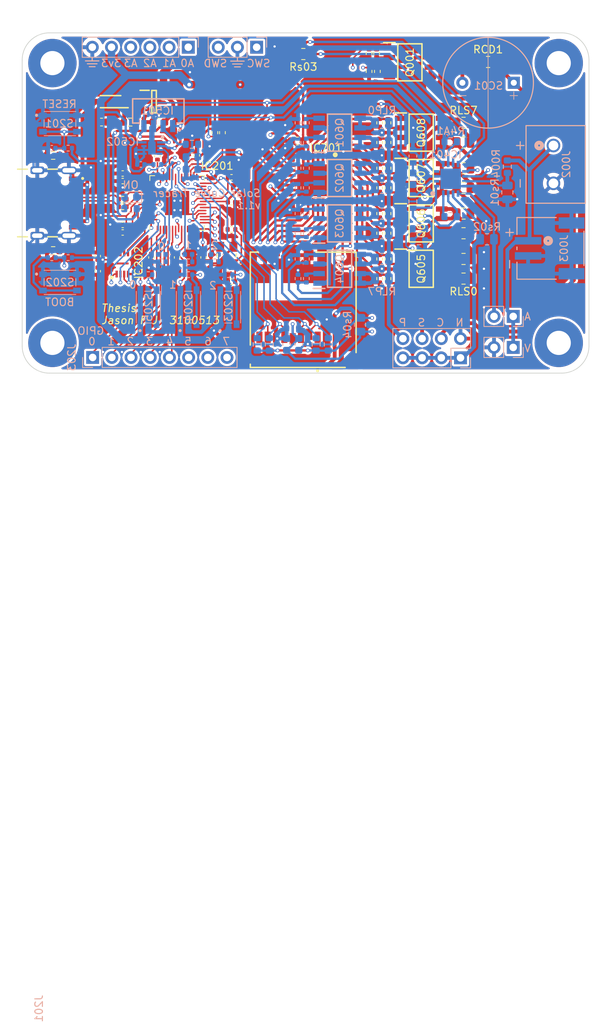
<source format=kicad_pcb>
(kicad_pcb (version 20221018) (generator pcbnew)
  (title_block (title "Solar Curve Tracer") (rev "v1.1") (company "Thesis") (comment 1 "Author: Jason F J"))
  (layers (0 "F.Cu" signal) (1 "In1.Cu" power) (2 "In2.Cu" power) (31 "B.Cu" signal) (34 "B.Paste" user) (35 "F.Paste" user) (36 "B.SilkS" user "B.Silkscreen") (37 "F.SilkS" user "F.Silkscreen") (38 "B.Mask" user) (39 "F.Mask" user) (44 "Edge.Cuts" user))
  (net 0 "")
  (net 1 "/CAP_DIS_R_OUT")
  (net 2 "+3.3V")
  (net 3 "Net-(D101-K)")
  (net 4 "GND")
  (net 5 "/PAC_SEN3_P")
  (net 6 "Net-(C201-Pad1)")
  (net 7 "Net-(IC201-XOUT)")
  (net 8 "/RP2040/MCU_1V1")
  (net 9 "/RP2040/MCU_RUN")
  (net 10 "/PAC_SEN4_N")
  (net 11 "Net-(D101-A)")
  (net 12 "Net-(D201-K)")
  (net 13 "Net-(D202-K)")
  (net 14 "Net-(D203-K)")
  (net 15 "Net-(IC101-EN)")
  (net 17 "/RP2040/MCU_GPIO0")
  (net 18 "/RP2040/MCU_GPIO1")
  (net 19 "/RP2040/MCU_GPIO2")
  (net 20 "/RP2040/MCU_GPIO3")
  (net 21 "/RP2040/MCU_GPIO4")
  (net 22 "/RP2040/MCU_GPIO5")
  (net 23 "/RP2040/MCU_GPIO6")
  (net 24 "/RP2040/MCU_GPIO7")
  (net 25 "/RP2040/MCU_GPIO8")
  (net 26 "/RP2040/MCU_GPIO9")
  (net 27 "/RP2040/MCU_GPIO10")
  (net 28 "/RP2040/MCU_GPIO11")
  (net 29 "/RP2040/MCU_GPIO12")
  (net 30 "/RP2040/MCU_GPIO13")
  (net 31 "Net-(IC201-XIN)")
  (net 32 "/RP2040/SWCLK")
  (net 33 "/RP2040/SWDIO")
  (net 34 "/GPIO16{slash}SPI0_RX")
  (net 35 "/GPIO17{slash}SPI0_CS")
  (net 36 "/GPIO18{slash}SPI0_SCK")
  (net 37 "/GPIO19{slash}SPI0_TX")
  (net 38 "/GPIO20{slash}I2C0_SDA")
  (net 39 "/GPIO21{slash}I2C0_SCL")
  (net 40 "/TMP_ALERT")
  (net 41 "/RP2040/MCU_GPIO23")
  (net 42 "/RP2040/MCU_GPIO24")
  (net 43 "/RP2040/MCU_GPIO25")
  (net 44 "/RP2040/MCU_ADC0")
  (net 45 "/RP2040/MCU_ADC1")
  (net 46 "/RP2040/MCU_ADC2")
  (net 47 "/GPIO29{slash}ADC3")
  (net 48 "/USB_D-")
  (net 49 "/USB_D+")
  (net 50 "/RP2040/MCU_QSPI_SD3")
  (net 51 "/RP2040/MCU_QSPI_SCLK")
  (net 52 "/RP2040/MCU_QSPI_SD0")
  (net 53 "/RP2040/MCU_QSPI_SD2")
  (net 54 "/RP2040/MCU_QSPI_SD1")
  (net 55 "/RP2040/MCU_QSPI_SS")
  (net 57 "Net-(IC401-SLOW{slash}~{ALERT})")
  (net 58 "/PAC1934/ADDRSEL")
  (net 59 "/PAC_SEN1_P")
  (net 60 "/PAC_SEN2_P")
  (net 61 "Net-(IC401-~{PWRDN})")
  (net 62 "Net-(IC501-VDD)")
  (net 63 "/SerRes4")
  (net 64 "/SerRes5")
  (net 65 "/SerRes6")
  (net 66 "/SerRes7")
  (net 71 "/ParRes0")
  (net 72 "/ParRes1")
  (net 73 "/ParRes2")
  (net 74 "/ParRes3")
  (net 75 "/ParRes4")
  (net 76 "/ParRes5")
  (net 77 "/ParRes6")
  (net 78 "/ParRes7")
  (net 79 "/SerRes0")
  (net 80 "/SerRes1")
  (net 81 "/SerRes2")
  (net 82 "/SerRes3")
  (net 83 "/LOAD_IN")
  (net 84 "/LOAD_IN1")
  (net 85 "/LOAD_IN2")
  (net 86 "/LOAD_IN3")
  (net 87 "/PV_POS")
  (net 88 "/MCU_USB_D-")
  (net 89 "/MCU_USB_D+")
  (net 91 "Net-(J101-CC2)")
  (net 92 "Net-(J101-CC1)")
  (net 94 "Net-(ON1-A)")
  (net 95 "/CAP_DIS_R_IN")
  (net 96 "/LoadCircuit/GatePar0")
  (net 97 "/LoadCircuit/GatePar1")
  (net 98 "Net-(Q601-D2_1)")
  (net 99 "Net-(Q601-D1_1)")
  (net 100 "/LoadCircuit/GatePar2")
  (net 101 "/LoadCircuit/GatePar3")
  (net 102 "Net-(Q602-D2_1)")
  (net 103 "Net-(Q602-D1_1)")
  (net 104 "/LoadCircuit/GatePar4")
  (net 105 "/LoadCircuit/GatePar5")
  (net 106 "Net-(Q603-D2_1)")
  (net 107 "Net-(Q603-D1_1)")
  (net 108 "/LoadCircuit/GatePar6")
  (net 109 "/LoadCircuit/GatePar7")
  (net 110 "Net-(Q604-D2_1)")
  (net 111 "Net-(Q604-D1_1)")
  (net 112 "/LoadCircuit/Rs0_O")
  (net 113 "/LoadCircuit/GateSer0")
  (net 114 "/LoadCircuit/Rs1_O")
  (net 115 "/LoadCircuit/GateSer1")
  (net 116 "/LoadCircuit/Rs2_O")
  (net 117 "/LoadCircuit/GateSer2")
  (net 118 "/LoadCircuit/Rs3_O")
  (net 119 "/LoadCircuit/GateSer3")
  (net 120 "/LoadCircuit/Rs4_O")
  (net 121 "/LoadCircuit/GateSer4")
  (net 122 "/LoadCircuit/Rs5_O")
  (net 123 "/LoadCircuit/GateSer5")
  (net 124 "/LoadCircuit/Rs6_O")
  (net 125 "/LoadCircuit/GateSer6")
  (net 126 "/LoadCircuit/GateSer7")
  (net 127 "Net-(R208-Pad1)")
  (net 132 "/SW2_CONTROL")
  (net 133 "/SW1_CONTROL")
  (net 134 "/SW1_G")
  (net 135 "/SW2_G")
  (footprint "Capacitor_SMD:C_0402_1005Metric" (layer "F.Cu") (at 137.7 99.1)
    (fp_text reference "C212" hide)
    (fp_text value "0.1uF")
  )
  (footprint "Resistor_SMD:R_0402_1005Metric" (layer "F.Cu") (at 158.4 91.9 90)
    (fp_text reference "R624" hide)
    (fp_text value "1kR")
  )
  (footprint "Resistor_SMD:R_0805_2012Metric" (layer "F.Cu") (at 147.2 82.8)
    (fp_text reference "Rs03")
    (fp_text value "0.5R")
  )
  (footprint "Capacitor_SMD:C_0603_1608Metric" (layer "F.Cu") (at 146.4 94.3 180)
    (fp_text reference "C701" hide)
    (fp_text value "0.1uF")
  )
  (footprint "MEM2052-00-195-00-A_REVA:GCT_MEM2052-00-195-00-A_REVA" (layer "F.Cu") (at 147.185 116.625)
    (fp_text reference "J301" hide)
    (fp_text value "MEM2052-00-195-00-A_REVA")
  )
  (footprint "Resistor_SMD:R_0402_1005Metric" (layer "F.Cu") (at 157.3 112.5 90)
    (fp_text reference "R625" hide)
    (fp_text value "10kR")
  )
  (footprint "B5817W-TP:SOD3716X135N" (layer "F.Cu") (at 121.7 89.1 180)
    (fp_text reference "D101" hide)
    (fp_text value "B5817W-TP" hide)
  )
  (footprint "W25Q16JVUXIQ_TR:SON50P300X200X60-9N" (layer "F.Cu") (at 123.25 110.5 90)
    (fp_text reference "IC202")
    (fp_text value "W25Q16JVUXIQ_TR" hide)
  )
  (footprint "Resistor_SMD:R_0402_1005Metric" (layer "F.Cu") (at 135.5 93.2 90)
    (fp_text reference "R002" hide)
    (fp_text value "4.7kR")
  )
  (footprint "SI4204DY-T1-GE3:SOIC127P600X175-8N" (layer "F.Cu") (at 162.8 99.2)
    (fp_text reference "Q607")
    (fp_text value "SI4204DY-T1-GE3" hide)
  )
  (footprint "Resistor_SMD:R_0805_2012Metric" (layer "F.Cu") (at 168.4 112.5)
    (fp_text reference "RLS0")
    (fp_text value "1R")
  )
  (footprint "MountingHole:MountingHole_3.2mm_M3_Pad" (layer "F.Cu") (at 114 84)
    (fp_text reference "H1" hide)
    (fp_text value "MountingHole_Pad")
  )
  (footprint "SI4204DY-T1-GE3:SOIC127P600X175-8N" (layer "F.Cu") (at 162.8 93.2)
    (fp_text reference "Q608")
    (fp_text value "SI4204DY-T1-GE3" hide)
  )
  (footprint "Resistor_SMD:R_0402_1005Metric" (layer "F.Cu") (at 157.3 97.9 90)
    (fp_text reference "R630" hide)
    (fp_text value "10kR")
  )
  (footprint "Resistor_SMD:R_0805_2012Metric" (layer "F.Cu") (at 168.4 100.5)
    (fp_text reference "RLS4" hide)
    (fp_text value "22R")
  )
  (footprint "Capacitor_SMD:C_0402_1005Metric" (layer "F.Cu") (at 127.9 96.3 90)
    (fp_text reference "C208" hide)
    (fp_text value "0.1uF")
  )
  (footprint "Resistor_SMD:R_0402_1005Metric" (layer "F.Cu") (at 158.4 94.5 90)
    (fp_text reference "R623" hide)
    (fp_text value "1kR")
  )
  (footprint "Resistor_SMD:R_0402_1005Metric" (layer "F.Cu") (at 158.4 100.5 90)
    (fp_text reference "R621" hide)
    (fp_text value "1kR")
  )
  (footprint "Resistor_SMD:R_0402_1005Metric" (layer "F.Cu") (at 155.9 85.1 -90)
    (fp_text reference "R008" hide)
    (fp_text value "10kR")
  )
  (footprint "Capacitor_SMD:C_0402_1005Metric" (layer "F.Cu") (at 134 109.7 -90)
    (fp_text reference "C202" hide)
    (fp_text value "15pF")
  )
  (footprint "Resistor_SMD:R_0805_2012Metric" (layer "F.Cu") (at 171.65 83.85)
    (fp_text reference "RCD1")
    (fp_text value "100R")
  )
  (footprint "MountingHole:MountingHole_3.2mm_M3_Pad" (layer "F.Cu") (at 181 121)
    (fp_text reference "H3" hide)
    (fp_text value "MountingHole_Pad")
  )
  (footprint "SI4204DY-T1-GE3:SOIC127P600X175-8N" (layer "F.Cu") (at 162.8 105.2)
    (fp_text reference "Q606")
    (fp_text value "SI4204DY-T1-GE3" hide)
  )
  (footprint "AP2112K-3.3TRG1:SOT95P282X130-5N" (layer "F.Cu") (at 127.45 89.1)
    (fp_text reference "IC101" hide)
    (fp_text value "AP2112K-3.3TRG1" hide)
  )
  (footprint "Resistor_SMD:R_0402_1005Metric" (layer "F.Cu") (at 123.3 102 180)
    (fp_text reference "R202" hide)
    (fp_text value "27R")
  )
  (footprint "USB4105_GF_A:GCT_USB4105-GF-A" (layer "F.Cu") (at 112 102.5 -90)
    (fp_text reference "J101" hide)
    (fp_text value "USB4105-GF-A")
  )
  (footprint "Resistor_SMD:R_0805_2012Metric" (layer "F.Cu") (at 168.4 91.9)
    (fp_text reference "RLS7")
    (fp_text value "100R")
  )
  (footprint "Resistor_SMD:R_0402_1005Metric" (layer "F.Cu") (at 158.4 112.5 90)
    (fp_text reference "R617" hide)
    (fp_text value "1kR")
  )
  (footprint "Resistor_SMD:R_0402_1005Metric" (layer "F.Cu") (at 157.3 109.9 90)
    (fp_text reference "R626" hide)
    (fp_text value "10kR")
  )
  (footprint "Resistor_SMD:R_0805_2012Metric" (layer "F.Cu") (at 168.4 94.5)
    (fp_text reference "RLS6" hide)
    (fp_text value "47R")
  )
  (footprint "Capacitor_SMD:C_0402_1005Metric" (layer "F.Cu") (at 123.3 99.6 180)
    (fp_text reference "C210" hide)
    (fp_text value "1uF")
  )
  (footprint "Resistor_SMD:R_0603_1608Metric" (layer "F.Cu") (at 114.1 96.2)
    (fp_text reference "R101" hide)
    (fp_text value "5kR")
  )
  (footprint "Resistor_SMD:R_0805_2012Metric" (layer "F.Cu") (at 168.4 106.5)
    (fp_text reference "RLS2" hide)
    (fp_text value "4.7R")
  )
  (footprint "Capacitor_SMD:C_0402_1005Metric" (layer "F.Cu") (at 130.5 109.7 -90)
    (fp_text reference "C205" hide)
    (fp_text value "0.1uF")
  )
  (footprint "Capacitor_SMD:C_0402_1005Metric" (layer "F.Cu") (at 123.3 105.4 180)
    (fp_text reference "C203" hide)
    (fp_text value "0.1uF")
  )
  (footprint "SI4204DY-T1-GE3:SOIC127P600X175-8N" (layer "F.Cu") (at 162.8 111.2)
    (fp_text reference "Q605")
    (fp_text value "SI4204DY-T1-GE3" hide)
  )
  (footprint "MCP23017-E_ML:QFN65P600X600X100-29N-D" (layer "F.Cu") (at 148.5 99.5 -90)
    (fp_text reference "IC701")
    (fp_text value "MCP23017-E_ML" hide)
  )
  (footprint "Capacitor_SMD:C_0402_1005Metric" (layer "F.Cu") (at 137.7 102.4)
    (fp_text reference "C206" hide)
    (fp_text value "0.1uF")
  )
  (footprint "Resistor_SMD:R_0402_1005Metric" (layer "F.Cu") (at 158.4 103.9 90)
    (fp_text reference "R620" hide)
    (fp_text value "1kR")
  )
  (footprint "Capacitor_SMD:C_0402_1005Metric" (layer "F.Cu") (at 123.3 98.6 180)
    (fp_text reference "C209" hide)
    (fp_text value "1uF")
  )
  (footprint "Resistor_SMD:R_0402_1005Metric" (layer "F.Cu") (at 158.4 97.9 90)
    (fp_text reference "R622" hide)
    (fp_text value "1kR")
  )
  (footprint "Resistor_SMD:R_0402_1005Metric" (layer "F.Cu") (at 155.9 82.7 90)
    (fp_text reference "R007" hide)
    (fp_text value "10kR")
  )
  (footprint "Resistor_SMD:R_0402_1005Metric" (layer "F.Cu") (at 157.3 94.5 90)
    (fp_text reference "R631" hide)
    (fp_text value "10kR")
  )
  (footprint "Resistor_SMD:R_0402_1005Metric" (layer "F.Cu") (at 157.3 103.9 90)
    (fp_text reference "R628" hide)
    (fp_text value "10kR")
  )
  (footprint "Capacitor_SMD:C_0402_1005Metric" (layer "F.Cu") (at 123.3 106.4 180)
    (fp_text reference "C211" hide)
    (fp_text value "0.1uF")
  )
  (footprint "Capacitor_SMD:C_0402_1005Metric" (layer "F.Cu") (at 127.1 109.7 -90)
    (fp_text reference "C204" hide)
    (fp_text value "0.1uF")
  )
  (footprint "Resistor_SMD:R_0603_1608Metric" (layer "F.Cu") (at 114.1 108.8)
    (fp_text reference "R102" hide)
    (fp_text value "5kR")
  )
  (footprint "ABM8-272-T3:ABM8272T3" (layer "F.Cu") (at 137.075 109.45 90)
    (fp_text reference "Y201" hide)
    (fp_text value "ABM8-272-T3" hide)
  )
  (footprint "Resistor_SMD:R_0805_2012Metric" (layer "F.Cu") (at 168.4 97.9)
    (fp_text reference "RLS5" hide)
    (fp_text value "33R")
  )
  (footprint "Resistor_SMD:R_0402_1005Metric" (layer "F.Cu") (at 123.3 103 180)
    (fp_text reference "R201" hide)
    (fp_text value "27R")
  )
  (footprint "MountingHole:MountingHole_3.2mm_M3_Pad" (layer "F.Cu") (at 114 121)
    (fp_text reference "H4" hide)
    (fp_text value "MountingHole_Pad")
  )
  (footprint "Capacitor_SMD:C_0603_1608Metric" (layer "F.Cu") (at 120.5 91.8 180)
    (fp_text reference "C101" hide)
    (fp_text value "1uF")
  )
  (footprint "Resistor_SMD:R_0805_2012Metric" (layer "F.Cu") (at 168.4 103.9)
    (fp_text reference "RLS3" hide)
    (fp_text value "10R")
  )
  (footprint "Capacitor_SMD:C_0402_1005Metric" (layer "F.Cu") (at 120 111.52 -90)
    (fp_text reference "C214" hide)
    (fp_text value "4.7uF")
  )
  (footprint "Resistor_SMD:R_0402_1005Metric" (layer "F.Cu") (at 157.3 100.5 90)
    (fp_text reference "R629" hide)
    (fp_text value "10kR")
  )
  (footprint "Resistor_SMD:R_0402_1005Metric" (layer "F.Cu") (at 157.3 106.5 90)
    (fp_text reference "R627" hide)
    (fp_text value "10kR")
  )
  (footprint "Resistor_SMD:R_0402_1005Metric" (layer "F.Cu") (at 158.4 106.5 90)
    (fp_text reference "R619" hide)
    (fp_text value "1kR")
  )
  (footprint "Package_DFN_QFN:QFN-56-1EP_7x7mm_P0.4mm_EP3.2x3.2mm" (layer "F.Cu") (at 130.5 102.5 90)
    (fp_text reference "IC201")
    (fp_text value "RP2040")
  )
  (footprint "Resistor_SMD:R_0402_1005Metric" (layer "F.Cu") (at 137.7 106)
    (fp_text reference "R203" hide)
    (fp_text value "1kR")
  )
  (footprint "Resistor_SMD:R_0402_1005Metric" (layer "F.Cu") (at 156.9 82.7 90)
    (fp_text reference "R005" hide)
    (fp_text value "1kR")
  )
  (footprint "SI4204DY-T1-GE3:SOIC127P600X175-8N" (layer "F.Cu") (at 161.3 83.9)
    (fp_text reference "Q001")
    (fp_text value "SI4204DY-T1-GE3" hide)
  )
  (footprint "Capacitor_SMD:C_0402_1005Metric" (layer "F.Cu") (at 133.1 96.2 90)
    (fp_text reference "C207" hide)
    (fp_text value "0.1uF")
  )
  (footprint "Resistor_SMD:R_0402_1005Metric" (layer "F.Cu") (at 157.3 91.9 90)
    (fp_text reference "R632" hide)
    (fp_text value "10kR")
  )
  (footprint "Resistor_SMD:R_0805_2012Metric" (layer "F.Cu") (at 168.4 109.9)
    (fp_text reference "RLS1" hide)
    (fp_text value "2.2R")
  )
  (footprint "Resistor_SMD:R_0402_1005Metric" (layer "F.Cu") (at 158.4 109.9 90)
    (fp_text reference "R618" hide)
    (fp_text value "1kR")
  )
  (footprint "Capacitor_SMD:C_0402_1005Metric" (layer "F.Cu") (at 137.7 112.9 180)
    (fp_text reference "C201" hide)
    (fp_text value "15pF")
  )
  (footprint "Capacitor_SMD:C_0603_1608Metric" (layer "F.Cu") (at 128.1 91.8 180)
    (fp_text reference "C102" hide)
    (fp_text value "1uF")
  )
  (footprint "Resistor_SMD:R_0603_1608Metric" (layer "F.Cu") (at 124.3 91.8 180)
    (fp_text reference "R103" hide)
    (fp_text value "10kR")
  )
  (footprint "Capacitor_SMD:C_0402_1005Metric" (layer "F.Cu") (at 120 109.52 90)
    (fp_text reference "C215" hide)
    (fp_text value "0.1uF")
  )
  (footprint "Resistor_SMD:R_0402_1005Metric" (layer "F.Cu") (at 157 85.1 90)
    (fp_text reference "R006" hide)
    (fp_text value "1kR")
  )
  (footprint "Resistor_SMD:R_0402_1005Metric" (layer "F.Cu") (at 136.5 93.2 90)
    (fp_text reference "R001" hide)
    (fp_text value "4.7kR")
  )
  (footprint "MountingHole:MountingHole_3.2mm_M3_Pad" (layer "F.Cu") (at 181 84)
    (fp_text reference "H2" hide)
    (fp_text value "MountingHole_Pad")
  )
  (footprint "SI4204DY-T1-GE3:SOIC127P600X175-8N" (layer "B.Cu") (at 152 105.2)
    (fp_text reference "Q603")
    (fp_text value "SI4204DY-T1-GE3" hide)
  )
  (footprint "Resistor_SMD:R_0805_2012Metric" (layer "B.Cu") (at 157.6 91.9 180)
    (fp_text reference "RLP0")
    (fp_text value "10R")
  )
  (footprint "Resistor_SMD:R_0402_1005Metric" (layer "B.Cu") (at 132 111.975)
    (fp_text reference "R211" hide)
    (fp_text value "10kR")
  )
  (footprint "Resistor_SMD:R_0402_1005Metric" (layer "B.Cu") (at 127.889 97.409 180)
    (fp_text reference "R003" hide)
    (fp_text value "4.7kR")
  )
  (footprint "Capacitor_SMD:C_0603_1608Metric" (layer "B.Cu") (at 132.461 96.393 180)
    (fp_text reference "C501" hide)
    (fp_text value "0.1uF")
  )
  (footprint "Connector_PinHeader_2.54mm:PinHeader_2x04_P2.54mm_Vertical" (layer "B.Cu") (at 168 122.975 90)
    (fp_text reference "J001" hide)
    (fp_text value "Conn_02x04_Odd_Even")
  )
  (footprint "Resistor_SMD:R_0402_1005Metric" (layer "B.Cu") (at 116.078 95.25 180)
    (fp_text reference "R207" hide)
    (fp_text value "499R")
  )
  (footprint "Resistor_SMD:R_0402_1005Metric" (layer "B.Cu") (at 146.5 106.5 -90)
    (fp_text reference "R614" hide)
    (fp_text value "10kR")
  )
  (footprint "Resistor_SMD:R_0603_1608Metric" (layer "B.Cu") (at 141.1 121.2 -90)
    (fp_text reference "R301" hide)
    (fp_text value "47kR")
  )
  (footprint "TL3365AF180QG:TL3365AF180QG" (layer "B.Cu") (at 126.7 116.275 90)
    (fp_text reference "S205")
    (fp_text value "TL3365AF180QG" hide)
  )
  (footprint "Resistor_SMD:R_0603_1608Metric" (layer "B.Cu") (at 174.2 97.7 -90)
    (fp_text reference "R004")
    (fp_text value "150kR")
  )
  (footprint "Resistor_SMD:R_0402_1005Metric" (layer "B.Cu") (at 146.5 100.5 -90)
    (fp_text reference "R612" hide)
    (fp_text value "10kR")
  )
  (footprint "Resistor_SMD:R_0402_1005Metric" (layer "B.Cu") (at 147.6 100.5 -90)
    (fp_text reference "R604" hide)
    (fp_text value "1kR")
  )
  (footprint "Resistor_SMD:R_0805_2012Metric" (layer "B.Cu") (at 157.6 112.5 180)
    (fp_text reference "RLP7")
    (fp_text value "470R")
  )
  (footprint "LED_SMD:LED_0402_1005Metric" (layer "B.Cu") (at 128.5 109.3 180)
    (fp_text reference "D203" hide)
    (fp_text value "LED")
  )
  (footprint "Resistor_SMD:R_0402_1005Metric" (layer "B.Cu") (at 147.6 106.5 -90)
    (fp_text reference "R606" hide)
    (fp_text value "1kR")
  )
  (footprint "Capacitor_SMD:C_0402_1005Metric" (layer "B.Cu") (at 113.919 95.25 180)
    (fp_text reference "C213" hide)
    (fp_text value "100nF")
  )
  (footprint "Connector_PinSocket_2.54mm:PinSocket_1x08_P2.54mm_Vertical" (layer "B.Cu") (at 119.325 122.925 -90)
    (fp_text reference "J203")
    (fp_text value "Conn_01x08_Pin")
  )
  (footprint "VEML7700-TT:VEML7700" (layer "B.Cu") (at 131.416 91.929 180)
    (fp_text reference "IC501")
    (fp_text value "VEML7700-TT" hide)
  )
  (footprint "Resistor_SMD:R_0402_1005Metric" (layer "B.Cu") (at 146.5 112.5 -90)
    (fp_text reference "R616" hide)
    (fp_text value "10kR")
  )
  (footprint "Resistor_SMD:R_0603_1608Metric" (layer "B.Cu") (at 162.5 105.9 180)
    (fp_text reference "R404" hide)
    (fp_text value "0R")
  )
  (footprint "Capacitor_SMD:C_0603_1608Metric" (layer "B.Cu") (at 161.7 96.3 90)
    (fp_text reference "C402" hide)
    (fp_text value "0.1uF")
  )
  (footprint "691137710002:CONN2_710002_WRE" (layer "B.Cu") (at 180.3 94.9 -90)
    (fp_text reference "J002")
    (fp_text value "691137710002")
  )
  (footprint "Resistor_SMD:R_0805_2012Metric" (layer "B.Cu") (at 174.2 101.1 -90)
    (fp_text reference "Rs01")
    (fp_text value "10kR")
  )
  (footprint "Resistor_SMD:R_0402_1005Metric" (layer "B.Cu") (at 116.078 109.728 180)
    (fp_text reference "R209" hide)
    (fp_text value "10kR")
  )
  (footprint "Resistor_SMD:R_0402_1005Metric" (layer "B.Cu") (at 147.6 103.9 -90)
    (fp_text reference "R605" hide)
    (fp_text value "1kR")
  )
  (footprint "Connector_PinHeader_2.54mm:PinHeader_1x02_P2.54mm_Vertical" (layer "B.Cu") (at 174.975 117.5 90)
    (fp_text reference "J004" hide)
    (fp_text value "Conn_01x02_Pin")
  )
  (footprint "Resistor_SMD:R_0603_1608Metric" (layer "B.Cu") (at 162.5 107.5 180)
    (fp_text reference "R405" hide)
    (fp_text value "0R")
  )
  (footprint "Resistor_SMD:R_0402_1005Metric" (layer "B.Cu") (at 147.6 97.9 -90)
    (fp_text reference "R603" hide)
    (fp_text value "1kR")
  )
  (footprint "Resistor_SMD:R_0603_1608Metric" (layer "B.Cu") (at 148.9 121.2 -90)
    (fp_text reference "R304" hide)
    (fp_text value "47kR")
  )
  (footprint "Resistor_SMD:R_0603_1608Metric" (layer "B.Cu") (at 161.7 102.3 90)
    (fp_text reference "R403" hide)
    (fp_text value "10kR")
  )
  (footprint "Resistor_SMD:R_0805_2012Metric" (layer "B.Cu") (at 157.6 103.9 180)
    (fp_text reference "RLP4" hide)
    (fp_text value "68R")
  )
  (footprint "SI4204DY-T1-GE3:SOIC127P600X175-8N" (layer "B.Cu") (at 152 99.2)
    (fp_text reference "Q602")
    (fp_text value "SI4204DY-T1-GE3" hide)
  )
  (footprint "Connector_PinSocket_2.54mm:PinSocket_1x03_P2.54mm_Vertical" (layer "B.Cu") (at 141.025 81.9 90)
    (fp_text reference "J201")
    (fp_text value "Conn_01x03_Pin")
  )
  (footprint "Resistor_SMD:R_0805_2012Metric" (layer "B.Cu") (at 171.5125 107.3 180)
    (fp_text reference "Rs02")
    (fp_text value "0.5R")
  )
  (footprint "Resistor_SMD:R_0805_2012Metric" (layer "B.Cu") (at 154.7 118.6 -90)
    (fp_text reference "Rs04")
    (fp_text value "0.5R")
  )
  (footprint "Capacitor_SMD:C_0603_1608Metric" (layer "B.Cu") (at 145 121.2 90)
    (fp_text reference "C302" hide)
    (fp_text value "0.1uF")
  )
  (footprint "Connector_PinSocket_2.54mm:PinSocket_1x06_P2.54mm_Vertical" (layer "B.Cu") (at 131.98 81.9 90)
    (fp_text reference "J202" hide)
    (fp_text value "Conn_01x06_Pin")
  )
  (footprint "Resistor_SMD:R_0603_1608Metric" (layer "B.Cu") (at 124.333 103.251)
    (fp_text reference "R104" hide)
    (fp_text value "1kR")
  )
  (footprint "Resistor_SMD:R_0402_1005Metric" (layer "B.Cu") (at 146.5 109.9 -90)
    (fp_text reference "R615" hide)
    (fp_text value "10kR")
  )
  (footprint "Resistor_SMD:R_0402_1005Metric" (layer "B.Cu") (at 126.7 111.975)
    (fp_text reference "R212" hide)
    (fp_text value "10kR")
  )
  (footprint "Connector_PinHeader_2.54mm:PinHeader_1x02_P2.54mm_Vertical" (layer "B.Cu") (at 174.975 121.6 90)
    (fp_text reference "J005" hide)
    (fp_text value "Conn_01x02_Pin")
  )
  (footprint "Resistor_SMD:R_0402_1005Metric" (layer "B.Cu") (at 146.5 103.9 -90)
    (fp_text reference "R613" hide)
    (fp_text value "10kR")
  )
  (footprint "S2B_PH_SM4_TB:CONN_S2B-PH-SM4-TB_JST" (layer "B.Cu") (at 179.9 108.5 -90)
    (fp_text reference "J003")
    (fp_text value "S2B-PH-SM4-TB")
  )
  (footprint "SI4204DY-T1-GE3:SOIC127P600X175-8N" (layer "B.Cu") (at 152 93.2)
    (fp_text reference "Q601")
    (fp_text value "SI4204DY-T1-GE3" hide)
  )
  (footprint "TL3365AF180QG:TL3365AF180QG" (layer "B.Cu") (at 115 113)
    (fp_text reference "S202")
    (fp_text value "TL3365AF180QG" hide)
  )
  (footprint "Resistor_SMD:R_0402_1005Metric" (layer "B.Cu") (at 135.5 110.275)
    (fp_text reference "R204" hide)
    (fp_text value "500R")
  )
  (footprint "PAC1934T-I_JQ:QFN65P400X400X55-17N-D" (layer "B.Cu") (at 166.7 99.3)
    (fp_text reference "IC401")
    (fp_text value "PAC1934T-I_JQ" hide)
  )
  (footprint "TMP1075DSGR:SON50P200X200X80-9N" (layer "B.Cu") (at 127.161 95.238 180)
    (fp_text reference "IC502")
    (fp_text value "TMP1075DSGR" hide)
  )
  (footprint "Capacitor_SMD:C_0402_1005Metric" (layer "B.Cu") (at 125.702 97.409 180)
    (fp_text reference "C503" hide)
    (fp_text value "0.1uF")
  )
  (footprint "Resistor_SMD:R_0805_2012Metric" (layer "B.Cu") (at 157.6 106.5 180)
    (fp_text reference "RLP5" hide)
    (fp_text value "150R")
  )
  (footprint "TL3365AF180QG:TL3365AF180QG" (layer "B.Cu") (at 115 92)
    (fp_text reference "S201")
    (fp_text value "TL3365AF180QG" hide)
  )
  (footprint "Resistor_SMD:R_0402_1005Metric" (layer "B.Cu") (at 147.6 112.5 -90)
    (fp_text reference "R608" hide)
    (fp_text value "1kR")
  )
  (footprint "Resistor_SMD:R_0402_1005Metric" (layer "B.Cu") (at 128.5 110.275)
    (fp_text reference "R206" hide)
    (fp_text value "500R")
  )
  (footprint "SI4204DY-T1-GE3:SOIC127P600X175-8N" (layer "B.Cu") (at 152 111.2)
    (fp_text reference "Q604")
    (fp_text value "SI4204DY-T1-GE3" hide)
  )
  (footprint "LED_SMD:LED_0402_1005Metric" (layer "B.Cu") (at 135.5 109.3 180)
    (fp_text reference "D201" hide)
    (fp_text value "LED")
  )
  (footprint "Resistor_SMD:R_0402_1005Metric" (layer "B.Cu") (at 132 110.275)
    (fp_text reference "R205" hide)
    (fp_text value "500R")
  )
  (footprint "Resistor_SMD:R_0603_1608Metric" (layer "B.Cu") (at 150.5 121.2 -90)
    (fp_text reference "R302" hide)
    (fp_text value "47kR")
  )
  (footprint "LED_SMD:LED_0402_1005Metric" (layer "B.Cu") (at 132 109.3 180)
    (fp_text reference "D202" hide)
    (fp_text value "LED")
  )
  (footprint "Resistor_SMD:R_0603_1608Metric" (layer "B.Cu") (at 166.7 104.3)
    (fp_text reference "R402" hide)
    (fp_text value "10kR")
  )
  (footprint "TL3365AF180QG:TL3365AF180QG" (layer "B.Cu") (at 132 116.275 90)
    (fp_text reference "S204")
    (fp_text value "TL3365AF180QG" hide)
  )
  (footprint "Resistor_SMD:R_0805_2012Metric" (layer "B.Cu") (at 157.6 97.9 180)
    (fp_text reference "RLP2" hide)
    (fp_text value "33R")
  )
  (footprint "Resistor_SMD:R_0603_1608Metric" (layer "B.Cu") (at 166.7 94.4 180)
    (fp_text reference "R4A1")
    (fp_text value "499R")
  )
  (footprint "Resistor_SMD:R_0402_1005Metric" (layer "B.Cu") (at 113.919 109.728)
    (fp_text reference "R208" hide)
    (fp_text value "2kR")
  )
  (footprint "Resistor_SMD:R_0603_1608Metric" (layer "B.Cu") (at 142.7 121.2 -90)
    (fp_text reference "R303" hide)
    (fp_text value "47kR")
  )
  (footprint "Resistor_SMD:R_0402_1005Metric" (layer "B.Cu") (at 147.6 91.9 -90)
    (fp_text reference "R601" hide)
    (fp_text value "1kR")
  )
  (footprint "Resistor_SMD:R_0402_1005Metric" (layer "B.Cu") (at 147.6 109.9 -90)
    (fp_text reference "R607" hide)
    (fp_text value "1kR")
  )
  (footprint "Resistor_SMD:R_0402_1005Metric" (layer "B.Cu") (at 147.6 94.5 -90)
    (fp_text reference "R602" hide)
    (fp_text value "1kR")
  )
  (footprint "Resistor_SMD:R_0603_1608Metric" (layer "B.Cu") (at 132.461 94.742 180)
    (fp_text reference "R501" hide)
    (fp_text value "0R")
  )
  (footprint "Resistor_SMD:R_0805_2012Metric" (layer "B.Cu") (at 157.6 100.5 180)
    (fp_text reference "RLP3" hide)
    (fp_text value "47R")
  )
  (footprint "Capacitor_SMD:C_0603_1608Metric" (layer "B.Cu") (at 132.461 98.044 180)
    (fp_text reference "C502" hide)
    (fp_text value "10uF")
  )
  (footprint "LED_SMD:LED_0603_1608Metric" (layer "B.Cu") (at 124.333 101.727 180)
    (fp_text reference "ON1" hide)
    (fp_text value "LED")
  )
  (footprint "Custom_Footprints_Lib:Capacitor_Radial_D12mm_P6.8mm" (layer "B.Cu") (at 171.65 86.6 180)
    (fp_text reference "SC01")
    (fp_text value "47mF")
  )
  (footprint "TL3365AF180QG:TL3365AF180QG" (layer "B.Cu") (at 137.3 116.275 90)
    (fp_text reference "S203")
    (fp_text value "TL3365AF180QG" hide)
  )
  (footprint "Capacitor_SMD:C_0603_1608Metric" (layer "B.Cu") (at 146.6 121.2 -90)
    (fp_text reference "C301" hide)
    (fp_text value "10uF")
  )
  (footprint "Resistor_SMD:R_0805_2012Metric" (layer "B.Cu") (at 157.6 109.9 180)
    (fp_text reference "RLP6" hide)
    (fp_text value "330R")
  )
  (footprint "Resistor_SMD:R_0402_1005Metric" (layer "B.Cu") (at 146.5 91.9 -90)
    (fp_text reference "R609" hide)
    (fp_text value "10kR")
  )
  (footprint "Capacitor_SMD:C_0603_1608Metric" (layer "B.Cu") (at 161.7 99.3 -90)
    (fp_text reference "C401" hide)
    (fp_text value "4.7uF")
  )
  (footprint "Resistor_SMD:R_0805_2012Metric" (layer "B.Cu") (at 157.6 94.5 180)
    (fp_text reference "RLP1" hide)
    (fp_text value "22R")
  )
  (footprint "Resistor_SMD:R_0402_1005Metric" (layer "B.Cu") (at 137.3 111.975)
    (fp_text reference "R210" hide)
    (fp_text value "10kR")
  )
  (footprint "Resistor_SMD:R_0402_1005Metric" (layer "B.Cu") (at 146.5 97.9 -90)
    (fp_text reference "R611" hide)
    (fp_text value "10kR")
  )
  (footprint "Resistor_SMD:R_0402_1005Metric" (layer "B.Cu") (at 146.5 94.5 -90)
    (fp_text reference "R610" hide)
    (fp_text value "10kR")
  )
  (gr_line (start 175.9 99.4) (end 175.9 100.4) (stroke (width 0.15)) (layer "B.SilkS"))
  (gr_line (start 175 106.4) (end 174 106.4) (stroke (width 0.15)) (layer "B.SilkS"))
  (gr_line (start 137.592 83.738) (end 139.37 83.738) (stroke (width 0.15)) (layer "B.SilkS"))
  (gr_line (start 119.645 84.473) (end 118.883 84.473) (stroke (width 0.15)) (layer "B.SilkS"))
  (gr_line (start 175.9 94.4) (end 175.9 95.4) (stroke (width 0.15)) (layer "B.SilkS"))
  (gr_line (start 119.899 84.092) (end 118.629 84.092) (stroke (width 0.15)) (layer "B.SilkS"))
  (gr_line (start 118.375 83.711) (end 120.153 83.711) (stroke (width 0.15)) (layer "B.SilkS"))
  (gr_line (start 174.5 105.9) (end 174.5 106.9) (stroke (width 0.15)) (layer "B.SilkS"))
  (gr_line (start 139.116 84.119) (end 137.846 84.119) (stroke (width 0.15)) (layer "B.SilkS"))
  (gr_line (start 138.481 83.738) (end 138.481 83.3) (stroke (width 0.15)) (layer "B.SilkS"))
  (gr_line (start 138.862 84.5) (end 138.1 84.5) (stroke (width 0.15)) (layer "B.SilkS"))
  (gr_line (start 119.264 83.711) (end 119.264 83.33) (stroke (width 0.15)) (layer "B.SilkS"))
  (gr_line (start 174.5 110.1) (end 174.5 111.1) (stroke (width 0.15)) (layer "B.SilkS"))
  (gr_line (start 176.4 94.9) (end 175.4 94.9) (stroke (width 0.15)) (layer "B.SilkS"))
  (gr_arc (start 113.599999 125.000001) (mid 111.054415 123.945585) (end 109.999999 121.400001) (stroke (width 0.1)) (layer "Edge.Cuts"))
  (gr_line (start 181.400001 125.000001) (end 113.599999 125.000001) (stroke (width 0.1)) (layer "Edge.Cuts"))
  (gr_line (start 185.000001 83.599999) (end 185.000001 121.400001) (stroke (width 0.1)) (layer "Edge.Cuts"))
  (gr_arc (start 181.400001 79.999999) (mid 183.945585 81.054415) (end 185.000001 83.599999) (stroke (width 0.1)) (layer "Edge.Cuts"))
  (gr_arc (start 185.000001 121.400001) (mid 183.945585 123.945585) (end 181.400001 125.000001) (stroke (width 0.1)) (layer "Edge.Cuts"))
  (gr_line (start 113.6 80) (end 181.400001 79.999999) (stroke (width 0.1)) (layer "Edge.Cuts"))
  (gr_arc (start 110 83.6) (mid 111.054416 81.054416) (end 113.6 80) (stroke (width 0.1)) (layer "Edge.Cuts"))
  (gr_line (start 109.999999 121.400001) (end 110 83.6) (stroke (width 0.1)) (layer "Edge.Cuts"))
  (gr_text "6" (at 135.167 121.4) (layer "B.SilkS") (effects (font (size 1 1)) (justify left bottom mirror)))
  (gr_text "V" (at 177.4 122.3) (layer "B.SilkS") (effects (font (size 1 1)) (justify left bottom mirror)))
  (gr_text "N  C  S  P" (at 168.5 118.9) (layer "B.SilkS") (effects (font (size 1 1)) (justify left bottom mirror)))
  (gr_text "0" (at 129 108.8) (layer "B.SilkS") (effects (font (size 1 1)) (justify left bottom mirror)))
  (gr_text "5" (at 132.5 121.4) (layer "B.SilkS") (effects (font (size 1 1)) (justify left bottom mirror)))
  (gr_text "A0" (at 132.853 84.6) (layer "B.SilkS") (effects (font (size 1 1)) (justify left bottom mirror)))
  (gr_text "3v3" (at 123.201 84.6) (layer "B.SilkS") (effects (font (size 1 1)) (justify left bottom mirror)))
  (gr_text "SWD" (at 137.211 84.627) (layer "B.SilkS") (effects (font (size 1 1)) (justify left bottom mirror)))
  (gr_text "1" (at 130.5 113.9) (layer "B.SilkS") (effects (font (size 1 1)) (justify left bottom mirror)))
  (gr_text "RESET" (at 117.3 90) (layer "B.SilkS") (effects (font (size 1 1)) (justify left bottom mirror)))
  (gr_text "2" (at 135.8 114) (layer "B.SilkS") (effects (font (size 1 1)) (justify left bottom mirror)))
  (gr_text "A3" (at 125.36 84.6) (layer "B.SilkS") (effects (font (size 1 1)) (justify left bottom mirror)))
  (gr_text "SWC" (at 142.926 84.627) (layer "B.SilkS") (effects (font (size 1 1)) (justify left bottom mirror)))
  (gr_text "1" (at 132.56 108.7) (layer "B.SilkS") (effects (font (size 1 1)) (justify left bottom mirror)))
  (gr_text "2" (at 136 108.7) (layer "B.SilkS") (effects (font (size 1 1)) (justify left bottom mirror)))
  (gr_text "0" (at 119.8 121.4) (layer "B.SilkS") (effects (font (size 1 1)) (justify left bottom mirror)))
  (gr_text "3" (at 127.42 121.4) (layer "B.SilkS") (effects (font (size 1 1)) (justify left bottom mirror)))
  (gr_text "A1" (at 130.44 84.6) (layer "B.SilkS") (effects (font (size 1 1)) (justify left bottom mirror)))
  (gr_text "A2" (at 127.9 84.6) (layer "B.SilkS") (effects (font (size 1 1)) (justify left bottom mirror)))
  (gr_text "1" (at 122.34 121.4) (layer "B.SilkS") (effects (font (size 1 1)) (justify left bottom mirror)))
  (gr_text "ON" (at 125.5 100.7) (layer "B.SilkS") (effects (font (size 1 1)) (justify left bottom mirror)))
  (gr_text "A" (at 177.4 118.1) (layer "B.SilkS") (effects (font (size 1 1)) (justify left bottom mirror)))
  (gr_text "4" (at 130.087 121.4) (layer "B.SilkS") (effects (font (size 1 1)) (justify left bottom mirror)))
  (gr_text "2" (at 124.88 121.4) (layer "B.SilkS") (effects (font (size 1 1)) (justify left bottom mirror)))
  (gr_text "7" (at 137.58 121.4) (layer "B.SilkS") (effects (font (size 1 1)) (justify left bottom mirror)))
  (gr_text "GPIO" (at 120.943 120) (layer "B.SilkS") (effects (font (size 1 1)) (justify left bottom mirror)))
  (gr_text "BOOT" (at 117 116.2) (layer "B.SilkS") (effects (font (size 1 1)) (justify left bottom mirror)))
  (gr_text "0" (at 125.2 113.9) (layer "B.SilkS") (effects (font (size 1 1)) (justify left bottom mirror)))
  (gr_text "Solar Curve Tracer\nv1.1" (at 141.7 103.4) (layer "B.SilkS") (effects (font (size 1 1) (thickness 0.15) italic) (justify left bottom mirror)))
  (gr_text "Thesis\nJason F J  3100513" (at 120.4 118.6) (layer "F.SilkS") (effects (font (size 1 1) (thickness 0.15) italic) (justify left bottom)))
  (segment (start 168.25 84.25) (end 168.25 86.6) (width 0.5) (layer "F.Cu") (net 1))
  (segment (start 167.265 83.265) (end 168.25 84.25) (width 0.5) (layer "F.Cu") (net 1))
  (segment (start 160.765 84.535) (end 158.588 84.535) (width 0.5) (layer "F.Cu") (net 1))
  (segment (start 164.012 83.265) (end 167.265 83.265) (width 0.5) (layer "F.Cu") (net 1))
  (segment (start 162.035 83.265) (end 160.765 84.535) (width 0.5) (layer "F.Cu") (net 1))
  (segment (start 164.012 83.265) (end 162.035 83.265) (width 0.5) (layer "F.Cu") (net 1))
  (segment (start 164.012 83.265) (end 164.012 81.995) (width 0.5) (layer "F.Cu") (net 1))
  (segment (start 143.8 122) (end 147.8 122) (width 0.3) (layer "F.Cu") (net 2))
  (segment (start 138 120.8) (end 138.95 121.75) (width 0.5) (layer "F.Cu") (net 2))
  (segment (start 151.35 117.3) (end 151.55 117.1) (width 0.5) (layer "F.Cu") (net 2))
  (segment (start 137.22 102.4) (end 137.12 102.3) (width 0.2) (layer "F.Cu") (net 2))
  (segment (start 147.2 89.4) (end 157.5 89.4) (width 0.3) (layer "F.Cu") (net 2))
  (segment (start 147.1 94.3) (end 146.1 93.3) (width 0.3) (layer "F.Cu") (net 2))
  (segment (start 147.175 89.425) (end 147.175 87.475) (width 0.3) (layer "F.Cu") (net 2))
  (segment (start 131.45 112.45) (end 130.95 112.95) (width 0.2) (layer "F.Cu") (net 2))
  (segment (start 127.9 106.2) (end 127.9 105.9375) (width 0.2) (layer "F.Cu") (net 2))
  (segment (start 138.95 123.7) (end 139.45 124.2) (width 0.5) (layer "F.Cu") (net 2))
  (segment (start 127.1 107) (end 127.9 106.2) (width 0.2) (layer "F.Cu") (net 2))
  (segment (start 130.5 109.22) (end 131.5 108.22) (width 0.2) (layer "F.Cu") (net 2))
  (segment (start 136.5 92.69) (end 135.5 92.69) (width 0.3) (layer "F.Cu") (net 2))
  (segment (start 145.25 86.85) (end 145.9 86.2) (width 1) (layer "F.Cu") (net 2))
  (segment (start 123.78 104.22) (end 123.78 105.4) (width 0.2) (layer "F.Cu") (net 2))
  (segment (start 140.05 99.260001) (end 140.05 97.15) (width 0.3) (layer "F.Cu") (net 2))
  (segment (start 125.65 110.67) (end 125.65 112.95) (width 0.2) (layer "F.Cu") (net 2))
  (segment (start 135.5 86.9) (end 135.45 86.85) (width 0.3) (layer "F.Cu") (net 2))
  (segment (start 146.1 93.3) (end 143.05 93.3) (width 0.3) (layer "F.Cu") (net 2))
  (segment (start 149.5 82.8) (end 148.1125 82.8) (width 0.3) (layer "F.Cu") (net 2))
  (segment (start 127.0625 102.3) (end 127.0625 101.9) (width 0.2) (layer "F.Cu") (net 2))
  (segment (start 140.05 97.15) (end 138.7 95.8) (width 0.3) (layer "F.Cu") (net 2))
  (segment (start 127.9 99.0625) (end 127.5375 99.0625) (width 0.2) (layer "F.Cu") (net 2))
  (segment (start 148.1125 83.9875) (end 148.1125 82.8) (width 1) (layer "F.Cu") (net 2))
  (segment (start 127.0625 99.9) (end 127.0625 100.3) (width 0.2) (layer "F.Cu") (net 2))
  (segment (start 127.0625 99.5375) (end 127.0625 99.9) (width 0.2) (layer "F.Cu") (net 2))
  (segment (start 147.175 94.3) (end 147.1 94.3) (width 0.3) (layer "F.Cu") (net 2))
  (segment (start 147.175 94.3) (end 147.175 93.5) (width 0.3) (layer "F.Cu") (net 2))
  (segment (start 145.65 101.45) (end 144 101.45) (width 0.3) (layer "F.Cu") (net 2))
  (segment (start 145.9 86.2) (end 148.1125 83.9875) (width 1) (layer "F.Cu") (net 2))
  (segment (start 134 93.4) (end 134 95.913424) (width 0.3) (layer "F.Cu") (net 2))
  (segment (start 120 110) (end 120.65 110) (width 0.2) (layer "F.Cu") (net 2))
  (segment (start 124.425 103.575) (end 123.78 104.22) (width 0.2) (layer "F.Cu") (net 2))
  (segment (start 127.1 109.22) (end 125.65 110.67) (width 0.2) (layer "F.Cu") (net 2))
  (segment (start 147.175 93.5) (end 147.175 89.425) (width 0.3) (layer "F.Cu") (net 2))
  (segment (start 136.8 120.8) (end 138 120.8) (width 0.5) (layer "F.Cu") (net 2))
  (segment (start 122.5 109.4) (end 122.5 109.1) (width 0.2) (layer "F.Cu") (net 2))
  (segment (start 133.233424 96.68) (end 133.1 96.68) (width 0.3) (layer "F.Cu") (net 2))
  (segment (start 147.175 89.425) (end 147.2 89.4) (width 0.3) (layer "F.Cu") (net 2))
  (segment (start 135.375 119.375) (end 136.8 120.8) (width 0.5) (layer "F.Cu") (net 2))
  (segment (start 144 101.45) (end 142.85 100.3) (width 0.3) (layer "F.Cu") (net 2))
  (segment (start 134 95.913424) (end 133.233424 96.68) (width 0.3) (layer "F.Cu") (net 2))
  (segment (start 120.52 104.22) (end 123.78 104.22) (width 0.2) (layer "F.Cu") (net 2))
  (segment (start 147.85 94.975) (end 147.85 96.65) (width 0.3) (layer "F.Cu") (net 2))
  (segment (start 151.35 123.05) (end 151.35 117.3) (width 0.5) (layer "F.Cu") (net 2))
  (segment (start 131.5 108.22) (end 131.5 105.9375) (width 0.2) (layer "F.Cu") (net 2))
  (segment (start 147.175 87.475) (end 145.9 86.2) (width 0.3) (layer "F.Cu") (net 2))
  (segment (start 127.9 96.78) (end 127.9 99.0625) (width 0.2) (layer "F.Cu") (net 2))
  (segment (start 122.85 96.95) (end 123.78 97.88) (width 0.3) (layer "F.Cu") (net 2))
  (segment (start 139.45 124.2) (end 150.2 124.2) (width 0.5) (layer "F.Cu") (net 2))
  (segment (start 143.05 93.3) (end 142.85 93.5) (width 0.3) (layer "F.Cu") (net 2))
  (segment (start 124.425 103.075) (end 124.425 103.575) (width 0.2) (layer "F.Cu") (net 2))
  (segment (start 137.22 102.4) (end 137.22 102.090001) (width 0.3) (layer "F.Cu") (net 2))
  (segment (start 125.6 101.9) (end 124.425 103.075) (width 0.2) (layer "F.Cu") (net 2))
  (segment (start 138.85 86.85) (end 145.25 86.85) (width 1) (layer "F.Cu") (net 2))
  (segment (start 131.45 110.17) (end 131.45 112.45) (width 0.2) (layer "F.Cu") (net 2))
  (segment (start 123.78 97.88) (end 123.78 98.6) (width 0.3) (layer "F.Cu") (net 2))
  (segment (start 120 110) (end 120 111.04) (width 0.2) (layer "F.Cu") (net 2))
  (segment (start 120.4 96.95) (end 122.85 96.95) (width 0.3) (layer "F.Cu") (net 2))
  (segment (start 127.0625 101.9) (end 125.6 101.9) (width 0.2) (layer "F.Cu") (net 2))
  (segment (start 137.12 102.3) (end 133.9375 102.3) (width 0.2) (layer "F.Cu") (net 2))
  (segment (start 147.15 93.475) (end 147.175 93.5) (width 0.3) (layer "F.Cu") (net 2))
  (segment (start 127.1 109.22) (end 127.1 107) (width 0.2) (layer "F.Cu") (net 2))
  (segment (start 134.71 92.69) (end 134 93.4) (width 0.3) (layer "F.Cu") (net 2))
  (segment (start 132.42 96.68) (end 133.1 96.68) (width 0.2) (layer "F.Cu") (net 2))
  (segment (start 120.65 110) (end 121.1 110) (width 0.2) (layer "F.Cu") (net 2))
  (segment (start 121.9 110) (end 122.5 109.4) (width 0.2) (layer "F.Cu") (net 2))
  (segment (start 127.0625 100.3) (end 125.48 100.3) (width 0.2) (layer "F.Cu") (net 2))
  (segment (start 120.4 104.1) (end 120.52 104.22) (width 0.2) (layer "F.Cu") (net 2))
  (segment (start 147.175 94.3) (end 147.85 94.975) (width 0.3) (layer "F.Cu") (net 2))
  (segment (start 135.5 92.69) (end 135.5 86.9) (width 0.3) (layer "F.Cu") (net 2))
  (segment (start 127.5375 99.0625) (end 127.0625 99.5375) (width 0.2) (layer "F.Cu") (net 2))
  (segment (start 150.2 124.2) (end 151.35 123.05) (width 0.5) (layer "F.Cu") (net 2))
  (segment (start 131.5 99.0625) (end 131.5 97.6) (width 0.2) (layer "F.Cu") (net 2))
  (segment (start 135.5 92.69) (end 134.71 92.69) (width 0.3) (layer "F.Cu") (net 2))
  (segment (start 132.1 86.85) (end 138.85 86.85) (width 1) (layer "F.Cu") (net 2))
  (segment (start 131.5 97.6) (end 132.42 96.68) (width 0.2) (layer "F.Cu") (net 2))
  (segment (start 130.5 109.22) (end 131.45 110.17) (width 0.2) (layer "F.Cu") (net 2))
  (segment (start 138.95 121.75) (end 138.95 123.7) (width 0.5) (layer "F.Cu") (net 2))
  (segment (start 137.22 102.090001) (end 140.05 99.260001) (width 0.3) (layer "F.Cu") (net 2))
  (segment (start 125.48 100.3) (end 123.78 98.6) (width 0.2) (layer "F.Cu") (net 2))
  (segment (start 121.1 110) (end 121.9 110) (width 0.2) (layer "F.Cu") (net 2))
  (via (at 163.3 104.2) (size 0.5) (drill 0.3) (layers "F.Cu" "B.Cu") (net 2))
  (via (at 125.65 112.95) (size 0.5) (drill 0.3) (layers "F.Cu" "B.Cu") (net 2))
  (via (at 120.4 96.95) (size 0.5) (drill 0.3) (layers "F.Cu" "B.Cu") (net 2))
  (via (at 171.65 98.15) (size 0.5) (drill 0.3) (layers "F.Cu" "B.Cu") (net 2))
  (via (at 156.3 117.7) (size 0.5) (drill 0.3) (layers "F.Cu" "B.Cu") (net 2))
  (via (at 151.55 117.1) (size 0.5) (drill 0.3) (layers "F.Cu" "B.Cu") (net 2))
  (via (at 147.8 122) (size 0.5) (drill 0.3) (layers "F.Cu" "B.Cu") (net 2))
  (via (at 120.65 110) (size 0.5) (drill 0.3) (layers "F.Cu" "B.Cu") (net 2))
  (via (at 142.85 93.5) (size 0.5) (drill 0.3) (layers "F.Cu" "B.Cu") (net 2))
  (via (at 138.7 95.8) (size 0.5) (drill 0.3) (layers "F.Cu" "B.Cu") (net 2))
  (via (at 132.1 86.85) (size 0.7) (drill 0.5) (layers "F.Cu" "B.Cu") (net 2))
  (via (at 120.4 104.1) (size 0.5) (drill 0.3) (layers "F.Cu" "B.Cu") (net 2))
  (via (at 163.3 101.7) (size 0.5) (drill 0.3) (layers "F.Cu" "B.Cu") (net 2))
  (via (at 135.375 119.375) (size 0.5) (drill 0.3) (layers "F.Cu" "B.Cu") (net 2))
  (via (at 149.5 82.8) (size 0.5) (drill 0.3) (layers "F.Cu" "B.Cu") (net 2))
  (via (at 142.85 100.3) (size 0.5) (drill 0.3) (layers "F.Cu" "B.Cu") (net 2))
  (via (at 130.95 112.95) (size 0.5) (drill 0.3) (layers "F.Cu" "B.Cu") (net 2))
  (via (at 143.8 122) (size 0.5) (drill 0.3) (layers "F.Cu" "B.Cu") (net 2))
  (via (at 157.5 89.4) (size 0.5) (drill 0.3) (layers "F.Cu" "B.Cu") (net 2))
  (via (at 138.85 86.85) (size 0.5) (drill 0.3) (layers "F.Cu" "B.Cu") (net 2))
  (segment (start 161.475 97.075) (end 161.7 97.075) (width 0.3) (layer "B.Cu") (net 2))
  (segment (start 160.1 91.1) (end 160.1 95.7) (width 0.3) (layer "B.Cu") (net 2))
  (segment (start 135.375 119.375) (end 136.225 118.525) (width 0.5) (layer "B.Cu") (net 2))
  (segment (start 142.7 122.025) (end 141.1 122.025) (width 0.3) (layer "B.Cu") (net 2))
  (segment (start 126.182 97.592) (end 126.182 97.409) (width 0.3) (layer "B.Cu") (net 2))
  (segment (start 136.4 95.8) (end 134.156 98.044) (width 0.3) (layer "B.Cu") (net 2))
  (segment (start 133.286 94.742) (end 133.286 96.343) (width 0.3) (layer "B.Cu") (net 2))
  (segment (start 133.236 98.044) (end 133.236 96.393) (width 0.3) (layer "B.Cu") (net 2))
  (segment (start 138.7 95.8) (end 136.4 95.8) (width 0.3) (layer "B.Cu") (net 2))
  (segment (start 125.625 114.025) (end 125.625 118.525) (width 0.7) (layer "B.Cu") (net 2))
  (segment (start 120.4 96.95) (end 117.5 96.95) (width 0.3) (layer "B.Cu") (net 2))
  (segment (start 156.3 117.7) (end 154.7125 117.7) (width 0.3) (layer "B.Cu") (net 2))
  (segment (start 125.625 118.525) (end 125.625 120.025) (width 0.7) (layer "B.Cu") (net 2))
  (segment (start 154.7 117.6875) (end 154.4625 117.6875) (width 0.3) (layer "B.Cu") (net 2))
  (segment (start 149.5 82.8) (end 158.6 82.8) (width 0.3) (layer "B.Cu") (net 2))
  (segment (start 124.714 98.298) (end 125.476 98.298) (width 0.3) (layer "B.Cu") (net 2))
  (segment (start 124.968 94.488) (end 124.333 95.123) (width 0.3) (layer "B.Cu") (net 2))
  (segment (start 166.375 102.275) (end 167.525 103.425) (width 0.3) (layer "B.Cu") (net 2))
  (segment (start 158.6 82.8) (end 168.7 92.9) (width 0.3) (layer "B.Cu") (net 2))
  (segment (start 147.8 122) (end 148.875 122) (width 0.3) (layer "B.Cu") (net 2))
  (segment (start 151.375 122.025) (end 150.5 122.025) (width 0.3) (layer "B.Cu") (net 2))
  (segment (start 126.111 94.488) (end 124.968 94.488) (width 0.3) (layer "B.Cu") (net 2))
  (segment (start 120.4 96.95) (end 120.4 104.1) (width 1) (layer "B.Cu") (net 2))
  (segment (start 167.025 96.575) (end 167.025 97.35) (width 0.3) (layer "B.Cu") (net 2))
  (segment (start 123.05 120.6) (end 134.15 120.6) (width 1) (layer "B.Cu") (net 2))
  (segment (start 120.4 89.023) (end 120.4 96.95) (width 1) (layer "B.Cu") (net 2))
  (segment (start 153.3 120.1) (end 151.375 122.025) (width 0.3) (layer "B.Cu") (net 2))
  (segment (start 167.525 104.3875) (end 167.525 104.3) (width 0.3) (layer "B.Cu") (net 2))
  (segment (start 167.525 103.425) (end 167.525 104.3) (width 0.3) (layer "B.Cu") (net 2))
  (segment (start 125.625 120.025) (end 125.7 120.1) (width 0.7) (layer "B.Cu") (net 2))
  (segment (start 124.333 97.917) (end 124.714 98.298) (width 0.3) (layer "B.Cu") (net 2))
  (segment (start 158.4 89.4) (end 160.1 91.1) (width 0.3) (layer "B.Cu") (net 2))
  (segment (start 161.7 98.525) (end 161.7 98.55) (width 0.3) (layer "B.Cu") (net 2))
  (segment (start 125.65 112.95) (end 125.65 114) (width 0.2) (layer "B.Cu") (net 2))
  (segment (start 163.375 100.225) (end 163.375 100.275) (width 0.3) (layer "B.Cu") (net 2))
  (segment (start 130.925 114.025) (end 130.925 118.525) (width 0.7) (layer "B.Cu") (net 2))
  (segment (start 116.588 109.728) (end 120.578 109.728) (width 0.3) (layer "B.Cu") (net 2))
  (segment (start 117.5 96.95) (end 116.588 96.038) (width 0.3) (layer "B.Cu") (net 2))
  (segment (start 154.4625 117.6875) (end 153.3 118.85) (width 0.3) (layer "B.Cu") (net 2))
  (segment (start 120.4 104.1) (end 120.45 104.15) (width 0.7) (layer "B.Cu") (net 2))
  (segment (start 163.3 104.2) (end 164 104.2) (width 0.3) (layer "B.Cu") (net 2))
  (segment (start 123.698 93.218) (end 124.968 94.488) (width 0.3) (layer "B.Cu") (net 2))
  (segment (start 154.7 117.6875) (end 153.4625 116.45) (width 0.5) (layer "B.Cu") (net 2))
  (segment (start 164.75 99.625) (end 164.025 99.625) (width 0.3) (layer "B.Cu") (net 2))
  (segment (start 153.3 118.85) (end 153.3 120.1) (width 0.3) (layer "B.Cu") (net 2))
  (segment (start 163.375 100.275) (end 162.625 101.025) (width 0.3) (layer "B.Cu") (net 2))
  (segment (start 130.925 120.075) (end 130.9 120.1) (width 0.7) (layer "B.Cu") (net 2))
  (segment (start 120.4 104.2) (end 120.4 109.55) (width 1) (layer "B.Cu") (net 2))
  (segment (start 161.7 98.525) (end 161.7 97.075) (width 0.3) (layer "B.Cu") (net 2))
  (segment (start 120.4 117.95) (end 123.05 120.6) (width 1) (layer "B.Cu") (net 2))
  (segment (start 120.45 109.6) (end 120.6 109.75) (width 0.7) (layer "B.Cu") (net 2))
  (segment (start 153.4625 116.45) (end 152.2 116.45) (width 0.5) (layer "B.Cu") (net 2))
  (segment (start 130.95 112.95) (end 130.95 114) (width 0.2) (layer "B.Cu") (net 2))
  (segment (start 123.827 85.6) (end 121.82 83.593) (width 1) (layer "B.Cu") (net 2))
  (segment (start 166.375 101.25) (end 166.375 102.275) (width 0.3) (layer "B.Cu") (net 2))
  (segment (start 125.62 85.6) (end 123.827 85.6) (width 1) (layer "B.Cu") (net 2))
  (segment (start 154.7125 117.7) (end 154.7 117.6875) (width 0.3) (layer "B.Cu") (net 2))
  (segment (start 162.175 101.475) (end 161.7 101.475) (width 0.3) (layer "B.Cu") (net 2))
  (segment (start 162.625 101.025) (end 163.3 101.7) (width 0.3) (layer "B.Cu") (net 2))
  (segment (start 120.578 109.728) (end 120.6 109.75) (width 0.3) (layer "B.Cu") (net 2))
  (segment (start 148.875 122) (end 148.9 122.025) (width 0.3) (layer "B.Cu") (net 2))
  (segment (start 122.504 90.5) (end 123.698 91.694) (width 0.3) (layer "B.Cu") (net 2))
  (segment (start 165.3 105.5) (end 166.4125 105.5) (width 0.3) (layer "B.Cu") (net 2))
  (segment (start 160.1 95.7) (end 161.475 97.075) (width 0.3) (layer "B.Cu") (net 2))
  (segment (start 127.379 97.409) (end 126.182 97.409) (width 0.3) (layer "B.Cu") (net 2))
  (segment (start 171.65 98.15) (end 170.825 98.975) (width 0.3) (layer "B.Cu") (net 2))
  (segment (start 133.286 96.343) (end 133.236 96.393) (width 0.3) (layer "B.Cu") (net 2))
  (segment (start 170.825 98.975) (end 168.65 98.975) (width 0.3) (layer "B.Cu") (net 2))
  (segment (start 156.3 117.7) (end 156.2875 117.6875) (width 0.3) (layer "B.Cu") (net 2))
  (segment (start 168.7 94.9) (end 167.025 96.575) (width 0.3) (layer "B.Cu") (net 2))
  (segment (start 152.2 116.45) (end 151.55 117.1) (width 0.5) (layer "B.Cu") (net 2))
  (segment (start 161.7 98.55) (end 163.375 100.225) (width 0.3) (layer "B.Cu") (net 2))
  (segment (start 123.823 85.6) (end 125.62 85.6) (width 0.7) (layer "B.Cu") (net 2))
  (segment (start 142.7 122.025) (end 143.775 122.025) (width 0.3) (layer "B.Cu") (net 2))
  (segment (start 143.775 122.025) (end 143.8 122) (width 0.3) (layer "B.Cu") (net 2))
  (segment (start 125.65 114) (end 125.625 114.025) (width 0.2) (layer "B.Cu") (net 2))
  (segment (start 136.225 114.025) (end 136.225 118.525) (width 0.7) (layer "B.Cu") (net 2))
  (segment (start 162.625 101.025) (end 162.175 101.475) (width 0.3) (layer "B.Cu") (net 2))
  (segment (start 164 104.2) (end 165.3 105.5) (width 0.3) (layer "B.Cu") (net 2))
  (segment (start 134.15 120.6) (end 136.225 118.525) (width 1) (layer "B.Cu") (net 2))
  (segment (start 134.156 98.044) (end 133.236 98.044) (width 0.3) (layer "B.Cu") (net 2))
  (segment (start 125.476 98.298) (end 126.182 97.592) (width 0.3) (layer "B.Cu") (net 2))
  (segment (start 168.7 92.9) (end 168.7 94.9) (width 0.3) (layer "B.Cu") (net 2))
  (segment (start 120.6 88.823) (end 123.823 85.6) (width 1) (layer "B.Cu") (net 2))
  (segment (start 132.1 86.85) (end 130.85 85.6) (width 1) (layer "B.Cu") (net 2))
  (segment (start 166.4125 105.5) (end 167.525 104.3875) (width 0.3) (layer "B.Cu") (net 2))
  (segment (start 120.4 89.023) (end 120.4 90.5) (width 0.3) (layer "B.Cu") (net 2))
  (segment (start 130.95 114) (end 130.925 114.025) (width 0.2) (layer "B.Cu") (net 2))
  (segment (start 157.5 89.4) (end 158.4 89.4) (width 0.3) (layer "B.Cu") (net 2))
  (segment (start 130.85 85.6) (end 125.62 85.6) (width 1) (layer "B.Cu") (net 2))
  (segment (start 120.4 109.55) (end 120.4 117.95) (width 1) (layer "B.Cu") (net 2))
  (segment (start 130.925 118.525) (end 130.925 120.075) (width 0.7) (layer "B.Cu") (net 2))
  (segment (start 120.6 109.75) (end 120.4 109.55) (width 0.7) (layer "B.Cu") (net 2))
  (segment (start 120.4 90.5) (end 122.504 90.5) (width 0.3) (layer "B.Cu") (net 2))
  (segment (start 123.698 91.694) (end 123.698 93.218) (width 0.3) (layer "B.Cu") (net 2))
  (segment (start 164.025 99.625) (end 163.375 100.275) (width 0.3) (layer "B.Cu") (net 2))
  (segment (start 124.333 95.123) (end 124.333 97.917) (width 0.3) (layer "B.Cu") (net 2))
  (segment (start 116.588 96.038) (end 116.588 95.25) (width 0.3) (layer "B.Cu") (net 2))
  (segment (start 148.9 122.025) (end 150.5 122.025) (width 0.3) (layer "B.Cu") (net 2))
  (segment (start 121.82 83.593) (end 121.82 81.9) (width 1) (layer "B.Cu") (net 2))
  (segment (start 161.375 101.475) (end 161.7 101.475) (width 0.3) (layer "B.Cu") (net 2))
  (segment (start 121.275 91.8) (end 123.475 91.8) (width 0.5) (layer "F.Cu") (net 3))
  (segment (start 124.45 88.15) (end 126.2 88.15) (width 0.5) (layer "F.Cu") (net 3))
  (segment (start 123.5 91.775) (end 123.475 91.8) (width 0.5) (layer "F.Cu") (net 3))
  (segment (start 123.5 89.1) (end 124.45 88.15) (width 0.5) (layer "F.Cu") (net 3))
  (segment (start 123.5 89.1) (end 123.5 91.775) (width 0.5) (layer "F.Cu") (net 3))
  (segment (start 118 105.7) (end 118.35 106.05) (width 0.3) (layer "F.Cu") (net 4))
  (segment (start 172.3 91.9) (end 180.3 99.9) (width 0.3) (layer "F.Cu") (net 4))
  (segment (start 157.6 99.2) (end 157.3 98.9) (width 0.3) (layer "F.Cu") (net 4))
  (segment (start 155.9 87.455) (end 157.745 87.455) (width 0.3) (layer "F.Cu") (net 4))
  (segment (start 131.4 103.4) (end 130.95 103.45) (width 0.2) (layer "F.Cu") (net 4))
  (segment (start 157.3 92.9) (end 157.3 92.41) (width 0.3) (layer "F.Cu") (net 4))
  (segment (start 157.3 95.9) (end 157.3 95.01) (width 0.3) (layer "F.Cu") (net 4))
  (segment (start 138.65 96.8) (end 138.18 97.27) (width 0.3) (layer "F.Cu") (net 4))
  (segment (start 133.690001 110.18) (end 133.3 109.789999) (width 0.3) (layer "F.Cu") (net 4))
  (segment (start 134 110.18) (end 133.690001 110.18) (width 0.3) (layer "F.Cu") (net 4))
  (segment (start 112.75 96.2) (end 112 96.95) (width 0.3) (layer "F.Cu") (net 4))
  (segment (start 147.2 96.65) (end 147.2 95.825) (width 0.3) (layer "F.Cu") (net 4))
  (segment (start 138.18 102.4) (end 139.7 103.92) (width 0.3) (layer "F.Cu") (net 4))
  (segment (start 124 111.9) (end 124.8 111.9) (width 0.3) (layer "F.Cu") (net 4))
  (segment (start 127.325 91.725) (end 128.1 90.95) (width 0.3) (layer "F.Cu") (net 4))
  (segment (start 122.82 99.6) (end 122.82 99.97) (width 0.3) (layer "F.Cu") (net 4))
  (segment (start 134 110.8) (end 134.8 111.6) (width 0.3) (layer "F.Cu") (net 4))
  (segment (start 124.8 111.9) (end 124.85 111.95) (width 0.3) (layer "F.Cu") (net 4))
  (segment (start 145.65 99.5) (end 145.65 100.15) (width 0.3) (layer "F.Cu") (net 4))
  (segment (start 157.3 98.9) (end 157.3 98.41) (width 0.3) (layer "F.Cu") (net 4))
  (segment (start 133.3 109.789999) (end 133.3 108.5) (width 0.3) (layer "F.Cu") (net 4))
  (segment (start 122.82 98.6) (end 119.9 98.6) (width 0.3) (layer "F.Cu") (net 4))
  (segment (start 141.25 109.4) (end 142.15 109.4) (width 0.3) (layer "F.Cu") (net 4))
  (segment (start 154.43 81.57) (end 152.75 83.25) (width 0.3) (layer "F.Cu") (net 4))
  (segment (start 157.6 93.2) (end 157.3 92.9) (width 0.3) (layer "F.Cu") (net 4))
  (segment (start 134.8 112.45) (end 135.25 112.9) (width 0.3) (layer "F.Cu") (net 4))
  (segment (start 130.95 103.45) (end 131 103.4) (width 0.2) (layer "F.Cu") (net 4))
  (segment (start 154.47 83.98) (end 154.47 85.07) (width 0.3) (layer "F.Cu") (net 4))
  (segment (start 145.65 100.15) (end 147.85 100.15) (width 0.3) (layer "F.Cu") (net 4))
  (segment (start 143.75 120.425) (end 143.715 120.46) (width 0.3) (layer "F.Cu") (net 4))
  (segment (start 157.6 96.2) (end 157.3 95.9) (width 0.3) (layer "F.Cu") (net 4))
  (segment (start 154.47 85.07) (end 155.01 85.61) (width 0.3) (layer "F.Cu") (net 4))
  (segment (start 120.625 106.925) (end 121.15 106.4) (width 0.3) (layer "F.Cu") (net 4))
  (segment (start 146.5 111.4) (end 146.5 110.8) (width 0.3) (layer "F.Cu") (net 4))
  (segment (start 113.275 108.8) (end 112.65 108.8) (width 0.3) (layer "F.Cu") (net 4))
  (segment (start 145.65 99.5) (end 144.05 99.5) (width 0.3) (layer "F.Cu") (net 4))
  (segment (start 113.275 96.2) (end 112.75 96.2) (width 0.3) (layer "F.Cu") (net 4))
  (segment (start 150.85 113) (end 150.85 116.1) (width 0.3) (layer "F.Cu") (net 4))
  (segment (start 152.75 85.5) (end 154.7 87.45) (width 0.3) (layer "F.Cu") (net 4))
  (segment (start 122.82 106.4) (end 122.82 105.4) (width 0.3) (layer "F.Cu") (net 4))
  (segment (start 147.2 100.8) (end 148.5 99.5) (width 0.3) (layer "F.Cu") (net 4))
  (segment (start 149.25 111.4) (end 150.85 113) (width 0.3) (layer "F.Cu") (net 4))
  (segment (start 131.5 114.85) (end 136.55 114.85) (width 0.3) (layer "F.Cu") (net 4))
  (segment (start 133.247244 103.552756) (end 133.247244 103.573) (width 0.2) (layer "F.Cu") (net 4))
  (segment (start 153.76 117.46) (end 152.4 116.1) (width 0.3) (layer "F.Cu") (net 4))
  (segment (start 155.9 83.21) (end 155.24 83.21) (width 0.3) (layer "F.Cu") (net 4))
  (segment (start 157.745 87.455) (end 160.088 89.798) (width 0.3) (layer "F.Cu") (net 4))
  (segment (start 157.3 107.01) (end 157.3 107.9) (width 0.3) (layer "F.Cu") (net 4))
  (segment (start 118.65 106.82) (end 120.52 106.82) (width 0.3) (layer "F.Cu") (net 4))
  (segment (start 122.82 99.6) (end 122.82 98.6) (width 0.3) (layer "F.Cu") (net 4))
  (segment (start 143.4 110.55) (end 142.25 109.4) (width 0.3) (layer "F.Cu") (net 4))
  (segment (start 123.6 94.55) (end 125.05 96) (width 0.3) (layer "F.Cu") (net 4))
  (segment (start 158.163 81.57) (end 154.43 81.57) (width 0.3) (layer "F.Cu") (net 4))
  (segment (start 142.25 109.4) (end 142.15 109.4) (width 0.3) (layer "F.Cu") (net 4))
  (segment (start 144.25 116.1) (end 142.75 117.6) (width 0.3) (layer "F.Cu") (net 4))
  (segment (start 126.2 89.1) (end 127.1 89.1) (width 0.3) (layer "F.Cu") (net 4))
  (segment (start 146.5 110.8) (end 147.9 109.4) (width 0.3) (layer "F.Cu") (net 4))
  (segment (start 133.3 103.5) (end 133.247244 103.552756) (width 0.2) (layer "F.Cu") (net 4))
  (segment (start 122.77 105.35) (end 122.82 105.4) (width 0.3) (layer "F.Cu") (net 4))
  (segment (start 157.3 107.9) (end 157.6 108.2) (width 0.3) (layer "F.Cu") (net 4))
  (segment (start 123.6 94.55) (end 122.475 94.55) (width 0.3) (layer "F.Cu") (net 4))
  (segment (start 153.76 123.55) (end 153.76 117.46) (width 0.3) (layer "F.Cu") (net 4))
  (segment (start 118.35 106.05) (end 118.35 106.82) (width 0.3) (layer "F.Cu") (net 4))
  (segment (start 161.75 91.85) (end 161.75 92.55) (width 0.3) (layer "F.Cu") (net 4))
  (segment (start 137.95 108.3) (end 136.2 110.05) (width 0.3) (layer "F.Cu") (net 4))
  (segment (start 131 103.4) (end 131 103) (width 0.2) (layer "F.Cu") (net 4))
  (segment (start 133.9375 103.5) (end 133.3 103.5) (width 0.2) (layer "F.Cu") (net 4))
  (segment (start 157.3 101.95) (end 157.3 101.01) (width 0.3) (layer "F.Cu") (net 4))
  (segment (start 142.15 111.602868) (end 142.15 109.4) (width 0.3) (layer "F.Cu") (net 4))
  (segment (start 138.902868 114.85) (end 142.15 111.602868) (width 0.3) (layer "F.Cu") (net 4))
  (segment (start 130.3 113.65) (end 131.5 114.85) (width 0.3) (layer "F.Cu") (net 4))
  (segment (start 140.61 122.55) (end 140.61 118.59) (width 0.3) (layer "F.Cu") (net 4))
  (segment (start 152.75 83.25) (end 152.75 85.5) (width 0.3) (layer "F.Cu") (net 4))
  (segment (start 122.82 99.97) (end 123.3 100.45) (width 0.3) (layer "F.Cu") (net 4))
  (segment (start 157.3 110.9) (end 157.3 110.41) (width 0.3) (layer "F.Cu") (net 4))
  (segment (start 141.6 117.6) (end 142.75 117.6) (width 0.3) (layer "F.Cu") (net 4))
  (segment (start 118.85 109.35) (end 118.85 111.65) (width 0.3) (layer "F.Cu") (net 4))
  (segment (start 155.24 83.21) (end 154.47 83.98) (width 0.3) (layer "F.Cu") (net 4))
  (segment (start 118.85 111.65) (end 119.2 112) (width 0.3) (layer "F.Cu") (net 4))
  (segment (start 152.4 116.1) (end 150.85 116.1) (width 0.3) (layer "F.Cu") (net 4))
  (segment (start 136.2 112.85) (end 136.25 112.9) (width 0.3) (layer "F.Cu") (net 4))
  (segment (start 135.25 112.9) (end 137.22 112.9) (width 0.3) (layer "F.Cu") (net 4))
  (segment (start 122.475 94.55) (end 119.725 91.8) (width 0.3) (layer "F.Cu") (net 4))
  (segment (start 132.840244 103.98) (end 131.98 103.98) (width 0.2) (layer "F.Cu") (net 4))
  (segment (start 145.65 100.8) (end 147.2 100.8) (width 0.3) (layer "F.Cu") (net 4))
  (segment (start 145.675 94.3) (end 145.625 94.3) (width 0.3) (layer "F.Cu") (net 4))
  (segment (start 120.52 106.82) (end 120.625 106.925) (width 0.3) (layer "F.Cu") (net 4))
  (segment (start 133.1 94.2) (end 132.5 93.6) (width 0.3) (layer "F.Cu") (net 4))
  (segment (start 161.195 91.295) (end 161.75 91.85) (width 0.3) (layer "F.Cu") (net 4))
  (segment (start 145.65 99.5) (end 148.5 99.5) (width 0.3) (layer "F.Cu") (net 4))
  (segment (start 160.088 91.295) (end 161.195 91.295) (width 0.3) (layer "F.Cu") (net 4))
  (segment (start 139.7 107.85) (end 141.25 109.4) (width 0.3) (layer "F.Cu") (net 4))
  (segment (start 157.6 111.2) (end 157.3 110.9) (width 0.3) (layer "F.Cu") (net 4))
  (segment (start 120 109.04) (end 120 107.55) (width 0.3) (layer "F.Cu") (net 4))
  (segment (start 137.2 114.85) (end 137.22 114.83) (width 0.3) (layer "F.Cu") (net 4))
  (segment (start 160.088 89.798) (end 160.088 91.295) (width 0.3) (layer "F.Cu") (net 4))
  (segment (start 121.15 106.4) (end 122.82 106.4) (width 0.3) (layer "F.Cu") (net 4))
  (segment (start 127.1 110.18) (end 127.1 110.7) (width 0.3) (layer "F.Cu") (net 4))
  (segment (start 119.9 98.6) (end 119.1 97.8) (width 0.3) (layer "F.Cu") (net 4))
  (segment (start 136.2 110.05) (end 136.2 110.6) (width 0.3) (layer "F.Cu") (net 4))
  (segment (start 136.55 114.85) (end 138.902868 114.85) (width 0.3) (layer "F.Cu") (net 4))
  (segment (start 154.7 87.45) (end 157.74 87.45) (width 0.3) (layer "F.Cu") (net 4))
  (segment (start 125.23 95.82) (end 125.05 96) (width 0.3) (layer "F.Cu") (net 4))
  (segment (start 139.7 103.92) (end 139.7 107.85) (width 0.3) (layer "F.Cu") (net 4))
  (segment (start 133.1 95.72) (end 133.1 94.2) (width 0.3) (layer "F.Cu") (net 4))
  (segment (start 143.47 120.34) (end 143.47 118.32) (width 0.3) (layer "F.Cu") (net 4))
  (segment (start 157.3 113.01) (end 157.3 113.5) (width 0.3) (layer "F.Cu") (net 4))
  (segment (start 112 108.15) (end 112 106.82) (width 0.3) (layer "F.Cu") (net 4))
  (segment (start 157.3 105.05) (end 157.3 104.41) (width 0.3) (layer "F.Cu") (net 4))
  (segment (start 136.55 114.85) (end 137.2 114.85) (width 0.3) (layer "F.Cu") (net 4))
  (segment (start 137.22 114.83) (end 137.22 112.9) (width 0.3) (layer "F.Cu") (net 4))
  (segment (start 169.3125 91.9) (end 172.3 91.9) (width 0.3) (layer "F.Cu") (net 4))
  (segment (start 130.3 112.55) (end 130.3 113.65) (width 0.3) (layer "F.Cu") (net 4))
  (segment (start 157.74 87.45) (end 157.745 87.455) (width 0.3) (layer "F.Cu") (net 4))
  (segment (start 127.1 89.1) (end 127.325 89.325) (width 0.3) (layer "F.Cu") (net 4))
  (segment (start 147.2 95.825) (end 145.675 94.3) (width 0.3) (layer "F.Cu") (net 4))
  (segment (start 127.9 95.82) (end 125.23 95.82) (width 0.3) (layer "F.Cu") (net 4))
  (segment (start 147.2 98.2) (end 148.5 99.5) (width 0.3) (layer "F.Cu") (net 4))
  (segment (start 127.325 91.8) (end 127.325 91.725) (width 0.3) (layer "F.Cu") (net 4))
  (segment (start 134.8 111.6) (end 134.8 112.45) (width 0.3) (layer "F.Cu") (net 4))
  (segment (start 143.47 118.32) (end 142.75 117.6) (width 0.3) (layer "F.Cu") (net 4))
  (segment (start 134 110.18) (end 134 110.8) (width 0.3) (layer "F.Cu") (net 4))
  (segment (start 112.65 108.8) (end 112 108.15) (width 0.3) (layer "F.Cu") (net 4))
  (segment (start 157.6 102.25) (end 157.3 101.95) (width 0.3) (layer "F.Cu") (net 4))
  (segment (start 116.755 98.755) (end 116.18 98.18) (width 0.3) (layer "F.Cu") (net 4))
  (segment (start 116.755 105.7) (end 118 105.7) (width 0.3) (layer "F.Cu") (net 4))
  (segment (start 112 96.95) (end 112 98.18) (width 0.3) (layer "F.Cu") (net 4))
  (segment (start 146.5 111.4) (end 149.25 111.4) (width 0.3) (layer "F.Cu") (net 4))
  (segment (start 120 109.04) (end 119.16 109.04) (width 0.3) (layer "F.Cu") (net 4))
  (segment (start 150.85 116.1) (end 144.25 116.1) (width 0.3) (layer "F.Cu") (net 4))
  (segment (start 116.755 99.3) (end 116.755 98.755) (width 0.3) (layer "F.Cu") (net 4))
  (segment (start 127.325 89.325) (end 127.325 91.8) (width 0.3) (layer "F.Cu") (net 4))
  (segment (start 127.1 110.7) (end 126.75 111.05) (width 0.3) (layer "F.Cu") (net 4))
  (segment (start 118.35 106.82) (end 118.65 106.82) (width 0.3) (layer "F.Cu") (net 4))
  (segment (start 157.45 105.2) (end 157.3 105.05) (width 0.3) (layer "F.Cu") (net 4))
  (segment (start 140.61 118.59) (end 141.6 117.6) (width 0.3) (layer "F.Cu") (net 4))
  (segment (start 138.18 97.27) (end 138.18 99.1) (width 0.3) (layer "F.Cu") (net 4))
  (segment (start 130.5 112.35) (end 130.3 112.55) (width 0.3) (layer "F.Cu") (net 4))
  (segment (start 121.65 105.35) (end 122.77 105.35) (width 0.3) (layer "F.Cu") (net 4))
  (segment (start 145.65 100.8) (end 145.65 100.15) (width 0.3) (layer "F.Cu") (net 4))
  (segment (start 133.247244 103.573) (end 132.840244 103.98) (width 0.2) (layer "F.Cu") (net 4))
  (segment (start 155.9 85.61) (end 155.9 87.455) (width 0.3) (layer "F.Cu") (net 4))
  (segment (start 119.16 109.04) (end 118.85 109.35) (width 0.3) (layer "F.Cu") (net 4))
  (segment (start 147.2 96.65) (end 147.2 98.2) (width 0.3) (layer "F.Cu") (net 4))
  (segment (start 119.2 112) (end 120 112) (width 0.3) (layer "F.Cu") (net 4))
  (segment (start 143.59 120.46) (end 143.47 120.34) (width 0.3) (layer "F.Cu") (net 4))
  (segment (start 116.18 106.82) (end 118.65 106.82) (width 0.3) (layer "F.Cu") (net 4))
  (segment (start 147.85 100.15) (end 148.5 99.5) (width 0.3) (layer "F.Cu") (net 4))
  (segment (start 155.01 85.61) (end 155.9 85.61) (width 0.3) (layer "F.Cu") (net 4))
  (segment (start 130.5 110.18) (end 130.5 112.35) (width 0.3) (layer "F.Cu") (net 4))
  (segment (start 158.588 81.995) (end 158.163 81.57) (width 0.3) (layer "F.Cu") (net 4))
  (segment (start 131 103) (end 130.5 102.5) (width 0.2) (layer "F.Cu") (net 4))
  (segment (start 136.2 110.6) (end 136.2 112.85) (width 0.3) (layer "F.Cu") (net 4))
  (segment (start 131.98 103.98) (end 131.4 103.4) (width 0.2) (layer "F.Cu") (net 4))
  (segment (start 136.25 112.9) (end 137.22 112.9) (width 0.3) (layer "F.Cu") (net 4))
  (segment (start 120 107.55) (end 120.625 106.925) (width 0.3) (layer "F.Cu") (net 4))
  (segment (start 157.3 113.5) (end 157.6 113.8) (width 0.3) (layer "F.Cu") (net 4))
  (via (at 144.8 95.25) (size 0.5) (drill 0.3) (layers "F.Cu" "B.Cu") (net 4))
  (via (at 134.8 95) (size 0.5) (drill 0.3) (layers "F.Cu" "B.Cu") (net 4))
  (via (at 157.45 105.2) (size 0.5) (drill 0.3) (layers "F.Cu" "B.Cu") (net 4))
  (via (at 130.95 103.45) (size 0.5) (drill 0.3) (layers "F.Cu" "B.Cu") (net 4))
  (via (at 157.6 111.2) (size 0.5) (drill 0.3) (layers "F.Cu" "B.Cu") (net 4))
  (via (at 146.5 111.4) (size 0.5) (drill 0.3) (layers "F.Cu" "B.Cu") (net 4))
  (via (at 167.4 93.2) (size 0.5) (drill 0.3) (layers "F.Cu" "B.Cu") (net 4))
  (via (at 157.6 108.2) (size 0.5) (drill 0.3) (layers "F.Cu" "B.Cu") (net 4))
  (via (at 171.1 116.3) (size 0.5) (drill 0.3) (layers "F.Cu" "B.Cu") (net 4))
  (via (at 145.4 103.4) (size 0.5) (drill 0.3) (layers "F.Cu" "B.Cu") (net 4))
  (via (at 126.75 111.05) (size 0.5) (drill 0.3) (layers "F.Cu" "B.Cu") (net 4))
  (via (at 123.3 100.45) (size 0.5) (drill 0.3) (layers "F.Cu" "B.Cu") (net 4))
  (via (at 171.1 113.8) (size 0.5) (drill 0.3) (layers "F.Cu" "B.Cu") (net 4))
  (via (at 130.15 102.2) (size 0.5) (drill 0.3) (layers "F.Cu" "B.Cu") (net 4))
  (via (at 123.2 122.2) (size 0.5) (drill 0.3) (layers "F.Cu" "B.Cu") (net 4))
  (via (at 141.8 95.4) (size 0.5) (drill 0.3) (layers "F.Cu" "B.Cu") (net 4))
  (via (at 128.2 122.2) (size 0.5) (drill 0.3) (layers "F.Cu" "B.Cu") (net 4))
  (via (at 125.7 122.2) (size 0.5) (drill 0.3) (layers "F.Cu" "B.Cu") (net 4))
  (via (at 171.1 109) (size 0.5) (drill 0.3) (layers "F.Cu" "B.Cu") (net 4))
  (via (at 157.6 93.2) (size 0.5) (drill 0.3) (layers "F.Cu" "B.Cu") (net 4))
  (via (at 132.5 93.6) (size 0.5) (drill 0.3) (layers "F.Cu" "B.Cu") (net 4))
  (via (at 125.05 96) (size 0.5) (drill 0.3) (layers "F.Cu" "B.Cu") (net 4))
  (via (at 145.3 110) (size 0.5) (drill 0.3) (layers "F.Cu" "B.Cu") (net 4))
  (via (at 130.15 103.45) (size 0.5) (drill 0.3) (layers "F.Cu" "B.Cu") (net 4))
  (via (at 120.7 122.2) (size 0.5) (drill 0.3) (layers "F.Cu" "B.Cu") (net 4))
  (via (at 144.8 92.2) (size 0.5) (drill 0.3) (layers "F.Cu" "B.Cu") (net 4))
  (via (at 162.05 110.55) (size 0.5) (drill 0.3) (layers "F.Cu" "B.Cu") (net 4))
  (via (at 150.3 117.9) (size 0.5) (drill 0.3) (layers "F.Cu" "B.Cu") (net 4))
  (via (at 161.75 92.55) (size 0.5) (drill 0.3) (layers "F.Cu" "B.Cu") (net 4))
  (via (at 124.85 111.95) (size 0.5) (drill 0.3) (layers "F.Cu" "B.Cu") (net 4))
  (via (at 175.5 102) (size 0.5) (drill 0.3) (layers "F.Cu" "B.Cu") (net 4))
  (via (at 121.65 105.35) (size 0.5) (drill 0.3) (layers "F.Cu" "B.Cu") (net 4))
  (via (at 157.6 102.25) (size 0.5) (drill 0.3) (layers "F.Cu" "B.Cu") (net 4))
  (via (at 119.1 97.8) (size 0.5) (drill 0.3) (layers "F.Cu" "B.Cu") (net 4))
  (via (at 143.4 81.8) (size 0.5) (drill 0.3) (layers "F.Cu" "B.Cu") (net 4))
  (via (at 171.1 111.2) (size 0.5) (drill 0.3) (layers "F.Cu" "B.Cu") (net 4))
  (via (at 157.6 113.8) (size 0.5) (drill 0.3) (layers "F.Cu" "B.Cu") (net 4))
  (via (at 171.4 104.9) (size 0.5) (drill 0.3) (layers "F.Cu" "B.Cu") (net 4))
  (via (at 128.1 90.95) (size 0.5) (drill 0.3) (layers "F.Cu" "B.Cu") (net 4))
  (via (at 138.65 96.8) (size 0.5) (drill 0.3) (layers "F.Cu" "B.Cu") (net 4))
  (via (at 147.8 121.15) (size 0.5) (drill 0.3) (layers "F.Cu" "B.Cu") (net 4))
  (via (at 144.05 99.5) (size 0.5) (drill 0.3) (layers "F.Cu" "B.Cu") (net 4))
  (via (at 143.75 120.425) (size 0.5) (drill 0.3) (layers "F.Cu" "B.Cu") (net 4))
  (via (at 143.4 110.55) (size 0.5) (drill 0.3) (layers "F.Cu" "B.Cu") (net 4))
  (via (at 133.3 108.5) (size 0.5) (drill 0.3) (layers "F.Cu" "B.Cu") (net 4))
  (via (at 143.9 102.2) (size 0.5) (drill 0.3) (layers "F.Cu" "B.Cu") (net 4))
  (via (at 130.95 102.2) (size 0.5) (drill 0.3) (layers "F.Cu" "B.Cu") (net 4))
  (via (at 157.6 99.2) (size 0.5) (drill 0.3) (layers "F.Cu" "B.Cu") (net 4))
  (via (at 123.6 94.55) (size 0.5) (drill 0.3) (layers "F.Cu" "B.Cu") (net 4))
  (via (at 152.5 95.7) (size 0.5) (drill 0.3) (layers "F.Cu" "B.Cu") (net 4))
  (via (at 157.6 96.2) (size 0.5) (drill 0.3) (layers "F.Cu" "B.Cu") (net 4))
  (via (at 132.2 85.2) (size 0.5) (drill 0.3) (layers "F.Cu" "B.Cu") (net 4))
  (segment (start 150.585 98.565) (end 150.6 98.55) (width 0.3) (layer "B.Cu") (net 4))
  (segment (start 130.28766 110.275) (end 129.61766 110.945) (width 0.3) (layer "B.Cu") (net 4))
  (segment (start 149.288 98.565) (end 150.585 98.565) (width 0.3) (layer "B.Cu") (net 4))
  (segment (start 143.4 109.6) (end 145.25 107.75) (width 0.3) (layer "B.Cu") (net 4))
  (segment (start 126.4 111.05) (end 126.19 111.26) (width 0.3) (layer "B.Cu") (net 4))
  (segment (start 135.675 111.975) (end 136.79 111.975) (width 0.3) (layer "B.Cu") (net 4))
  (segment (start 161.9 110.55) (end 162.05 110.55) (width 0.3) (layer "B.Cu") (net 4))
  (segment (start 146.585 93.99) (end 146.595 94) (width 0.3) (layer "B.Cu") (net 4))
  (segment (start 126.4 102.05) (end 126.4 104.45) (width 0.3) (layer "B.Cu") (net 4))
  (segment (start 124.85 111.95) (end 126.165 111.95) (width 0.3) (layer "B.Cu") (net 4))
  (segment (start 125.5 105.35) (end 121.65 105.35) (width 0.3) (layer "B.Cu") (net 4))
  (segment (start 131.49 111.975) (end 131.49 111.05) (width 0.3) (layer "B.Cu") (net 4))
  (segment (start 134.025 110.275) (end 133.25 111.05) (width 0.3) (layer "B.Cu") (net 4))
  (segment (start 117.25 111.925) (end 112.75 111.925) (width 0.3) (layer "B.Cu") (net 4))
  (segment (start 161.7 100.075) (end 161.275 100.075) (width 0.3) (layer "B.Cu") (net 4))
  (segment (start 182.694701 109.500001) (end 182.694701 111.850001) (width 0.3) (layer "B.Cu") (net 4))
  (segment (start 167.675 100.275) (end 166.7 99.3) (width 0.3) (layer "B.Cu") (net 4))
  (segment (start 116.409 106.591) (end 116.18 106.82) (width 0.3) (layer "B.Cu") (net 4))
  (segment (start 146.5 111.99) (end 146.5 111.4) (width 0.3) (layer "B.Cu") (net 4))
  (segment (start 176.9447 109.500001) (end 182.649999 109.500001) (width 0.3) (layer "B.Cu") (net 4))
  (segment (start 125.1205 101.727) (end 126.077 101.727) (width 0.3) (layer "B.Cu") (net 4))
  (segment (start 162.7 97.7) (end 162.7 96.525) (width 0.3) (layer "B.Cu") (net 4))
  (segment (start 110.95 114.8) (end 110.95 107.87) (width 0.3) (layer "B.Cu") (net 4))
  (segment (start 149.288 95.105) (end 150.595 95.105) (width 0.3) (layer "B.Cu") (net 4))
  (segment (start 149.288 113.105) (end 149.995 113.105) (width 0.3) (layer "B.Cu") (net 4))
  (segment (start 112 98.18) (end 111.5 97.68) (width 0.3) (layer "B.Cu") (net 4))
  (segment (start 147.989634 107.63) (end 148.27 107.349634) (width 0.3) (layer "B.Cu") (net 4))
  (segment (start 126.75 110.85) (end 126.75 111.05) (width 0.3) (layer "B.Cu") (net 4))
  (segment (start 146.5 103.39) (end 145.41 103.39) (width 0.3) (layer "B.Cu") (net 4))
  (segment (start 116.18 98.18) (end 116.409 98.409) (width 0.3) (layer "B.Cu") (net 4))
  (segment (start 127.381 91.669) (end 127.381 92.329) (width 0.3) (layer "B.Cu") (net 4))
  (segment (start 161.275 100.075) (end 160.05 101.3) (width 0.3) (layer "B.Cu") (net 4))
  (segment (start 131.686 98.044) (end 131.686 96.393) (width 0.3) (layer "B.Cu") (net 4))
  (segment (start 161.7 92.6) (end 161.75 92.55) (width 0.3) (layer "B.Cu") (net 4))
  (segment (start 126.111 96.393) (end 125.222 97.282) (width 0.3) (layer "B.Cu") (net 4))
  (segment (start 116.18 98.18) (end 112 98.18) (width 0.3) (layer "B.Cu") (net 4))
  (segment (start 145.81 105.99) (end 146.5 105.99) (width 0.3) (layer "B.Cu") (net 4))
  (segment (start 118.72 98.18) (end 116.18 98.18) (width 0.3) (layer "B.Cu") (net 4))
  (segment (start 117.25 87.55) (end 119.28 85.52) (width 0.3) (layer "B.Cu") (net 4))
  (segment (start 117.25 90.925) (end 117.25 87.55) (width 0.3) (layer "B.Cu") (net 4))
  (segment (start 112 98.18) (end 112 106.82) (width 0.3) (layer "B.Cu") (net 4))
  (segment (start 164.75 98.975) (end 163.975 98.975) (width 0.3) (layer "B.Cu") (net 4))
  (segment (start 119.28 85.52) (end 119.28 81.8) (width 0.3) (layer "B.Cu") (net 4))
  (segment (start 119.05 115.25) (end 117.9 116.4) (width 0.3) (layer "B.Cu") (net 4))
  (segment (start 146.11 99.99) (end 143.9 102.2) (width 0.3) (layer "B.Cu") (net 4))
  (segment (start 150.6 107.105) (end 150.6 104.55) (width 0.3) (layer "B.Cu") (net 4))
  (segment (start 126.077 101.727) (end 126.4 102.05) (width 0.3) (layer "B.Cu") (net 4))
  (segment (start 126.911 95.488) (end 127.161 95.238) (width 0.3) (layer "B.Cu") (net 4))
  (segment (start 145.61 91.39) (end 146.5 91.39) (width 0.3) (layer "B.Cu") (net 4))
  (segment (start 134.99 111.29) (end 135.675 111.975) (width 0.3) (layer "B.Cu") (net 4))
  (segment (start 146.5 109.39) (end 146.5 108.9) (width 0.3) (layer "B.Cu") (net 4))
  (segment (start 145.41 103.39) (end 145.4 103.4) (width 0.3) (layer "B.Cu") (net 4))
  (segment (start 127.161 92.549) (end 127.161 95.238) (width 0.7) (layer "B.Cu") (net 4))
  (segment (start 145.25 106.55) (end 145.81 105.99) (width 0.3) (layer "B.Cu") (net 4))
  (segment (start 127.611 95.988) (end 127.161 95.538) (width 0.2) (layer "B.Cu") (net 4))
  (segment (start 150.6 110.565) (end 150.6 107.105) (width 0.3) (layer "B.Cu") (net 4))
  (segment (start 176.9447 109.500001) (end 182.694701 109.500001) (width 0.3) (layer "B.Cu") (net 4))
  (segment (start 166.95 93.2) (end 167.4 93.2) (width 0.3) (layer "B.Cu") (net 4))
  (segment (start 117.9 116.4) (end 112.55 116.4) (width 0.3) (layer "B.Cu") (net 4))
  (segment (start 145.25 107.75) (end 145.25 106.55) (width 0.3) (layer "B.Cu") (net 4))
  (segment (start 110.95 107.87) (end 112 106.82) (width 0.3) (layer "B.Cu") (net 4))
  (segment (start 119.1 97.8) (end 118.72 98.18) (width 0.3) (layer "B.Cu") (net 4))
  (segment (start 150.6 107.105) (end 149.288 107.105) (width 0.3) (layer "B.Cu") (net 4))
  (segment (start 149.288 101.105) (end 150.595 101.105) (width 0.3) (layer "B.Cu") (net 4))
  (segment (start 133.25 111.05) (end 131.49 111.05) (width 0.3) (layer "B.Cu") (net 4))
  (segment (start 118.525 111.925) (end 119.05 112.45) (width 0.3) (layer "B.Cu") (net 4))
  (segment (start 126.111 95.988) (end 126.111 96.393) (width 0.3) (layer "B.Cu") (net 4))
  (segment (start 150.6 98.55) (end 150.6 95.1) (width 0.3) (layer "B.Cu") (net 4))
  (segment (start 145.61 97.39) (end 144.05 98.95) (width 0.3) (layer "B.Cu") (net 4))
  (segment (start 146.5 103.39) (end 148.785 101.105) (width 0.3) (layer "B.Cu") (net 4))
  (segment (start 127.325 110.275) (end 126.75 110.85) (width 0.3) (layer "B.Cu") (net 4))
  (segment (start 170.475 100.275) (end 172.2125 102.0125) (width 0.3) (layer "B.Cu") (net 4))
  (segment (start 113.439 95.25) (end 111.55 95.25) (width 0.3) (layer "B.Cu") (net 4))
  (segment (start 148.27 107.349634) (end 148.27 107.13) (width 0.3) (layer "B.Cu") (net 4))
  (segment (start 126.111 95.488) (end 126.911 95.488) (width 0.3) (layer "B.Cu") (net 4))
  (segment (start 150.6 104.55) (end 150.6 101.1) (width 0.3) (layer "B.Cu") (net 4))
  (segment (start 146.5 108.9) (end 147.77 107.63) (width 0.3) (layer "B.Cu") (net 4))
  (segment (start 111.5 92.175) (end 112.75 90.925) (width 0.3) (layer "B.Cu") (net 4))
  (segment (start 144.8 92.2) (end 145.61 91.39) (width 0.3) (layer "B.Cu") (net 4))
  (segment (start 125.222 96.172) (end 125.05 96) (width 0.3) (layer "B.Cu") (net 4))
  (segment (start 133.3 109.55) (end 134.025 110.275) (width 0.3) (layer "B.Cu") (net 4))
  (segment (start 166.375 98.975) (end 164.75 98.975) (width 0.3) (layer "B.Cu") (net 4))
  (segment (start 127.161 95.538) (end 127.161 95.238) (width 0.2) (layer "B.Cu") (net 4))
  (segment (start 165.875 94.4) (end 165.875 94.275) (width 0.3) (layer "B.Cu") (net 4))
  (segment (start 166.7 99.3) (end 166.375 98.975) (width 0.3) (layer "B.Cu") (net 4))
  (segment (start 143.75 120.425) (end 145 120.425) (width 0.3) (layer "B.Cu") (net 4))
  (segment (start 144.8 95.25) (end 146.06 93.99) (width 0.3) (layer "B.Cu") (net 4))
  (segment (start 112.55 116.4) (end 110.95 114.8) (width 0.3) (layer "B.Cu") (net 4))
  (segment (start 150.6 93.4645) (end 149.7005 92.565) (width 0.3) (layer "B.Cu") (net 4))
  (segment (start 128.1 90.95) (end 127.381 91.669) (width 0.3) (layer "B.Cu") (net 4))
  (segment (start 146.06 93.99) (end 146.585 93.99) (width 0.3) (layer "B.Cu") (net 4))
  (segment (start 129.61766 110.945) (end 128.66 110.945) (width 0.3) (layer "B.Cu") (net 4))
  (segment (start 126.75 111.05) (end 126.4 111.05) (width 0.3) (layer "B.Cu") (net 4))
  (segment (start 150.595 101.105) (end 150.6 101.1) (width 0.3) (layer "B.Cu") (net 4))
  (segment (start 168.65 100.275) (end 167.675 100.275) (width 0.3) (layer "B.Cu") (net 4))
  (segment (start 133.3 108.5) (end 133.3 109.55) (width 0.3) (layer "B.Cu") (net 4))
  (segment (start 165.875 94.275) (end 166.95 93.2) (width 0.3) (layer "B.Cu") (net 4))
  (segment (start 126.19 111.26) (end 126.19 111.975) (width 0.3) (layer "B.Cu") (net 4))
  (segment (start 150.595 95.105) (end 150.6 95.1) (width 0.3) (layer "B.Cu") (net 4))
  (segment (start 172.2125 102.0125) (end 174.2 102.0125) (width 0.3) (layer "B.Cu") (net 4))
  (segment (start 145.91 109.39) (end 146.5 109.39) (width 0.3) (layer "B.Cu") (net 4))
  (segment (start 182.694701 105.149999) (end 182.694701 102.294701) (width 0.3) (layer "B.Cu") (net 4))
  (segment (start 163.325 109.275) (end 162.05 110.55) (width 0.3) (layer "B.Cu") (net 4))
  (segment (start 147.425 121.15) (end 147.8 121.15) (width 0.3) (layer "B.Cu") (net 4))
  (segment (start 149.7005 92.565) (end 149.288 92.565) (width 0.3) (layer "B.Cu") (net 4))
  (segment (start 117.25 111.925) (end 118.525 111.925) (width 0.3) (layer "B.Cu") (net 4))
  (segment (start 119.05 112.45) (end 119.05 115.25) (width 0.3) (layer "B.Cu") (net 4))
  (segment (start 146.5 97.39) (end 145.61 97.39) (width 0.3) (layer "B.Cu") (net 4))
  (segment (start 175.4875 102.0125) (end 175.5 102) (width 0.3) (layer "B.Cu") (net 4))
  (segment (start 161.7 95.525) (end 161.7 92.6) (width 0.3) (layer "B.Cu") (net 4))
  (segment (start 128.66 110.945) (end 127.99 110.275) (width 0.3) (layer "B.Cu") (net 4))
  (segment (start 182.694701 109.455299) (end 182.694701 105.149999) (width 0.3) (layer "B.Cu") (net 4))
  (segment (start 111.5 95.2) (end 111.5 92.175) (width 0.3) (layer "B.Cu") (net 4))
  (segment (start 126.4 104.45) (end 125.5 105.35) (width 0.3) (layer "B.Cu") (net 4))
  (segment (start 145.3 110) (end 145.91 109.39) (width 0.3) (layer "B.Cu") (net 4))
  (segment (start 149.288 110.565) (end 150.6 110.565) (width 0.3) (layer "B.Cu") (net 4))
  (segment (start 160.05 101.3) (end 160.05 108.7) (width 0.3) (layer "B.Cu") (net 4))
  (segment (start 125.222 97.409) (end 125.222 96.172) (width 0.3) (layer "B.Cu") (net 4))
  (segment (start 162.7 96.525) (end 161.7 95.525) (width 0.3) (layer "B.Cu") (net 4))
  (segment (start 111.5 97.68) (end 111.5 95.2) (width 0.3) (layer "B.Cu") (net 4))
  (segment (start 149.995 113.105) (end 150.6 112.5) (width 0.3) (layer "B.Cu") (net 4))
  (segment (start 132.5 95.579) (end 132.5 93.6) (width 0.3) (layer "B.Cu") (net 4))
  (segment (start 150.6 101.1) (end 150.6 98.55) (width 0.3) (layer "B.Cu") (net 4))
  (segment (start 163.975 98.975) (end 162.7 97.7) (width 0.3) (layer "B.Cu") (net 4))
  (segment (start 182.694701 102.294701) (end 180.3 99.9) (width 0.3) (layer "B.Cu") (net 4))
  (segment (start 163.325 107.5) (end 163.325 109.275) (width 0.3) (layer "B.Cu") (net 4))
  (segment (start 148.785 101.105) (end 149.288 101.105) (width 0.3) (layer "B.Cu") (net 4))
  (segment (start 134.99 110.275) (end 134.99 111.29) (width 0.3) (layer "B.Cu") (net 4))
  (segment (start 116.409 98.409) (end 116.409 106.591) (width 0.3) (layer "B.Cu") (net 4))
  (segment (start 182.649999 109.500001) (end 182.694701 109.455299) (width 0.3) (layer "B.Cu") (net 4))
  (segment (start 111.55 95.25) (end 111.5 95.2) (width 0.3) (layer "B.Cu") (net 4))
  (segment (start 143.4 110.55) (end 143.4 109.6) (width 0.3) (layer "B.Cu") (net 4))
  (segment (start 144.05 98.95) (end 144.05 99.5) (width 0.3) (layer "B.Cu") (net 4))
  (segment (start 147.77 107.63) (end 147.989634 107.63) (width 0.3) (layer "B.Cu") (net 4))
  (segment (start 150.6 95.1) (end 150.6 93.4645) (width 0.3) (layer "B.Cu") (net 4))
  (segment (start 127.381 92.329) (end 127.161 92.549) (width 0.7) (layer "B.Cu") (net 4))
  (segment (start 174.2 102.0125) (end 175.4875 102.0125) (width 0.3) (layer "B.Cu") (net 4))
  (segment (start 160.05 108.7) (end 161.9 110.55) (width 0.3) (layer "B.Cu") (net 4))
  (segment (start 127.99 110.275) (end 127.325 110.275) (width 0.3) (layer "B.Cu") (net 4))
  (segment (start 168.65 100.275) (end 170.475 100.275) (width 0.3) (layer "B.Cu") (net 4))
  (segment (start 126.165 111.95) (end 126.19 111.975) (width 0.3) (layer "B.Cu") (net 4))
  (segment (start 134.99 110.275) (end 134.025 110.275) (width 0.3) (layer "B.Cu") (net 4))
  (segment (start 126.111 94.988) (end 126.111 95.488) (width 0.3) (layer "B.Cu") (net 4))
  (segment (start 125.222 97.282) (end 125.222 97.409) (width 0.3) (layer "B.Cu") (net 4))
  (segment (start 148.27 107.13) (end 148.295 107.105) (width 0.3) (layer "B.Cu") (net 4))
  (segment (start 128.211 95.988) (end 127.611 95.988) (width 0.2) (layer "B.Cu") (net 4))
  (segment (start 150.585 104.565) (end 150.6 104.55) (width 0.3) (layer "B.Cu") (net 4))
  (segment (start 148.295 107.105) (end 149.288 107.105) (width 0.3) (layer "B.Cu") (net 4))
  (segment (start 146.6 121.975) (end 147.425 121.15) (width 0.3) (layer "B.Cu") (net 4))
  (segment (start 126.111 95.988) (end 126.111 95.488) (width 0.3) (layer "B.Cu") (net 4))
  (segment (start 149.288 104.565) (end 150.585 104.565) (width 0.3) (layer "B.Cu") (net 4))
  (segment (start 150.6 112.5) (end 150.6 110.565) (width 0.3) (layer "B.Cu") (net 4))
  (segment (start 131.686 96.393) (end 132.5 95.579) (width 0.3) (layer "B.Cu") (net 4))
  (segment (start 131.49 111.05) (end 131.49 110.275) (width 0.3) (layer "B.Cu") (net 4))
  (segment (start 146.5 99.99) (end 146.11 99.99) (width 0.3) (layer "B.Cu") (net 4))
  (segment (start 131.49 110.275) (end 130.28766 110.275) (width 0.3) (layer "B.Cu") (net 4))
  (segment (start 117.25 90.925) (end 112.75 90.925) (width 0.3) (layer "B.Cu") (net 4))
  (segment (start 112 106.82) (end 116.18 106.82) (width 0.3) (layer "B.Cu") (net 4))
  (segment (start 144.4 82.8) (end 143.1 84.1) (width 1) (layer "F.Cu") (net 5))
  (segment (start 130 90.6) (end 130 89.3) (width 0.5) (layer "F.Cu") (net 5))
  (segment (start 130 89.3) (end 128.85 88.15) (width 0.5) (layer "F.Cu") (net 5))
  (segment (start 122.301 93.218) (end 122.555 92.964) (width 0.3) (layer "F.Cu") (net 5))
  (segment (start 143.1 84.1) (end 129.85 84.1) (width 1) (layer "F.Cu") (net 5))
  (segment (start 128.875 91.725) (end 130 90.6) (width 0.5) (layer "F.Cu") (net 5))
  (segment (start 146.2875 82.8) (end 144.4 82.8) (width 1) (layer "F.Cu") (net 5))
  (segment (start 148.1 81.2) (end 147.7 81.2) (width 0.3) (layer "F.Cu") (net 5))
  (segment (start 147.7 81.2) (end 146.2875 82.6125) (width 0.3) (layer "F.Cu") (net 5))
  (segment (start 128.875 91.8) (end 128.875 91.725) (width 0.5) (layer "F.Cu") (net 5))
  (segment (start 127.711 92.964) (end 128.875 91.8) (width 0.3) (layer "F.Cu") (net 5))
  (segment (start 146.2875 82.6125) (end 146.2875 82.8) (width 0.3) (layer "F.Cu") (net 5))
  (segment (start 128.85 88.15) (end 128.7 88.15) (width 0.5) (layer "F.Cu") (net 5))
  (segment (start 122.555 92.964) (end 127.711 92.964) (width 0.3) (layer "F.Cu") (net 5))
  (segment (start 129.85 84.1) (end 128.7 85.25) (width 1) (layer "F.Cu") (net 5))
  (segment (start 128.7 85.25) (end 128.7 88.15) (width 1) (layer "F.Cu") (net 5))
  (via (at 122.301 93.218) (size 0.5) (drill 0.3) (layers "F.Cu" "B.Cu") (net 5))
  (via (at 148.1 81.2) (size 0.5) (drill 0.3) (layers "F.Cu" "B.Cu") (net 5))
  (segment (start 122.682 104.648) (end 124.587 104.648) (width 0.3) (layer "B.Cu") (net 5))
  (segment (start 125.158 104.077) (end 125.158 103.251) (width 0.3) (layer "B.Cu") (net 5))
  (segment (start 122.047 93.472) (end 122.047 104.013) (width 0.3) (layer "B.Cu") (net 5))
  (segment (start 122.047 104.013) (end 122.682 104.648) (width 0.3) (layer "B.Cu") (net 5))
  (segment (start 171.1 92) (end 171.1 93.85) (width 0.3) (layer "B.Cu") (net 5))
  (segment (start 148.1 81.2) (end 160.3 81.2) (width 0.3) (layer "B.Cu") (net 5))
  (segment (start 171.1 93.85) (end 167.675 97.275) (width 0.3) (layer "B.Cu") (net 5))
  (segment (start 167.675 97.275) (end 167.675 97.35) (width 0.3) (layer "B.Cu") (net 5))
  (segment (start 160.3 81.2) (end 171.1 92) (width 0.3) (layer "B.Cu") (net 5))
  (segment (start 124.587 104.648) (end 125.158 104.077) (width 0.3) (layer "B.Cu") (net 5))
  (segment (start 122.301 93.218) (end 122.047 93.472) (width 0.3) (layer "B.Cu") (net 5))
  (segment (start 138.18 112.9) (end 138.18 110.83) (width 0.2) (layer "F.Cu") (net 6))
  (segment (start 138.18 110.83) (end 137.95 110.6) (width 0.2) (layer "F.Cu") (net 6))
  (segment (start 139 106.79) (end 138.21 106) (width 0.2) (layer "F.Cu") (net 6))
  (segment (start 139 109.55) (end 139 106.79) (width 0.2) (layer "F.Cu") (net 6))
  (segment (start 137.95 110.6) (end 139 109.55) (width 0.2) (layer "F.Cu") (net 6))
  (segment (start 132.6 103.4) (end 133.3 102.7) (width 0.2) (layer "F.Cu") (net 7))
  (segment (start 133.3 102.7) (end 133.9375 102.7) (width 0.2) (layer "F.Cu") (net 7))
  (segment (start 136.2 108.3) (end 134.92 108.3) (width 0.2) (layer "F.Cu") (net 7))
  (segment (start 134.92 108.3) (end 134 109.22) (width 0.2) (layer "F.Cu") (net 7))
  (segment (start 133.9 107.7) (end 133.9 109.12) (width 0.2) (layer "F.Cu") (net 7))
  (segment (start 133.9 109.12) (end 134 109.22) (width 0.2) (layer "F.Cu") (net 7))
  (via (at 133.9 107.7) (size 0.5) (drill 0.3) (layers "F.Cu" "B.Cu") (net 7))
  (via (at 132.6 103.4) (size 0.5) (drill 0.3) (layers "F.Cu" "B.Cu") (net 7))
  (segment (start 132.6 103.4) (end 132.6 104.45) (width 0.2) (layer "B.Cu") (net 7))
  (segment (start 133.9 105.75) (end 133.9 107.7) (width 0.2) (layer "B.Cu") (net 7))
  (segment (start 132.6 104.45) (end 133.9 105.75) (width 0.2) (layer "B.Cu") (net 7))
  (segment (start 124.88 100.7) (end 123.78 99.6) (width 0.2) (layer "F.Cu") (net 8))
  (segment (start 124.875 103.325) (end 124.875 104.025) (width 0.2) (layer "F.Cu") (net 8))
  (segment (start 127.0625 100.7) (end 127.59636 100.7) (width 0.2) (layer "F.Cu") (net 8))
  (segment (start 128.2 101.30364) (end 128.2 102.7) (width 0.2) (layer "F.Cu") (net 8))
  (segment (start 124.6 105.58) (end 123.78 106.4) (width 0.2) (layer "F.Cu") (net 8))
  (segment (start 137.22 101.08) (end 136.4 101.9) (width 0.2) (layer "F.Cu") (net 8))
  (segment (start 124.6 104.3) (end 124.6 105.58) (width 0.2) (layer "F.Cu") (net 8))
  (segment (start 127.59636 100.7) (end 128.2 101.30364) (width 0.2) (layer "F.Cu") (net 8))
  (segment (start 132.6 102.5) (end 133.2 101.9) (width 0.2) (layer "F.Cu") (net 8))
  (segment (start 127.0625 102.7) (end 125.5 102.7) (width 0.2) (layer "F.Cu") (net 8))
  (segment (start 128.2 102.7) (end 127.0625 102.7) (width 0.2) (layer "F.Cu") (net 8))
  (segment (start 133.2 101.9) (end 133.9375 101.9) (width 0.2) (layer "F.Cu") (net 8))
  (segment (start 124.875 104.025) (end 124.6 104.3) (width 0.2) (layer "F.Cu") (net 8))
  (segment (start 136.4 101.9) (end 133.9375 101.9) (width 0.2) (layer "F.Cu") (net 8))
  (segment (start 137.22 99.1) (end 137.22 101.08) (width 0.2) (layer "F.Cu") (net 8))
  (segment (start 127.0625 100.7) (end 124.88 100.7) (width 0.2) (layer "F.Cu") (net 8))
  (segment (start 125.5 102.7) (end 124.875 103.325) (width 0.2) (layer "F.Cu") (net 8))
  (via (at 132.6 102.5) (size 0.5) (drill 0.3) (layers "F.Cu" "B.Cu") (net 8))
  (via (at 128.2 102.7) (size 0.5) (drill 0.3) (layers "F.Cu" "B.Cu") (net 8))
  (segment (start 133.9375 100.7) (end 133.2 100.7) (width 0.2) (layer "F.Cu") (net 9))
  (segment (start 133.2 100.7) (end 132.62 101.28) (width 0.2) (layer "F.Cu") (net 9))
  (via (at 115.57 93.08) (size 0.5) (drill 0.3) (layers "F.Cu" "B.Cu") (net 9))
  (via (at 132.62 101.28) (size 0.5) (drill 0.3) (layers "F.Cu" "B.Cu") (net 9))
  (segment (start 115.575 93.075) (end 115.57 93.08) (width 0.3) (layer "B.Cu") (net 9))
  (segment (start 117.25 93.075) (end 115.575 93.075) (width 0.3) (layer "B.Cu") (net 9))
  (segment (start 115.565 93.075) (end 115.57 93.08) (width 0.3) (layer "B.Cu") (net 9))
  (segment (start 114.399 95.25) (end 115.568 95.25) (width 0.2) (layer "B.Cu") (net 9))
  (segment (start 115.568 93.082) (end 115.568 95.25) (width 0.2) (layer "B.Cu") (net 9))
  (segment (start 115.57 93.08) (end 115.568 93.082) (width 0.2) (layer "B.Cu") (net 9))
  (segment (start 112.75 93.075) (end 115.565 93.075) (width 0.3) (layer "B.Cu") (net 9))
  (segment (start 145.79 118.51) (end 145.79 120.46) (width 0.3) (layer "F.Cu") (net 10))
  (via (at 156.3 119.5) (size 0.5) (drill 0.3) (layers "F.Cu" "B.Cu") (net 10))
  (via (at 145.79 118.51) (size 0.5) (drill 0.3) (layers "F.Cu" "B.Cu") (net 10))
  (via (at 170.25 98.15) (size 0.5) (drill 0.3) (layers "F.Cu" "B.Cu") (net 10))
  (segment (start 169.15 98.15) (end 168.975 98.325) (width 0.3) (layer "B.Cu") (net 10))
  (segment (start 168.975 98.325) (end 168.65 98.325) (width 0.3) (layer "B.Cu") (net 10))
  (segment (start 156.3 119.5) (end 156.2875 119.5125) (width 0.3) (layer "B.Cu") (net 10))
  (segment (start 154.7 120.3) (end 151.9 123.1) (width 0.3) (layer "B.Cu") (net 10))
  (segment (start 145 121.975) (end 145.05 121.975) (width 0.3) (layer "B.Cu") (net 10))
  (segment (start 146.5 120.425) (end 145.79 119.715) (width 0.3) (layer "B.Cu") (net 10))
  (segment (start 146.6 120.425) (end 146.5 120.425) (width 0.3) (layer "B.Cu") (net 10))
  (segment (start 170.25 98.15) (end 169.15 98.15) (width 0.3) (layer "B.Cu") (net 10))
  (segment (start 156.2875 119.5125) (end 154.7 119.5125) (width 0.3) (layer "B.Cu") (net 10))
  (segment (start 145.79 118.51) (end 145.79 119.715) (width 0.3) (layer "B.Cu") (net 10))
  (segment (start 151.9 123.1) (end 146.125 123.1) (width 0.3) (layer "B.Cu") (net 10))
  (segment (start 145.05 121.975) (end 146.6 120.425) (width 0.3) (layer "B.Cu") (net 10))
  (segment (start 146.125 123.1) (end 145 121.975) (width 0.3) (layer "B.Cu") (net 10))
  (segment (start 154.7 119.5125) (end 154.7 120.3) (width 0.3) (layer "B.Cu") (net 10))
  (segment (start 118.618 98.818) (end 117.983 98.183) (width 0.5) (layer "F.Cu") (net 11))
  (segment (start 116.755 104.9) (end 118.618 104.9) (width 0.5) (layer "F.Cu") (net 11))
  (segment (start 117.983 90.917) (end 119.8 89.1) (width 0.5) (layer "F.Cu") (net 11))
  (segment (start 117.983 98.183) (end 117.983 90.917) (width 0.5) (layer "F.Cu") (net 11))
  (segment (start 118.618 100.1) (end 116.755 100.1) (width 0.5) (layer "F.Cu") (net 11))
  (segment (start 119.8 89.1) (end 119.9 89.1) (width 0.5) (layer "F.Cu") (net 11))
  (segment (start 118.618 100.1) (end 118.618 98.818) (width 0.5) (layer "F.Cu") (net 11))
  (via (at 118.618 104.9) (size 0.5) (drill 0.3) (layers "F.Cu" "B.Cu") (net 11))
  (via (at 118.618 100.1) (size 0.5) (drill 0.3) (layers "F.Cu" "B.Cu") (net 11))
  (segment (start 118.618 104.9) (end 118.618 100.1) (width 0.5) (layer "B.Cu") (net 11))
  (segment (start 135.985 110.25) (end 136.01 110.275) (width 0.2) (layer "B.Cu") (net 12))
  (segment (start 135.985 109.3) (end 135.985 110.25) (width 0.2) (layer "B.Cu") (net 12))
  (segment (start 132.485 110.25) (end 132.51 110.275) (width 0.2) (layer "B.Cu") (net 13))
  (segment (start 132.485 109.3) (end 132.485 110.25) (width 0.2) (layer "B.Cu") (net 13))
  (segment (start 128.985 110.25) (end 129.01 110.275) (width 0.2) (layer "B.Cu") (net 14))
  (segment (start 128.985 109.3) (end 128.985 110.25) (width 0.2) (layer "B.Cu") (net 14))
  (segment (start 125.125 91.8) (end 125.125 91.125) (width 0.5) (layer "F.Cu") (net 15))
  (segment (start 125.125 91.125) (end 126.2 90.05) (width 0.5) (layer "F.Cu") (net 15))
  (segment (start 119.325 122.275) (end 119.325 122.925) (width 0.2) (layer "F.Cu") (net 17))
  (segment (start 127.8 106.98568) (end 127.8 113.8) (width 0.2) (layer "F.Cu") (net 17))
  (segment (start 128.3 105.9375) (end 128.3 106.48568) (width 0.2) (layer "F.Cu") (net 17))
  (segment (start 128.3 106.48568) (end 127.8 106.98568) (width 0.2) (layer "F.Cu") (net 17))
  (segment (start 127.8 113.8) (end 119.325 122.275) (width 0.2) (layer "F.Cu") (net 17))
  (segment (start 128.3 107.2) (end 128.3 116) (width 0.2) (layer "F.Cu") (net 18))
  (segment (start 128.7 105.9375) (end 128.7 106.8) (width 0.2) (layer "F.Cu") (net 18))
  (segment (start 128.7 106.8) (end 128.3 107.2) (width 0.2) (layer "F.Cu") (net 18))
  (segment (start 128.3 116) (end 121.865 122.435) (width 0.2) (layer "F.Cu") (net 18))
  (segment (start 121.865 122.435) (end 121.865 122.925) (width 0.2) (layer "F.Cu") (net 18))
  (segment (start 128.8 118) (end 124.405 122.395) (width 0.2) (layer "F.Cu") (net 19))
  (segment (start 124.405 122.395) (end 124.405 122.925) (width 0.2) (layer "F.Cu") (net 19))
  (segment (start 129.1 105.9375) (end 129.1 107.1) (width 0.2) (layer "F.Cu") (net 19))
  (segment (start 129.1 107.1) (end 128.8 107.4) (width 0.2) (layer "F.Cu") (net 19))
  (segment (start 128.8 107.4) (end 128.8 118) (width 0.2) (layer "F.Cu") (net 19))
  (segment (start 129.3 120) (end 126.945 122.355) (width 0.2) (layer "F.Cu") (net 20))
  (segment (start 129.5 107.4) (end 129.3 107.6) (width 0.2) (layer "F.Cu") (net 20))
  (segment (start 129.3 107.6) (end 129.3 120) (width 0.2) (layer "F.Cu") (net 20))
  (segment (start 129.5 105.9375) (end 129.5 107.4) (width 0.2) (layer "F.Cu") (net 20))
  (segment (start 126.945 122.355) (end 126.945 122.925) (width 0.2) (layer "F.Cu") (net 20))
  (segment (start 129.9 107.7) (end 129.8 107.8) (width 0.2) (layer "F.Cu") (net 21))
  (segment (start 129.8 107.8) (end 129.8 122.61) (width 0.2) (layer "F.Cu") (net 21))
  (segment (start 129.8 122.61) (end 129.485 122.925) (width 0.2) (layer "F.Cu") (net 21))
  (segment (start 129.9 105.9375) (end 129.9 107.7) (width 0.2) (layer "F.Cu") (net 21))
  (segment (start 130.3 106.75) (end 130.5 106.95) (width 0.2) (layer "F.Cu") (net 22))
  (segment (start 130.3 105.9375) (end 130.3 106.75) (width 0.2) (layer "F.Cu") (net 22))
  (via (at 130.5 106.95) (size 0.5) (drill 0.3) (layers "F.Cu" "B.Cu") (net 22))
  (segment (start 130.7 105.9375) (end 130.7 105.35) (width 0.2) (layer "F.Cu") (net 23))
  (segment (start 130.5 105.15) (end 130.5 104.85) (width 0.2) (layer "F.Cu") (net 23))
  (segment (start 130.7 105.35) (end 130.5 105.15) (width 0.2) (layer "F.Cu") (net 23))
  (via (at 130.5 104.85) (size 0.5) (drill 0.3) (layers "F.Cu" "B.Cu") (net 23))
  (segment (start 131.1 107.65) (end 130.5 108.25) (width 0.2) (layer "F.Cu") (net 24))
  (segment (start 131.1 105.9375) (end 131.1 107.65) (width 0.2) (layer "F.Cu") (net 24))
  (via (at 130.5 108.25) (size 0.5) (drill 0.3) (layers "F.Cu" "B.Cu") (net 24))
  (segment (start 135.51 106.79) (end 134.6575 105.9375) (width 0.2) (layer "F.Cu") (net 28))
  (segment (start 134.6575 105.9375) (end 133.1 105.9375) (width 0.2) (layer "F.Cu") (net 28))
  (via (at 138.89 111.98) (size 0.5) (drill 0.3) (layers "F.Cu" "B.Cu") (net 28))
  (via (at 135.51 106.79) (size 0.5) (drill 0.3) (layers "F.Cu" "B.Cu") (net 28))
  (segment (start 138.375 114.025) (end 138.375 113.225) (width 0.3) (layer "B.Cu") (net 28))
  (segment (start 138.375 114.025) (end 138.375 118.525) (width 0.3) (layer "B.Cu") (net 28))
  (segment (start 137.81 112.66) (end 137.81 111.975) (width 0.3) (layer "B.Cu") (net 28))
  (segment (start 137.815 111.98) (end 137.81 111.975) (width 0.2) (layer "B.Cu") (net 28))
  (segment (start 138.89 111.98) (end 137.815 111.98) (width 0.2) (layer "B.Cu") (net 28))
  (segment (start 138.375 113.225) (end 137.81 112.66) (width 0.3) (layer "B.Cu") (net 28))
  (segment (start 133.9375 105.1) (end 134.7 105.1) (width 0.2) (layer "F.Cu") (net 29))
  (segment (start 134.7 105.1) (end 135.5 105.9) (width 0.2) (layer "F.Cu") (net 29))
  (via (at 133.55 112) (size 0.5) (drill 0.3) (layers "F.Cu" "B.Cu") (net 29))
  (via (at 135.5 105.9) (size 0.5) (drill 0.3) (layers "F.Cu" "B.Cu") (net 29))
  (segment (start 133.075 114.025) (end 133.075 118.525) (width 0.3) (layer "B.Cu") (net 29))
  (segment (start 132.535 112) (end 132.51 111.975) (width 0.2) (layer "B.Cu") (net 29))
  (segment (start 133.075 113.175) (end 132.51 112.61) (width 0.3) (layer "B.Cu") (net 29))
  (segment (start 133.55 112) (end 132.535 112) (width 0.2) (layer "B.Cu") (net 29))
  (segment (start 133.075 114.025) (end 133.075 113.175) (width 0.3) (layer "B.Cu") (net 29))
  (segment (start 132.51 112.61) (end 132.51 111.975) (width 0.3) (layer "B.Cu") (net 29))
  (segment (start 135.2 104.7) (end 135.5 105) (width 0.2) (layer "F.Cu") (net 30))
  (segment (start 133.9375 104.7) (end 135.2 104.7) (width 0.2) (layer "F.Cu") (net 30))
  (via (at 135.5 105) (size 0.5) (drill 0.3) (layers "F.Cu" "B.Cu") (net 30))
  (via (at 126.7 112.95) (size 0.5) (drill 0.3) (layers "F.Cu" "B.Cu") (net 30))
  (segment (start 126.7 112.95) (end 126.7 112.485) (width 0.2) (layer "B.Cu") (net 30))
  (segment (start 126.7 112.485) (end 127.21 111.975) (width 0.2) (layer "B.Cu") (net 30))
  (segment (start 127.775 114.025) (end 127.775 118.525) (width 0.3) (layer "B.Cu") (net 30))
  (segment (start 127.775 114.025) (end 126.7 112.95) (width 0.3) (layer "B.Cu") (net 30))
  (segment (start 137.19 106) (end 137.19 104.6) (width 0.2) (layer "F.Cu") (net 31))
  (segment (start 137.19 104.6) (end 135.69 103.1) (width 0.2) (layer "F.Cu") (net 31))
  (segment (start 135.69 103.1) (end 133.9375 103.1) (width 0.2) (layer "F.Cu") (net 31))
  (segment (start 135.1 101.5) (end 133.9375 101.5) (width 0.2) (layer "F.Cu") (net 32))
  (segment (start 135.45 101.15) (end 135.1 101.5) (width 0.2) (layer "F.Cu") (net 32))
  (via (at 135.45 101.15) (size 0.5) (drill 0.3) (layers "F.Cu" "B.Cu") (net 32))
  (segment (start 134.47136 101.1) (end 133.9375 101.1) (width 0.2) (layer "F.Cu") (net 33))
  (segment (start 134.8 100.77136) (end 134.47136 101.1) (width 0.2) (layer "F.Cu") (net 33))
  (segment (start 134.8 100.5) (end 134.8 100.77136) (width 0.2) (layer "F.Cu") (net 33))
  (via (at 134.8 100.5) (size 0.5) (drill 0.3) (layers "F.Cu" "B.Cu") (net 33))
  (segment (start 142.5 120.25) (end 142.49 120.26) (width 0.2) (layer "F.Cu") (net 34))
  (segment (start 133.2 100.3) (end 133.9375 100.3) (width 0.2) (layer "F.Cu") (net 34))
  (segment (start 132.9 100) (end 133.2 100.3) (width 0.2) (layer "F.Cu") (net 34))
  (segment (start 142.5 118.5) (end 142.5 120.25) (width 0.2) (layer "F.Cu") (net 34))
  (via (at 142.5 118.5) (size 0.5) (drill 0.3) (layers "F.Cu" "B.Cu") (net 34))
  (via (at 132.9 100) (size 0.5) (drill 0.3) (layers "F.Cu" "B.Cu") (net 34))
  (segment (start 141.1 119.9) (end 141.1 120.375) (width 0.2) (layer "B.Cu") (net 34))
  (segment (start 142.5 118.3) (end 142.5 118.5) (width 0.2) (layer "B.Cu") (net 34))
  (segment (start 133.2 100) (end 136.19 102.99) (width 0.2) (layer "B.Cu") (net 34))
  (segment (start 142.5 118.5) (end 141.1 119.9) (width 0.2) (layer "B.Cu") (net 34))
  (segment (start 136.19 102.99) (end 136.19 107.49) (width 0.2) (layer "B.Cu") (net 34))
  (segment (start 141.1 116.9) (end 142.5 118.3) (width 0.2) (layer "B.Cu") (net 34))
  (segment (start 136.19 107.49) (end 141.1 112.4) (width 0.2) (layer "B.Cu") (net 34))
  (segment (start 132.9 100) (end 133.2 100) (width 0.2) (layer "B.Cu") (net 34))
  (segment (start 141.1 112.4) (end 141.1 116.9) (width 0.2) (layer "B.Cu") (net 34))
  (segment (start 135.6 99.9) (end 133.9375 99.9) (width 0.2) (layer "F.Cu") (net 35))
  (segment (start 147.99 119.46) (end 147.99 119.86) (width 0.2) (layer "F.Cu") (net 35))
  (segment (start 148.95 118.5) (end 147.99 119.46) (width 0.2) (layer "F.Cu") (net 35))
  (segment (start 136.3 99.2) (end 135.6 99.9) (width 0.2) (layer "F.Cu") (net 35))
  (via (at 136.3 99.2) (size 0.5) (drill 0.3) (layers "F.Cu" "B.Cu") (net 35))
  (via (at 148.95 118.5) (size 0.5) (drill 0.3) (layers "F.Cu" "B.Cu") (net 35))
  (segment (start 139.27 107.57) (end 143.6 111.9) (width 0.2) (layer "B.Cu") (net 35))
  (segment (start 150.5 120.05) (end 150.5 120.375) (width 0.2) (layer "B.Cu") (net 35))
  (segment (start 143.6 111.9) (end 143.6 115.2) (width 0.2) (layer "B.Cu") (net 35))
  (segment (start 143.6 115.2) (end 145.3 116.9) (width 0.2) (layer "B.Cu") (net 35))
  (segment (start 136.7 99.2) (end 139.27 101.77) (width 0.2) (layer "B.Cu") (net 35))
  (segment (start 139.27 101.77) (end 139.27 107.57) (width 0.2) (layer "B.Cu") (net 35))
  (segment (start 147.35 116.9) (end 148.95 118.5) (width 0.2) (layer "B.Cu") (net 35))
  (segment (start 145.3 116.9) (end 147.35 116.9) (width 0.2) (layer "B.Cu") (net 35))
  (segment (start 148.95 118.5) (end 150.5 120.05) (width 0.2) (layer "B.Cu") (net 35))
  (segment (start 136.3 99.2) (end 136.7 99.2) (width 0.2) (layer "B.Cu") (net 35))
  (segment (start 133.7625 99.0625) (end 133.1 99.0625) (width 0.2) (layer "F.Cu") (net 36))
  (segment (start 144.69 119.09) (end 144.69 120.26) (width 0.2) (layer "F.Cu") (net 36))
  (segment (start 144.1 118.5) (end 144.69 119.09) (width 0.2) (layer "F.Cu") (net 36))
  (segment (start 133.9 99.2) (end 133.7625 99.0625) (width 0.2) (layer "F.Cu") (net 36))
  (via (at 133.9 99.2) (size 0.5) (drill 0.3) (layers "F.Cu" "B.Cu") (net 36))
  (via (at 144.1 118.5) (size 0.5) (drill 0.3) (layers "F.Cu" "B.Cu") (net 36))
  (segment (start 144.1 118.5) (end 142.7 119.9) (width 0.2) (layer "B.Cu") (net 36))
  (segment (start 134.5 99.2) (end 133.9 99.2) (width 0.2) (layer "B.Cu") (net 36))
  (segment (start 144.1 118.5) (end 142 116.4) (width 0.2) (layer "B.Cu") (net 36))
  (segment (start 137.14 101.84) (end 134.5 99.2) (width 0.2) (layer "B.Cu") (net 36))
  (segment (start 142.7 119.9) (end 142.7 120.375) (width 0.2) (layer "B.Cu") (net 36))
  (segment (start 142 112.3) (end 137.14 107.44) (width 0.2) (layer "B.Cu") (net 36))
  (segment (start 137.14 107.44) (end 137.14 101.84) (width 0.2) (layer "B.Cu") (net 36))
  (segment (start 142 116.4) (end 142 112.3) (width 0.2) (layer "B.Cu") (net 36))
  (segment (start 132.92864 98.3) (end 132.7 98.52864) (width 0.2) (layer "F.Cu") (net 37))
  (segment (start 147.4 118.5) (end 146.89 119.01) (width 0.2) (layer "F.Cu") (net 37))
  (segment (start 135 98.4) (end 134.9 98.3) (width 0.2) (layer "F.Cu") (net 37))
  (segment (start 132.7 98.52864) (end 132.7 99.0625) (width 0.2) (layer "F.Cu") (net 37))
  (segment (start 134.9 98.3) (end 132.92864 98.3) (width 0.2) (layer "F.Cu") (net 37))
  (segment (start 146.89 119.01) (end 146.89 120.26) (width 0.2) (layer "F.Cu") (net 37))
  (via (at 135 98.4) (size 0.5) (drill 0.3) (layers "F.Cu" "B.Cu") (net 37))
  (via (at 147.4 118.5) (size 0.5) (drill 0.3) (layers "F.Cu" "B.Cu") (net 37))
  (segment (start 136.08 99.78) (end 136.059756 99.78) (width 0.2) (layer "B.Cu") (net 37))
  (segment (start 138.17 101.87) (end 136.08 99.78) (width 0.2) (layer "B.Cu") (net 37))
  (segment (start 147.4 118.5) (end 146.6 117.7) (width 0.2) (layer "B.Cu") (net 37))
  (segment (start 135 98.720244) (end 135 98.4) (width 0.2) (layer "B.Cu") (net 37))
  (segment (start 146.6 117.7) (end 144.65 117.7) (width 0.2) (layer "B.Cu") (net 37))
  (segment (start 147.4 118.5) (end 148.9 120) (width 0.2) (layer "B.Cu") (net 37))
  (segment (start 138.17 107.47) (end 138.17 101.87) (width 0.2) (layer "B.Cu") (net 37))
  (segment (start 136.059756 99.78) (end 135 98.720244) (width 0.2) (layer "B.Cu") (net 37))
  (segment (start 142.8 115.85) (end 142.8 112.1) (width 0.2) (layer "B.Cu") (net 37))
  (segment (start 142.8 112.1) (end 138.17 107.47) (width 0.2) (layer "B.Cu") (net 37))
  (segment (start 148.9 120) (end 148.9 120.375) (width 0.2) (layer "B.Cu") (net 37))
  (segment (start 144.65 117.7) (end 142.8 115.85) (width 0.2) (layer "B.Cu") (net 37))
  (segment (start 128.651 93.726) (end 125.603 93.726) (width 0.3) (layer "F.Cu") (net 38))
  (segment (start 138.6 93.7) (end 138.6 93.71) (width 0.2) (layer "F.Cu") (net 38))
  (segment (start 138.6 93.71) (end 138.61 93.71) (width 0.2) (layer "F.Cu") (net 38))
  (segment (start 136.5 96.2) (end 136.5 93.71) (width 0.2) (layer "F.Cu") (net 38))
  (segment (start 132.3 99.0625) (end 132.3 98.2) (width 0.2) (layer "F.Cu") (net 38))
  (segment (start 142.4 89.25) (end 142.4 89.9) (width 0.2) (layer "F.Cu") (net 38))
  (segment (start 143.1 98.2) (end 145.65 98.2) (width 0.2) (layer "F.Cu") (net 38))
  (segment (start 132.7 97.8) (end 134.9 97.8) (width 0.2) (layer "F.Cu") (net 38))
  (segment (start 134.9 97.8) (end 136.5 96.2) (width 0.2) (layer "F.Cu") (net 38))
  (segment (start 136.5 93.71) (end 138.6 93.71) (width 0.2) (layer "F.Cu") (net 38))
  (segment (start 132.3 98.2) (end 132.7 97.8) (width 0.2) (layer "F.Cu") (net 38))
  (segment (start 138.61 93.71) (end 143.1 98.2) (width 0.2) (layer "F.Cu") (net 38))
  (segment (start 142.4 89.9) (end 138.6 93.7) (width 0.2) (layer "F.Cu") (net 38))
  (segment (start 129.413 94.488) (end 128.651 93.726) (width 0.3) (layer "F.Cu") (net 38))
  (via (at 142.4 89.25) (size 0.5) (drill 0.3) (layers "F.Cu" "B.Cu") (net 38))
  (via (at 129.413 94.488) (size 0.5) (drill 0.3) (layers "F.Cu" "B.Cu") (net 38))
  (via (at 125.603 93.726) (size 0.5) (drill 0.3) (layers "F.Cu" "B.Cu") (net 38))
  (segment (start 142.4 89.25) (end 127.158 89.25) (width 0.2) (layer "B.Cu") (net 38))
  (segment (start 126.111 92.837) (end 126.111 92.329) (width 0.3) (layer "B.Cu") (net 38))
  (segment (start 164.5 96.125) (end 165.725 97.35) (width 0.3) (layer "B.Cu") (net 38))
  (segment (start 127.158 89.25) (end 126.111 90.297) (width 0.2) (layer "B.Cu") (net 38))
  (segment (start 125.603 93.726) (end 125.603 93.345) (width 0.3) (layer "B.Cu") (net 38))
  (segment (start 142.4 89.25) (end 144.45 89.25) (width 0.3) (layer "B.Cu") (net 38))
  (segment (start 126.111 90.297) (end 126.111 92.329) (width 0.2) (layer "B.Cu") (net 38))
  (segment (start 159.8 86.4) (end 164.5 91.1) (width 0.3) (layer "B.Cu") (net 38))
  (segment (start 164.5 91.1) (end 164.5 96.125) (width 0.3) (layer "B.Cu") (net 38))
  (segment (start 125.603 93.345) (end 126.111 92.837) (width 0.3) (layer "B.Cu") (net 38))
  (segment (start 147.3 86.4) (end 159.8 86.4) (width 0.3) (layer "B.Cu") (net 38))
  (segment (start 128.211 94.488) (end 129.413 94.488) (width 0.3) (layer "B.Cu") (net 38))
  (segment (start 144.45 89.25) (end 147.3 86.4) (width 0.3) (layer "B.Cu") (net 38))
  (segment (start 141.5 92.6) (end 141.5 93.75) (width 0.2) (layer "F.Cu") (net 39))
  (segment (start 134.66 93.71) (end 134.65 93.7) (width 0.2) (layer "F.Cu") (net 39))
  (segment (start 142.9 91.2) (end 141.5 92.6) (width 0.2) (layer "F.Cu") (net 39))
  (segment (start 131.9 97.9) (end 131.9 99.0625) (width 0.2) (layer "F.Cu") (net 39))
  (segment (start 135.5 93.71) (end 135.5 95.55) (width 0.2) (layer "F.Cu") (net 39))
  (segment (start 130.937 94.488) (end 130.937 92.329) (width 0.3) (layer "F.Cu") (net 39))
  (segment (start 135.5 93.71) (end 134.66 93.71) (width 0.2) (layer "F.Cu") (net 39))
  (segment (start 141.5 93.75) (end 145.3 97.55) (width 0.2) (layer "F.Cu") (net 39))
  (segment (start 133.7 97.35) (end 132.45 97.35) (width 0.2) (layer "F.Cu") (net 39))
  (segment (start 130.175 95.25) (end 130.937 94.488) (width 0.3) (layer "F.Cu") (net 39))
  (segment (start 145.3 97.55) (end 145.65 97.55) (width 0.2) (layer "F.Cu") (net 39))
  (segment (start 132.45 97.35) (end 131.9 97.9) (width 0.2) (layer "F.Cu") (net 39))
  (segment (start 135.5 95.55) (end 133.7 97.35) (width 0.2) (layer "F.Cu") (net 39))
  (via (at 130.937 92.329) (size 0.5) (drill 0.3) (layers "F.Cu" "B.Cu") (net 39))
  (via (at 142.9 91.2) (size 0.5) (drill 0.3) (layers "F.Cu" "B.Cu") (net 39))
  (via (at 130.175 95.25) (size 0.5) (drill 0.3) (layers "F.Cu" "B.Cu") (net 39))
  (via (at 134.65 93.7) (size 0.5) (drill 0.3) (layers "F.Cu" "B.Cu") (net 39))
  (segment (start 130.175 95.25) (end 129.286 95.25) (width 0.3) (layer "B.Cu") (net 39))
  (segment (start 142.886 91.186) (end 132.08 91.186) (width 0.2) (layer "B.Cu") (net 39))
  (segment (start 129.286 95.25) (end 129.024 94.988) (width 0.3) (layer "B.Cu") (net 39))
  (segment (start 129.024 94.988) (end 128.211 94.988) (width 0.3) (layer "B.Cu") (net 39))
  (segment (start 142.9 91.2) (end 144.6 91.2) (width 0.3) (layer "B.Cu") (net 39))
  (segment (start 158.9 87.7) (end 163.4 92.2) (width 0.3) (layer "B.Cu") (net 39))
  (segment (start 132.08 91.186) (end 130.937 92.329) (width 0.2) (layer "B.Cu") (net 39))
  (segment (start 163.4 97.25) (end 164.475 98.325) (width 0.3) (layer "B.Cu") (net 39))
  (segment (start 148.1 87.7) (end 158.9 87.7) (width 0.3) (layer "B.Cu") (net 39))
  (segment (start 142.9 91.2) (end 142.886 91.186) (width 0.2) (layer "B.Cu") (net 39))
  (segment (start 130.937 92.329) (end 129.921 92.329) (width 0.3) (layer "B.Cu") (net 39))
  (segment (start 163.4 92.2) (end 163.4 97.25) (width 0.3) (layer "B.Cu") (net 39))
  (segment (start 134.65 91.216) (end 134.65 93.7) (width 0.2) (layer "B.Cu") (net 39))
  (segment (start 134.62 91.186) (end 134.65 91.216) (width 0.2) (layer "B.Cu") (net 39))
  (segment (start 164.475 98.325) (end 164.75 98.325) (width 0.2) (layer "B.Cu") (net 39))
  (segment (start 144.6 91.2) (end 148.1 87.7) (width 0.3) (layer "B.Cu") (net 39))
  (segment (start 131.50364 100) (end 131.1 99.59636) (width 0.2) (layer "F.Cu") (net 40))
  (segment (start 131.1 99.59636) (end 131.1 99.0625) (width 0.2) (layer "F.Cu") (net 40))
  (segment (start 131.9 100) (end 131.50364 100) (width 0.2) (layer "F.Cu") (net 40))
  (via (at 126.8 98.1) (size 0.5) (drill 0.3) (layers "F.Cu" "B.Cu") (net 40))
  (via (at 131.9 100) (size 0.5) (drill 0.3) (layers "F.Cu" "B.Cu") (net 40))
  (segment (start 129.3 97) (end 128.891 97.409) (width 0.2) (layer "B.Cu") (net 40))
  (segment (start 128.211 95.488) (end 128.811 95.488) (width 0.2) (layer "B.Cu") (net 40))
  (segment (start 128.811 95.488) (end 129.3 95.977) (width 0.2) (layer "B.Cu") (net 40))
  (segment (start 129.3 95.977) (end 129.3 97) (width 0.2) (layer "B.Cu") (net 40))
  (segment (start 128.891 97.409) (end 128.399 97.409) (width 0.2) (layer "B.Cu") (net 40))
  (segment (start 127.708 98.1) (end 128.399 97.409) (width 0.2) (layer "B.Cu") (net 40))
  (segment (start 126.8 98.1) (end 127.708 98.1) (width 0.2) (layer "B.Cu") (net 40))
  (segment (start 130.7 99.0625) (end 130.7 98) (width 0.2) (layer "F.Cu") (net 41))
  (via (at 130.7 98) (size 0.5) (drill 0.3) (layers "F.Cu" "B.Cu") (net 41))
  (segment (start 130.7 98) (end 130.7 99.710122) (width 0.2) (layer "B.Cu") (net 41))
  (segment (start 132.8 100.6) (end 134.9 102.7) (width 0.2) (layer "B.Cu") (net 41))
  (segment (start 130.7 99.710122) (end 131.589878 100.6) (width 0.2) (layer "B.Cu") (net 41))
  (segment (start 134.9 109.185) (end 135.015 109.3) (width 0.2) (layer "B.Cu") (net 41))
  (segment (start 131.589878 100.6) (end 132.8 100.6) (width 0.2) (layer "B.Cu") (net 41))
  (segment (start 134.9 102.7) (end 134.9 109.185) (width 0.2) (layer "B.Cu") (net 41))
  (segment (start 130.4 100.3) (end 130.3 100.2) (width 0.2) (layer "F.Cu") (net 42))
  (segment (start 130.3 100.2) (end 130.3 99.0625) (width 0.2) (layer "F.Cu") (net 42))
  (via (at 130.4 100.3) (size 0.5) (drill 0.3) (layers "F.Cu" "B.Cu") (net 42))
  (segment (start 131.55 109.265) (end 131.515 109.3) (width 0.2) (layer "B.Cu") (net 42))
  (segment (start 131.55 101.45) (end 131.55 109.265) (width 0.2) (layer "B.Cu") (net 42))
  (segment (start 130.4 100.3) (end 131.55 101.45) (width 0.2) (layer "B.Cu") (net 42))
  (segment (start 130.2 97.2) (end 130.7 97.2) (width 0.2) (layer "F.Cu") (net 43))
  (segment (start 129.9 99.0625) (end 129.9 97.5) (width 0.2) (layer "F.Cu") (net 43))
  (segment (start 129.9 97.5) (end 130.2 97.2) (width 0.2) (layer "F.Cu") (net 43))
  (via (at 130.7 97.2) (size 0.5) (drill 0.3) (layers "F.Cu" "B.Cu") (net 43))
  (segment (start 129.45 100.9) (end 129.45 107.865) (width 0.2) (layer "B.Cu") (net 43))
  (segment (start 130.679756 97.2) (end 129.8 98.079756) (width 0.2) (layer "B.Cu") (net 43))
  (segment (start 129.45 107.865) (end 128.015 109.3) (width 0.2) (layer "B.Cu") (net 43))
  (segment (start 130.7 97.2) (end 130.679756 97.2) (width 0.2) (layer "B.Cu") (net 43))
  (segment (start 129.8 98.079756) (end 129.8 100.55) (width 0.2) (layer "B.Cu") (net 43))
  (segment (start 129.8 100.55) (end 129.45 100.9) (width 0.2) (layer "B.Cu") (net 43))
  (segment (start 129.8 96.5) (end 130.2 96.5) (width 0.2) (layer "F.Cu") (net 44))
  (segment (start 129.5 99.0625) (end 129.5 96.8) (width 0.2) (layer "F.Cu") (net 44))
  (segment (start 129.5 96.8) (end 129.8 96.5) (width 0.2) (layer "F.Cu") (net 44))
  (via (at 130.2 96.5) (size 0.5) (drill 0.3) (layers "F.Cu" "B.Cu") (net 44))
  (segment (start 129.1 100) (end 129.1 99.0625) (width 0.2) (layer "F.Cu") (net 45))
  (via (at 129.1 100) (size 0.5) (drill 0.3) (layers "F.Cu" "B.Cu") (net 45))
  (segment (start 128.7 98.25) (end 128.7 99.0625) (width 0.2) (layer "F.Cu") (net 46))
  (segment (start 128.59 98.14) (end 128.7 98.25) (width 0.2) (layer "F.Cu") (net 46))
  (via (at 128.59 98.14) (size 0.5) (drill 0.3) (layers "F.Cu" "B.Cu") (net 46))
  (segment (start 128.1 100) (end 128.3 99.8) (width 0.2) (layer "F.Cu") (net 47))
  (segment (start 128.3 99.8) (end 128.3 99.0625) (width 0.2) (layer "F.Cu") (net 47))
  (via (at 161.65 108.5) (size 0.5) (drill 0.3) (layers "F.Cu" "B.Cu") (net 47))
  (via (at 128.1 100) (size 0.5) (drill 0.3) (layers "F.Cu" "B.Cu") (net 47))
  (segment (start 161.15 108.5) (end 160.8 108.15) (width 0.2) (layer "B.Cu") (net 47))
  (segment (start 160.8 108.15) (end 160.8 106.9) (width 0.2) (layer "B.Cu") (net 47))
  (segment (start 160.8 106.9) (end 161.675 106.025) (width 0.2) (layer "B.Cu") (net 47))
  (segment (start 161.65 108.5) (end 161.15 108.5) (width 0.2) (layer "B.Cu") (net 47))
  (segment (start 161.675 106.025) (end 161.675 105.9) (width 0.2) (layer "B.Cu") (net 47))
  (segment (start 116.755 101.75) (end 117.617501 101.75) (width 0.2) (layer "F.Cu") (net 48))
  (segment (start 115.7 102.52) (end 115.93 102.75) (width 0.2) (layer "F.Cu") (net 48))
  (segment (start 121.7 101.5) (end 122.29 101.5) (width 0.2) (layer "F.Cu") (net 48))
  (segment (start 122.29 101.5) (end 122.79 102) (width 0.2) (layer "F.Cu") (net 48))
  (segment (start 117.617501 101.75) (end 117.642501 101.775) (width 0.2) (layer "F.Cu") (net 48))
  (segment (start 115.93 102.75) (end 116.755 102.75) (width 0.2) (layer "F.Cu") (net 48))
  (segment (start 115.7 101.98) (end 115.7 102.52) (width 0.2) (layer "F.Cu") (net 48))
  (segment (start 115.93 101.75) (end 115.7 101.98) (width 0.2) (layer "F.Cu") (net 48))
  (segment (start 116.755 101.75) (end 115.93 101.75) (width 0.2) (layer "F.Cu") (net 48))
  (segment (start 117.642501 101.775) (end 121.425 101.775) (width 0.2) (layer "F.Cu") (net 48))
  (segment (start 121.425 101.775) (end 121.7 101.5) (width 0.2) (layer "F.Cu") (net 48))
  (segment (start 117.8 102.47) (end 117.8 103.03) (width 0.2) (layer "F.Cu") (net 49))
  (segment (start 122.015 102.225) (end 122.79 103) (width 0.2) (layer "F.Cu") (net 49))
  (segment (start 116.755 102.25) (end 117.58 102.25) (width 0.2) (layer "F.Cu") (net 49))
  (segment (start 117.617501 102.25) (end 117.642501 102.225) (width 0.2) (layer "F.Cu") (net 49))
  (segment (start 117.58 102.25) (end 117.8 102.47) (width 0.2) (layer "F.Cu") (net 49))
  (segment (start 116.755 102.25) (end 117.617501 102.25) (width 0.2) (layer "F.Cu") (net 49))
  (segment (start 117.8 103.03) (end 117.58 103.25) (width 0.2) (layer "F.Cu") (net 49))
  (segment (start 117.642501 102.225) (end 122.015 102.225) (width 0.2) (layer "F.Cu") (net 49))
  (segment (start 117.58 103.25) (end 116.755 103.25) (width 0.2) (layer "F.Cu") (net 49))
  (segment (start 125.325 103.575) (end 125.325 105.875) (width 0.2) (layer "F.Cu") (net 50))
  (segment (start 125.325 105.875) (end 123 108.2) (width 0.2) (layer "F.Cu") (net 50))
  (segment (start 127.0625 103.1) (end 125.8 103.1) (width 0.2) (layer "F.Cu") (net 50))
  (segment (start 123 108.2) (end 123 109.1) (width 0.2) (layer "F.Cu") (net 50))
  (segment (start 125.8 103.1) (end 125.325 103.575) (width 0.2) (layer "F.Cu") (net 50))
  (segment (start 125.8 103.8) (end 125.8 106.15) (width 0.2) (layer "F.Cu") (net 51))
  (segment (start 127.0625 103.5) (end 126.1 103.5) (width 0.2) (layer "F.Cu") (net 51))
  (segment (start 126.1 103.5) (end 125.8 103.8) (width 0.2) (layer "F.Cu") (net 51))
  (segment (start 125.8 106.15) (end 123.5 108.45) (width 0.2) (layer "F.Cu") (net 51))
  (segment (start 123.5 108.45) (end 123.5 109.1) (width 0.2) (layer "F.Cu") (net 51))
  (segment (start 126.4 103.9) (end 126.225 104.075) (width 0.2) (layer "F.Cu") (net 52))
  (segment (start 126.225 104.075) (end 126.225 106.475) (width 0.2) (layer "F.Cu") (net 52))
  (segment (start 127.0625 103.9) (end 126.4 103.9) (width 0.2) (layer "F.Cu") (net 52))
  (segment (start 126.225 106.475) (end 124 108.7) (width 0.2) (layer "F.Cu") (net 52))
  (segment (start 124 108.7) (end 124 109.1) (width 0.2) (layer "F.Cu") (net 52))
  (segment (start 128.04818 103.84818) (end 127.59636 104.3) (width 0.2) (layer "F.Cu") (net 53))
  (segment (start 123.5 112.6) (end 123.5 111.9) (width 0.2) (layer "F.Cu") (net 53))
  (segment (start 127.59636 104.3) (end 127.0625 104.3) (width 0.2) (layer "F.Cu") (net 53))
  (segment (start 123.9 113) (end 123.5 112.6) (width 0.2) (layer "F.Cu") (net 53))
  (segment (start 124.1 113) (end 123.9 113) (width 0.2) (layer "F.Cu") (net 53))
  (via (at 128.04818 103.84818) (size 0.5) (drill 0.3) (layers "F.Cu" "B.Cu") (net 53))
  (via (at 124.1 113) (size 0.5) (drill 0.3) (layers "F.Cu" "B.Cu") (net 53))
  (segment (start 128.34818 103.84818) (end 128.9 104.4) (width 0.2) (layer "B.Cu") (net 53))
  (segment (start 124.1 111.3) (end 124.1 113) (width 0.2) (layer "B.Cu") (net 53))
  (segment (start 128.9 104.4) (end 128.9 106.5) (width 0.2) (layer "B.Cu") (net 53))
  (segment (start 128.9 106.5) (end 124.1 111.3) (width 0.2) (layer "B.Cu") (net 53))
  (segment (start 128.04818 103.84818) (end 128.34818 103.84818) (width 0.2) (layer "B.Cu") (net 53))
  (segment (start 123 113) (end 123 111.9) (width 0.2) (layer "F.Cu") (net 54))
  (segment (start 128 104.9) (end 127.8 104.7) (width 0.2) (layer "F.Cu") (net 54))
  (segment (start 127.8 104.7) (end 127.0625 104.7) (width 0.2) (layer "F.Cu") (net 54))
  (via (at 123 113) (size 0.5) (drill 0.3) (layers "F.Cu" "B.Cu") (net 54))
  (via (at 128 104.9) (size 0.5) (drill 0.3) (layers "F.Cu" "B.Cu") (net 54))
  (segment (start 128 106.1) (end 123 111.1) (width 0.2) (layer "B.Cu") (net 54))
  (segment (start 123 111.1) (end 123 113) (width 0.2) (layer "B.Cu") (net 54))
  (segment (start 128 104.9) (end 128 106.1) (width 0.2) (layer "B.Cu") (net 54))
  (segment (start 127.0625 105.7625) (end 127.1 105.8) (width 0.2) (layer "F.Cu") (net 55))
  (segment (start 127.0625 105.1) (end 127.0625 105.7625) (width 0.2) (layer "F.Cu") (net 55))
  (segment (start 122.2 111.9) (end 122.5 111.9) (width 0.2) (layer "F.Cu") (net 55))
  (segment (start 121.8 112.3) (end 122.2 111.9) (width 0.2) (layer "F.Cu") (net 55))
  (segment (start 121.8 113) (end 121.8 112.3) (width 0.2) (layer "F.Cu") (net 55))
  (via (at 121.8 113) (size 0.5) (drill 0.3) (layers "F.Cu" "B.Cu") (net 55))
  (via (at 115.58 110.78) (size 0.5) (drill 0.3) (layers "F.Cu" "B.Cu") (net 55))
  (via (at 127.1 105.8) (size 0.5) (drill 0.3) (layers "F.Cu" "B.Cu") (net 55))
  (segment (start 121.8 111.1) (end 121.8 113) (width 0.2) (layer "B.Cu") (net 55))
  (segment (start 115.568 110.768) (end 115.58 110.78) (width 0.3) (layer "B.Cu") (net 55))
  (segment (start 115.568 109.728) (end 115.568 110.768) (width 0.3) (layer "B.Cu") (net 55))
  (segment (start 114.429 109.728) (end 115.568 109.728) (width 0.3) (layer "B.Cu") (net 55))
  (segment (start 127.1 105.8) (end 121.8 111.1) (width 0.2) (layer "B.Cu") (net 55))
  (segment (start 161.7 103.125) (end 161.7 104.275) (width 0.3) (layer "B.Cu") (net 57))
  (segment (start 161.7 103.125) (end 164.175 103.125) (width 0.3) (layer "B.Cu") (net 57))
  (segment (start 164.75 102.55) (end 164.75 100.275) (width 0.3) (layer "B.Cu") (net 57))
  (segment (start 163.275 105.9) (end 161.675 107.5) (width 0.3) (layer "B.Cu") (net 57))
  (segment (start 164.175 103.125) (end 164.75 102.55) (width 0.3) (layer "B.Cu") (net 57))
  (segment (start 163.325 105.9) (end 163.275 105.9) (width 0.3) (layer "B.Cu") (net 57))
  (segment (start 161.7 104.275) (end 163.325 105.9) (width 0.3) (layer "B.Cu") (net 57))
  (segment (start 166.375 95.55) (end 166.375 97.35) (width 0.3) (layer "B.Cu") (net 58))
  (segment (start 167.525 94.4) (end 166.375 95.55) (width 0.3) (layer "B.Cu") (net 58))
  (segment (start 168.65 99.625) (end 172.4375 99.625) (width 0.3) (layer "B.Cu") (net 59))
  (segment (start 173 100.1875) (end 174.2 100.1875) (width 0.3) (layer "B.Cu") (net 59))
  (segment (start 174.2 98.525) (end 174.2 100.1875) (width 0.5) (layer "B.Cu") (net 59))
  (segment (start 172.4375 99.625) (end 173 100.1875) (width 0.3) (layer "B.Cu") (net 59))
  (segment (start 172.425 104.425) (end 172.425 107.3) (width 0.3) (layer "B.Cu") (net 60))
  (segment (start 167.675 101.25) (end 169.25 101.25) (width 0.3) (layer "B.Cu") (net 60))
  (segment (start 169.25 101.25) (end 172.425 104.425) (width 0.3) (layer "B.Cu") (net 60))
  (segment (start 172.435 107.31) (end 172.425 107.3) (width 0.5) (layer "B.Cu") (net 60))
  (segment (start 172.435 117.5) (end 172.435 107.31) (width 0.5) (layer "B.Cu") (net 60))
  (segment (start 165.725 101.25) (end 165.725 104.15) (width 0.3) (layer "B.Cu") (net 61))
  (segment (start 165.725 104.15) (end 165.875 104.3) (width 0.3) (layer "B.Cu") (net 61))
  (segment (start 128.651 92.71) (end 128.651 92.329) (width 0.3) (layer "B.Cu") (net 62))
  (segment (start 131.636 94.742) (end 130.683 94.742) (width 0.3) (layer "B.Cu") (net 62))
  (segment (start 130.683 94.742) (end 128.651 92.71) (width 0.3) (layer "B.Cu") (net 62))
  (segment (start 157.3 99.8) (end 157.3 99.99) (width 0.3) (layer "F.Cu") (net 63))
  (segment (start 150.45 96.65) (end 154.15 96.65) (width 0.3) (layer "F.Cu") (net 63))
  (segment (start 154.15 96.65) (end 157.3 99.8) (width 0.3) (layer "F.Cu") (net 63))
  (segment (start 158.4 99.99) (end 157.3 99.99) (width 0.3) (layer "F.Cu") (net 63))
  (segment (start 158.4 97.39) (end 157.3 97.39) (width 0.3) (layer "F.Cu") (net 64))
  (segment (start 149.8 95.5) (end 150.5 94.8) (width 0.3) (layer "F.Cu") (net 64))
  (segment (start 150.5 94.8) (end 154.7 94.8) (width 0.3) (layer "F.Cu") (net 64))
  (segment (start 149.8 96.65) (end 149.8 95.5) (width 0.3) (layer "F.Cu") (net 64))
  (segment (start 154.7 94.8) (end 157.29 97.39) (width 0.3) (layer "F.Cu") (net 64))
  (segment (start 157.29 97.39) (end 157.3 97.39) (width 0.3) (layer "F.Cu") (net 64))
  (segment (start 149.15 95.15) (end 150.31 93.99) (width 0.3) (layer "F.Cu") (net 65))
  (segment (start 150.31 93.99) (end 157.3 93.99) (width 0.3) (layer "F.Cu") (net 65))
  (segment (start 158.4 93.99) (end 157.3 93.99) (width 0.3) (layer "F.Cu") (net 65))
  (segment (start 149.15 96.65) (end 149.15 95.15) (width 0.3) (layer "F.Cu") (net 65))
  (segment (start 148.5 96.65) (end 148.5 94.9) (width 0.3) (layer "F.Cu") (net 66))
  (segment (start 152.01 91.39) (end 157.3 91.39) (width 0.3) (layer "F.Cu") (net 66))
  (segment (start 148.5 94.9) (end 152.01 91.39) (width 0.3) (layer "F.Cu") (net 66))
  (segment (start 158.4 91.39) (end 157.3 91.39) (width 0.3) (layer "F.Cu") (net 66))
  (segment (start 147.85 102.35) (end 147.85 103.75) (width 0.3) (layer "F.Cu") (net 71))
  (segment (start 146.8 104.8) (end 143.5 104.8) (width 0.3) (layer "F.Cu") (net 71))
  (segment (start 143.5 104.8) (end 140.6 107.7) (width 0.3) (layer "F.Cu") (net 71))
  (segment (start 147.85 103.75) (end 146.8 104.8) (width 0.3) (layer "F.Cu") (net 71))
  (via (at 140.6 107.7) (size 0.5) (drill 0.3) (layers "F.Cu" "B.Cu") (net 71))
  (segment (start 140.6 98.2) (end 146.39 92.41) (width 0.3) (layer "B.Cu") (net 71))
  (segment (start 147.6 92.41) (end 146.5 92.41) (width 0.3) (layer "B.Cu") (net 71))
  (segment (start 146.39 92.41) (end 146.5 92.41) (width 0.3) (layer "B.Cu") (net 71))
  (segment (start 140.6 107.7) (end 140.6 98.2) (width 0.3) (layer "B.Cu") (net 71))
  (segment (start 143.7 105.5) (end 141.5 107.7) (width 0.3) (layer "F.Cu") (net 72))
  (segment (start 147.1 105.5) (end 143.7 105.5) (width 0.3) (layer "F.Cu") (net 72))
  (segment (start 148.5 104.1) (end 147.1 105.5) (width 0.3) (layer "F.Cu") (net 72))
  (segment (start 148.5 102.35) (end 148.5 104.1) (width 0.3) (layer "F.Cu") (net 72))
  (via (at 141.5 107.7) (size 0.5) (drill 0.3) (layers "F.Cu" "B.Cu") (net 72))
  (segment (start 147.6 95.01) (end 146.5 95.01) (width 0.3) (layer "B.Cu") (net 72))
  (segment (start 141.5 107.7) (end 141.5 100.005) (width 0.3) (layer "B.Cu") (net 72))
  (segment (start 141.5 100.005) (end 146.495 95.01) (width 0.3) (layer "B.Cu") (net 72))
  (segment (start 146.495 95.01) (end 146.5 95.01) (width 0.3) (layer "B.Cu") (net 72))
  (segment (start 147.4 106.2) (end 149.15 104.45) (width 0.3) (layer "F.Cu") (net 73))
  (segment (start 142.5 107.7) (end 144 106.2) (width 0.3) (layer "F.Cu") (net 73))
  (segment (start 149.15 104.45) (end 149.15 102.35) (width 0.3) (layer "F.Cu") (net 73))
  (segment (start 144 106.2) (end 147.4 106.2) (width 0.3) (layer "F.Cu") (net 73))
  (via (at 142.5 107.7) (size 0.5) (drill 0.3) (layers "F.Cu" "B.Cu") (net 73))
  (segment (start 146.39 98.41) (end 146.5 98.41) (width 0.3) (layer "B.Cu") (net 73))
  (segment (start 142.5 107.7) (end 142.5 102.3) (width 0.3) (layer "B.Cu") (net 73))
  (segment (start 142.5 102.3) (end 146.39 98.41) (width 0.3) (layer "B.Cu") (net 73))
  (segment (start 147.6 98.41) (end 146.5 98.41) (width 0.3) (layer "B.Cu") (net 73))
  (segment (start 149.8 104.8) (end 149.8 102.35) (width 0.3) (layer "F.Cu") (net 74))
  (segment (start 147.7 106.9) (end 149.8 104.8) (width 0.3) (layer "F.Cu") (net 74))
  (segment (start 143.5 107.7) (end 144.3 106.9) (width 0.3) (layer "F.Cu") (net 74))
  (segment (start 144.3 106.9) (end 147.7 106.9) (width 0.3) (layer "F.Cu") (net 74))
  (via (at 143.5 107.7) (size 0.5) (drill 0.3) (layers "F.Cu" "B.Cu") (net 74))
  (segment (start 147.6 101.01) (end 146.5 101.01) (width 0.3) (layer "B.Cu") (net 74))
  (segment (start 146.445 101.01) (end 146.5 101.01) (width 0.3) (layer "B.Cu") (net 74))
  (segment (start 143.5 103.955) (end 146.445 101.01) (width 0.3) (layer "B.Cu") (net 74))
  (segment (start 143.5 107.7) (end 143.5 103.955) (width 0.3) (layer "B.Cu") (net 74))
  (segment (start 144.4 107.7) (end 144.5 107.6) (width 0.3) (layer "F.Cu") (net 75))
  (segment (start 148 107.6) (end 150.45 105.15) (width 0.3) (layer "F.Cu") (net 75))
  (segment (start 144.5 107.6) (end 148 107.6) (width 0.3) (layer "F.Cu") (net 75))
  (segment (start 150.45 105.15) (end 150.45 102.35) (width 0.3) (layer "F.Cu") (net 75))
  (via (at 144.4 107.7) (size 0.5) (drill 0.3) (layers "F.Cu" "B.Cu") (net 75))
  (segment (start 144.4 107.7) (end 144.4 105.1) (width 0.3) (layer "B.Cu") (net 75))
  (segment (start 147.6 104.41) (end 146.5 104.41) (width 0.3) (layer "B.Cu") (net 75))
  (segment (start 144.4 105.1) (end 145.09 104.41) (width 0.3) (layer "B.Cu") (net 75))
  (segment (start 145.09 104.41) (end 146.5 104.41) (width 0.3) (layer "B.Cu") (net 75))
  (segment (start 152.3 111.2) (end 151.35 110.25) (width 0.3) (layer "F.Cu") (net 76))
  (segment (start 153.4 111.2) (end 152.3 111.2) (width 0.3) (layer "F.Cu") (net 76))
  (segment (start 151.35 110.25) (end 151.35 101.45) (width 0.3) (layer "F.Cu") (net 76))
  (via (at 153.4 111.2) (size 0.5) (drill 0.3) (layers "F.Cu" "B.Cu") (net 76))
  (segment (start 147.6 107.01) (end 146.5 107.01) (width 0.3) (layer "B.Cu") (net 76))
  (segment (start 146 116) (end 144.4 114.4) (width 0.3) (layer "B.Cu") (net 76))
  (segment (start 144.4 109.5) (end 146.5 107.4) (width 0.3) (layer "B.Cu") (net 76))
  (segment (start 146.5 107.4) (end 146.5 107.01) (width 0.3) (layer "B.Cu") (net 76))
  (segment (start 153.4 114) (end 151.4 116) (width 0.3) (layer "B.Cu") (net 76))
  (segment (start 151.4 116) (end 146 116) (width 0.3) (layer "B.Cu") (net 76))
  (segment (start 144.4 114.4) (end 144.4 109.5) (width 0.3) (layer "B.Cu") (net 76))
  (segment (start 153.4 111.2) (end 153.4 114) (width 0.3) (layer "B.Cu") (net 76))
  (segment (start 152.4 101.3) (end 151.9 100.8) (width 0.3) (layer "F.Cu") (net 77))
  (segment (start 152.4 109.6) (end 152.4 101.3) (width 0.3) (layer "F.Cu") (net 77))
  (segment (start 151.9 100.8) (end 151.35 100.8) (width 0.3) (layer "F.Cu") (net 77))
  (via (at 152.4 109.6) (size 0.5) (drill 0.3) (layers "F.Cu" "B.Cu") (net 77))
  (segment (start 152.4 109.6) (end 152.4 113.7) (width 0.3) (layer "B.Cu") (net 77))
  (segment (start 150.9 115.2) (end 146.5 115.2) (width 0.3) (layer "B.Cu") (net 77))
  (segment (start 145.3 111.4) (end 146.29 110.41) (width 0.3) (layer "B.Cu") (net 77))
  (segment (start 152.4 113.7) (end 150.9 115.2) (width 0.3) (layer "B.Cu") (net 77))
  (segment (start 146.5 115.2) (end 145.3 114) (width 0.3) (layer "B.Cu") (net 77))
  (segment (start 146.29 110.41) (end 146.5 110.41) (width 0.3) (layer "B.Cu") (net 77))
  (segment (start 145.3 114) (end 145.3 111.4) (width 0.3) (layer "B.Cu") (net 77))
  (segment (start 147.6 110.41) (end 146.5 110.41) (width 0.3) (layer "B.Cu") (net 77))
  (segment (start 153.4 100.9) (end 152.65 100.15) (width 0.3) (layer "F.Cu") (net 78))
  (segment (start 152.65 100.15) (end 151.35 100.15) (width 0.3) (layer "F.Cu") (net 78))
  (segment (start 153.4 108.2) (end 153.4 100.9) (width 0.3) (layer "F.Cu") (net 78))
  (via (at 153.4 108.2) (size 0.5) (drill 0.3) (layers "F.Cu" "B.Cu") (net 78))
  (segment (start 147 114.4) (end 146.5 113.9) (width 0.3) (layer "B.Cu") (net 78))
  (segment (start 151.3 113.5) (end 150.4 114.4) (width 0.3) (layer "B.Cu") (net 78))
  (segment (start 147.6 113.01) (end 146.5 113.01) (width 0.3) (layer "B.Cu") (net 78))
  (segment (start 146.5 113.9) (end 146.5 113.01) (width 0.3) (layer "B.Cu") (net 78))
  (segment (start 150.4 114.4) (end 147 114.4) (width 0.3) (layer "B.Cu") (net 78))
  (segment (start 153.4 108.2) (end 152.05 108.2) (width 0.3) (layer "B.Cu") (net 78))
  (segment (start 152.05 108.2) (end 151.3 108.95) (width 0.3) (layer "B.Cu") (net 78))
  (segment (start 151.3 108.95) (end 151.3 113.5) (width 0.3) (layer "B.Cu") (net 78))
  (segment (start 157.3 111.99) (end 154.3 108.99) (width 0.3) (layer "F.Cu") (net 79))
  (segment (start 153 99.5) (end 151.35 99.5) (width 0.3) (layer "F.Cu") (net 79))
  (segment (start 158.4 111.99) (end 157.3 111.99) (width 0.3) (layer "F.Cu") (net 79))
  (segment (start 154.3 108.99) (end 154.3 100.8) (width 0.3) (layer "F.Cu") (net 79))
  (segment (start 154.3 100.8) (end 153 99.5) (width 0.3) (layer "F.Cu") (net 79))
  (segment (start 155 100.5) (end 153.35 98.85) (width 0.3) (layer "F.Cu") (net 80))
  (segment (start 153.35 98.85) (end 151.35 98.85) (width 0.3) (layer "F.Cu") (net 80))
  (segment (start 157.3 109.39) (end 155 107.09) (width 0.3) (layer "F.Cu") (net 80))
  (segment (start 158.4 109.39) (end 157.3 109.39) (width 0.3) (layer "F.Cu") (net 80))
  (segment (start 155 107.09) (end 155 100.5) (width 0.3) (layer "F.Cu") (net 80))
  (segment (start 151.35 98.2) (end 153.7 98.2) (width 0.3) (layer "F.Cu") (net 81))
  (segment (start 155.7 100.2) (end 155.7 104.39) (width 0.3) (layer "F.Cu") (net 81))
  (segment (start 158.4 105.99) (end 157.3 105.99) (width 0.3) (layer "F.Cu") (net 81))
  (segment (start 153.7 98.2) (end 155.7 100.2) (width 0.3) (layer "F.Cu") (net 81))
  (segment (start 155.7 104.39) (end 157.3 105.99) (width 0.3) (layer "F.Cu") (net 81))
  (segment (start 156.4 102.49) (end 157.3 103.39) (width 0.3) (layer "F.Cu") (net 82))
  (segment (start 154.05 97.55) (end 156.4 99.9) (width 0.3) (layer "F.Cu") (net 82))
  (segment (start 158.4 103.39) (end 157.3 103.39) (width 0.3) (layer "F.Cu") (net 82))
  (segment (start 156.4 99.9) (end 156.4 102.49) (width 0.3) (layer "F.Cu") (net 82))
  (segment (start 151.35 97.55) (end 154.05 97.55) (width 0.3) (layer "F.Cu") (net 82))
  (segment (start 160.38 122.975) (end 162.92 122.975) (width 0.5) (layer "B.Cu") (net 83))
  (segment (start 170.6 107.3) (end 169.8 108.1) (width 0.5) (layer "B.Cu") (net 83))
  (segment (start 165.46 122.975) (end 162.92 122.975) (width 0.5) (layer "B.Cu") (net 83))
  (segment (start 168.325 122.975) (end 168 122.975) (width 0.5) (layer "B.Cu") (net 83))
  (segment (start 168.165 122.975) (end 168 122.975) (width 0.5) (layer "B.Cu") (net 83))
  (segment (start 167.025 101.25) (end 167.025 101.725) (width 0.3) (layer "B.Cu") (net 83))
  (segment (start 170.6 105.3) (end 170.6 107.3) (width 0.3) (layer "B.Cu") (net 83))
  (segment (start 169.8 121.5) (end 168.325 122.975) (width 0.5) (layer "B.Cu") (net 83))
  (segment (start 169.8 108.1) (end 169.8 121.5) (width 0.5) (layer "B.Cu") (net 83))
  (segment (start 168 122.975) (end 165.46 122.975) (width 0.5) (layer "B.Cu") (net 83))
  (segment (start 167.025 101.725) (end 170.6 105.3) (width 0.3) (layer "B.Cu") (net 83))
  (segment (start 158.5125 94.5) (end 158.5125 91.9) (width 0.5) (layer "B.Cu") (net 84))
  (segment (start 158.5125 118.5675) (end 158.5125 112.5) (width 0.5) (layer "B.Cu") (net 84))
  (segment (start 158.5125 109.9) (end 158.5125 106.5) (width 0.5) (layer "B.Cu") (net 84))
  (segment (start 158.5125 97.9) (end 158.5125 94.5) (width 0.5) (layer "B.Cu") (net 84))
  (segment (start 158.5125 97.9) (end 158.5125 100.5) (width 0.5) (layer "B.Cu") (net 84))
  (segment (start 160.38 120.435) (end 158.5125 118.5675) (width 0.5) (layer "B.Cu") (net 84))
  (segment (start 158.5125 112.5) (end 158.5125 109.9) (width 0.5) (layer "B.Cu") (net 84))
  (segment (start 158.5125 103.9) (end 158.5125 100.5) (width 0.5) (layer "B.Cu") (net 84))
  (segment (start 158.5125 106.5) (end 158.5125 103.9) (width 0.5) (layer "B.Cu") (net 84))
  (segment (start 166.8825 113.105) (end 167.4875 112.5) (width 0.5) (layer "F.Cu") (net 85))
  (segment (start 166.8225 111.835) (end 167.4875 112.5) (width 0.5) (layer "F.Cu") (net 85))
  (segment (start 165.512 113.105) (end 165.295 113.105) (width 0.5) (layer "F.Cu") (net 85))
  (segment (start 165.512 111.835) (end 166.8225 111.835) (width 0.5) (layer "F.Cu") (net 85))
  (segment (start 165.512 113.105) (end 166.8825 113.105) (width 0.5) (layer "F.Cu") (net 85))
  (segment (start 165.295 113.105) (end 162.92 115.48) (width 0.5) (layer "F.Cu") (net 85))
  (segment (start 165.512 113.105) (end 165.512 111.835) (width 0.5) (layer "F.Cu") (net 85))
  (segment (start 162.92 115.48) (end 162.92 120.435) (width 0.5) (layer "F.Cu") (net 85))
  (segment (start 172.5625 83.85) (end 172.5625 84.1125) (width 0.5) (layer "F.Cu") (net 86))
  (segment (start 170.9 119.5) (end 169.8 118.4) (width 0.5) (layer "F.Cu") (net 86))
  (segment (start 176.2 119.5) (end 170.9 119.5) (width 0.5) (layer "F.Cu") (net 86))
  (segment (start 183 94.5) (end 183 112.7) (width 0.5) (layer "F.Cu") (net 86))
  (segment (start 169.8 118.4) (end 166.9 118.4) (width 0.5) (layer "F.Cu") (net 86))
  (segment (start 172.5625 84.1125) (end 175.05 86.6) (width 0.5) (layer "F.Cu") (net 86))
  (segment (start 166.9 118.4) (end 165.46 119.84) (width 0.5) (layer "F.Cu") (net 86))
  (segment (start 175.05 86.6) (end 175.1 86.6) (width 0.5) (layer "F.Cu") (net 86))
  (segment (start 165.46 119.84) (end 165.46 120.435) (width 0.5) (layer "F.Cu") (net 86))
  (segment (start 183 112.7) (end 176.2 119.5) (width 0.5) (layer "F.Cu") (net 86))
  (segment (start 175.1 86.6) (end 183 94.5) (width 0.5) (layer "F.Cu") (net 86))
  (segment (start 174.975 117.5) (end 174.2 116.725) (width 0.5) (layer "B.Cu") (net 87))
  (segment (start 177.1447 107.499999) (end 177.1 107.455299) (width 0.5) (layer "B.Cu") (net 87))
  (segment (start 174.2 108.7) (end 175.400001 107.499999) (width 0.5) (layer "B.Cu") (net 87))
  (segment (start 175.7644 96.875) (end 177.1447 98.2553) (width 0.5) (layer "B.Cu") (net 87))
  (segment (start 177.1447 98.2553) (end 177.1447 107.299999) (width 0.5) (layer "B.Cu") (net 87))
  (segment (start 174.2 116.725) (end 174.2 108.7) (width 0.5) (layer "B.Cu") (net 87))
  (segment (start 180.5 94.9) (end 180.3 94.9) (width 0.5) (layer "B.Cu") (net 87))
  (segment (start 180.3 94.9) (end 177.1447 98.0553) (width 0.5) (layer "B.Cu") (net 87))
  (segment (start 174.2 96.875) (end 175.7644 96.875) (width 0.5) (layer "B.Cu") (net 87))
  (segment (start 177.1447 98.0553) (end 177.1447 98.2553) (width 0.5) (layer "B.Cu") (net 87))
  (segment (start 175.400001 107.499999) (end 177.1447 107.499999) (width 0.5) (layer "B.Cu") (net 87))
  (segment (start 177.1447 107.299999) (end 176.9447 107.499999) (width 0.5) (layer "B.Cu") (net 87))
  (segment (start 174.975 117.5) (end 174.975 121.6) (width 0.5) (layer "B.Cu") (net 87))
  (segment (start 127.0625 101.1) (end 124.2 101.1) (width 0.2) (layer "F.Cu") (net 88))
  (segment (start 124.2 101.1) (end 123.81 101.49) (width 0.2) (layer "F.Cu") (net 88))
  (segment (start 123.81 101.49) (end 123.81 102) (width 0.2) (layer "F.Cu") (net 88))
  (segment (start 125.31 101.5) (end 127.0625 101.5) (width 0.2) (layer "F.Cu") (net 89))
  (segment (start 123.81 103) (end 125.31 101.5) (width 0.2) (layer "F.Cu") (net 89))
  (segment (start 115.404875 104.25) (end 116.755 104.25) (width 0.2) (layer "F.Cu") (net 91))
  (segment (start 114.925 108.8) (end 114 107.875) (width 0.2) (layer "F.Cu") (net 91))
  (segment (start 114 105.654875) (end 115.404875 104.25) (width 0.2) (layer "F.Cu") (net 91))
  (segment (start 114 107.875) (end 114 105.654875) (width 0.2) (layer "F.Cu") (net 91))
  (segment (start 114 99.8) (end 115.45 101.25) (width 0.2) (layer "F.Cu") (net 92))
  (segment (start 115.45 101.25) (end 116.755 101.25) (width 0.2) (layer "F.Cu") (net 92))
  (segment (start 114.925 96.2) (end 114 97.125) (width 0.2) (layer "F.Cu") (net 92))
  (segment (start 114 97.125) (end 114 99.8) (width 0.2) (layer "F.Cu") (net 92))
  (segment (start 123.508 103.251) (end 123.508 101.7645) (width 0.3) (layer "B.Cu") (net 94))
  (segment (start 123.508 101.7645) (end 123.5455 101.727) (width 0.3) (layer "B.Cu") (net 94))
  (segment (start 170.6 83.9875) (end 170.6 87.7) (width 0.5) (layer "F.Cu") (net 95))
  (segment (start 164.012 85.805) (end 164.012 84.535) (width 0.5) (layer "F.Cu") (net 95))
  (segment (start 165.5 88.7) (end 164.012 87.212) (width 0.5) (layer "F.Cu") (net 95))
  (segment (start 164.012 87.212) (end 164.012 85.805) (width 0.5) (layer "F.Cu") (net 95))
  (segment (start 170.7375 83.85) (end 170.6 83.9875) (width 0.5) (layer "F.Cu") (net 95))
  (segment (start 169.6 88.7) (end 165.5 88.7) (width 0.5) (layer "F.Cu") (net 95))
  (segment (start 170.6 87.7) (end 169.6 88.7) (width 0.5) (layer "F.Cu") (net 95))
  (segment (start 149.288 91.295) (end 147.695 91.295) (width 0.3) (layer "B.Cu") (net 96))
  (segment (start 147.695 91.295) (end 147.6 91.39) (width 0.3) (layer "B.Cu") (net 96))
  (segment (start 149.288 93.835) (end 147.755 93.835) (width 0.3) (layer "B.Cu") (net 97))
  (segment (start 147.755 93.835) (end 147.6 93.99) (width 0.3) (layer "B.Cu") (net 97))
  (segment (start 156.0825 91.295) (end 156.6875 91.9) (width 0.5) (layer "B.Cu") (net 98))
  (segment (start 156.0225 92.565) (end 156.6875 91.9) (width 0.5) (layer "B.Cu") (net 98))
  (segment (start 154.712 92.565) (end 154.712 91.295) (width 0.5) (layer "B.Cu") (net 98))
  (segment (start 154.712 92.565) (end 156.0225 92.565) (width 0.5) (layer "B.Cu") (net 98))
  (segment (start 154.712 91.295) (end 156.0825 91.295) (width 0.5) (layer "B.Cu") (net 98))
  (segment (start 154.712 95.105) (end 156.0825 95.105) (width 0.5) (layer "B.Cu") (net 99))
  (segment (start 154.712 95.105) (end 154.712 93.835) (width 0.5) (layer "B.Cu") (net 99))
  (segment (start 156.0825 95.105) (end 156.6875 94.5) (width 0.5) (layer "B.Cu") (net 99))
  (segment (start 154.712 93.835) (end 156.0225 93.835) (width 0.5) (layer "B.Cu") (net 99))
  (segment (start 156.0225 93.835) (end 156.6875 94.5) (width 0.5) (layer "B.Cu") (net 99))
  (segment (start 149.288 97.295) (end 147.695 97.295) (width 0.3) (layer "B.Cu") (net 100))
  (segment (start 147.695 97.295) (end 147.6 97.39) (width 0.3) (layer "B.Cu") (net 100))
  (segment (start 147.755 99.835) (end 147.6 99.99) (width 0.3) (layer "B.Cu") (net 101))
  (segment (start 149.288 99.835) (end 147.755 99.835) (width 0.3) (layer "B.Cu") (net 101))
  (segment (start 154.712 97.295) (end 156.0825 97.295) (width 0.5) (layer "B.Cu") (net 102))
  (segment (start 154.712 98.565) (end 156.0225 98.565) (width 0.5) (layer "B.Cu") (net 102))
  (segment (start 156.0825 97.295) (end 156.6875 97.9) (width 0.5) (layer "B.Cu") (net 102))
  (segment (start 154.712 98.565) (end 154.712 97.295) (width 0.5) (layer "B.Cu") (net 102))
  (segment (start 156.0225 98.565) (end 156.6875 97.9) (width 0.5) (layer "B.Cu") (net 102))
  (segment (start 154.712 99.835) (end 156.0225 99.835) (width 0.5) (layer "B.Cu") (net 103))
  (segment (start 154.712 101.105) (end 154.712 99.835) (width 0.5) (layer "B.Cu") (net 103))
  (segment (start 156.0225 99.835) (end 156.6875 100.5) (width 0.5) (layer "B.Cu") (net 103))
  (segment (start 154.712 101.105) (end 156.0825 101.105) (width 0.5) (layer "B.Cu") (net 103))
  (segment (start 156.0825 101.105) (end 156.6875 100.5) (width 0.5) (layer "B.Cu") (net 103))
  (segment (start 149.288 103.295) (end 147.695 103.295) (width 0.3) (layer "B.Cu") (net 104))
  (segment (start 147.695 103.295) (end 147.6 103.39) (width 0.3) (layer "B.Cu") (net 104))
  (segment (start 149.288 105.835) (end 147.755 105.835) (width 0.3) (layer "B.Cu") (net 105))
  (segment (start 147.755 105.835) (end 147.6 105.99) (width 0.3) (layer "B.Cu") (net 105))
  (segment (start 154.712 103.295) (end 156.0825 103.295) (width 0.5) (layer "B.Cu") (net 106))
  (segment (start 156.0225 104.565) (end 156.6875 103.9) (width 0.5) (layer "B.Cu") (net 106))
  (segment (start 154.712 104.565) (end 154.712 103.295) (width 0.5) (layer "B.Cu") (net 106))
  (segment (start 156.0825 103.295) (end 156.6875 103.9) (width 0.5) (layer "B.Cu") (net 106))
  (segment (start 154.712 104.565) (end 156.0225 104.565) (width 0.5) (layer "B.Cu") (net 106))
  (segment (start 156.0225 105.835) (end 156.6875 106.5) (width 0.5) (layer "B.Cu") (net 107))
  (segment (start 154.712 107.105) (end 156.0825 107.105) (width 0.5) (layer "B.Cu") (net 107))
  (segment (start 154.712 107.105) (end 154.712 105.835) (width 0.5) (layer "B.Cu") (net 107))
  (segment (start 156.0825 107.105) (end 156.6875 106.5) (width 0.5) (layer "B.Cu") (net 107))
  (segment (start 154.712 105.835) (end 156.0225 105.835) (width 0.5) (layer "B.Cu") (net 107))
  (segment (start 149.288 109.295) (end 147.695 109.295) (width 0.3) (layer "B.Cu") (net 108))
  (segment (start 147.695 109.295) (end 147.6 109.39) (width 0.3) (layer "B.Cu") (net 108))
  (segment (start 147.755 111.835) (end 147.6 111.99) (width 0.3) (layer "B.Cu") (net 109))
  (segment (start 149.288 111.835) (end 147.755 111.835) (width 0.3) (layer "B.Cu") (net 109))
  (segment (start 154.712 109.295) (end 156.0825 109.295) (width 0.5) (layer "B.Cu") (net 110))
  (segment (start 156.0225 110.565) (end 156.6875 109.9) (width 0.5) (layer "B.Cu") (net 110))
  (segment (start 154.712 110.565) (end 154.712 109.295) (width 0.5) (layer "B.Cu") (net 110))
  (segment (start 156.0825 109.295) (end 156.6875 109.9) (width 0.5) (layer "B.Cu") (net 110))
  (segment (start 154.712 110.565) (end 156.0225 110.565) (width 0.5) (layer "B.Cu") (net 110))
  (segment (start 154.712 113.105) (end 156.0825 113.105) (width 0.5) (layer "B.Cu") (net 111))
  (segment (start 156.0225 111.835) (end 156.6875 112.5) (width 0.5) (layer "B.Cu") (net 111))
  (segment (start 156.0825 113.105) (end 156.6875 112.5) (width 0.5) (layer "B.Cu") (net 111))
  (segment (start 154.712 113.105) (end 154.712 111.835) (width 0.5) (layer "B.Cu") (net 111))
  (segment (start 154.712 111.835) (end 156.0225 111.835) (width 0.5) (layer "B.Cu") (net 111))
  (segment (start 166.8225 110.565) (end 167.4875 109.9) (width 0.5) (layer "F.Cu") (net 112))
  (segment (start 169.3125 111.9125) (end 169.3125 112.5) (width 0.5) (layer "F.Cu") (net 112))
  (segment (start 165.512 110.565) (end 166.8225 110.565) (width 0.5) (layer "F.Cu") (net 112))
  (segment (start 165.512 109.295) (end 166.8825 109.295) (width 0.5) (layer "F.Cu") (net 112))
  (segment (start 167.4875 110.0875) (end 169.3125 111.9125) (width 0.5) (layer "F.Cu") (net 112))
  (segment (start 163.4995 111.835) (end 164.7695 110.565) (width 0.5) (layer "F.Cu") (net 112))
  (segment (start 167.4875 109.9) (end 167.4875 110.0875) (width 0.5) (layer "F.Cu") (net 112))
  (segment (start 164.7695 110.565) (end 165.512 110.565) (width 0.5) (layer "F.Cu") (net 112))
  (segment (start 160.088 111.835) (end 163.4995 111.835) (width 0.5) (layer "F.Cu") (net 112))
  (segment (start 165.512 110.565) (end 165.512 109.295) (width 0.5) (layer "F.Cu") (net 112))
  (segment (start 166.8825 109.295) (end 167.4875 109.9) (width 0.5) (layer "F.Cu") (net 112))
  (segment (start 158.495 113.105) (end 158.4 113.01) (width 0.3) (layer "F.Cu") (net 113))
  (segment (start 160.088 113.105) (end 158.495 113.105) (width 0.3) (layer "F.Cu") (net 113))
  (segment (start 165.512 107.105) (end 165.512 105.835) (width 0.5) (layer "F.Cu") (net 114))
  (segment (start 165.512 105.835) (end 166.8225 105.835) (width 0.5) (layer "F.Cu") (net 114))
  (segment (start 165.512 107.105) (end 166.8825 107.105) (width 0.5) (layer "F.Cu") (net 114))
  (segment (start 167.4875 106.7125) (end 169.3125 108.5375) (width 0.5) (layer "F.Cu") (net 114))
  (segment (start 165.4035 107.105) (end 165.512 107.105) (width 0.5) (layer "F.Cu") (net 114))
  (segment (start 167.4875 106.5) (end 167.4875 106.7125) (width 0.5) (layer "F.Cu") (net 114))
  (segment (start 160.088 109.295) (end 163.2135 109.295) (width 0.5) (layer "F.Cu") (net 114))
  (segment (start 163.2135 109.295) (end 165.4035 107.105) (width 0.5) (layer "F.Cu") (net 114))
  (segment (start 169.3125 108.5375) (end 169.3125 109.9) (width 0.5) (layer "F.Cu") (net 114))
  (segment (start 166.8225 105.835) (end 167.4875 106.5) (width 0.5) (layer "F.Cu") (net 114))
  (segment (start 166.8825 107.105) (end 167.4875 106.5) (width 0.5) (layer "F.Cu") (net 114))
  (segment (start 160.088 110.565) (end 158.555 110.565) (width 0.3) (layer "F.Cu") (net 115))
  (segment (start 158.555 110.565) (end 158.4 110.41) (width 0.3) (layer "F.Cu") (net 115))
  (segment (start 164.7695 104.565) (end 165.512 104.565) (width 0.5) (layer "F.Cu") (net 116))
  (segment (start 169.3125 105.9125) (end 169.3125 106.5) (width 0.5) (layer "F.Cu") (net 116))
  (segment (start 167.4875 104.0875) (end 169.3125 105.9125) (width 0.5) (layer "F.Cu") (net 116))
  (segment (start 166.8825 103.295) (end 167.4875 103.9) (width 0.5) (layer "F.Cu") (net 116))
  (segment (start 160.088 105.835) (end 163.4995 105.835) (width 0.5) (layer "F.Cu") (net 116))
  (segment (start 165.512 104.565) (end 165.512 103.295) (width 0.5) (layer "F.Cu") (net 116))
  (segment (start 167.4875 103.9) (end 167.4875 104.0875) (width 0.5) (layer "F.Cu") (net 116))
  (segment (start 166.8225 104.565) (end 167.4875 103.9) (width 0.5) (layer "F.Cu") (net 116))
  (segment (start 165.512 104.565) (end 166.8225 104.565) (width 0.5) (layer "F.Cu") (net 116))
  (segment (start 163.4995 105.835) (end 164.7695 104.565) (width 0.5) (layer "F.Cu") (net 116))
  (segment (start 165.512 103.295) (end 166.8825 103.295) (width 0.5) (layer "F.Cu") (net 116))
  (segment (start 160.088 107.105) (end 158.495 107.105) (width 0.3) (layer "F.Cu") (net 117))
  (segment (start 158.495 107.105) (end 158.4 107.01) (width 0.3) (layer "F.Cu") (net 117))
  (segment (start 166.8825 101.105) (end 167.4875 100.5) (width 0.5) (layer "F.Cu") (net 118))
  (segment (start 165.4535 101.105) (end 165.512 101.105) (width 0.5) (layer "F.Cu") (net 118))
  (segment (start 165.512 99.835) (end 166.8225 99.835) (width 0.5) (layer "F.Cu") (net 118))
  (segment (start 165.512 101.105) (end 165.512 99.835) (width 0.5) (layer "F.Cu") (net 118))
  (segment (start 166.8225 99.835) (end 167.4875 100.5) (width 0.5) (layer "F.Cu") (net 118))
  (segment (start 167.4875 100.5) (end 167.4875 100.6875) (width 0.5) (layer "F.Cu") (net 118))
  (segment (start 163.2635 103.295) (end 165.4535 101.105) (width 0.5) (layer "F.Cu") (net 118))
  (segment (start 160.088 103.295) (end 163.2635 103.295) (width 0.5) (layer "F.Cu") (net 118))
  (segment (start 169.3125 102.5125) (end 169.3125 103.9) (width 0.5) (layer "F.Cu") (net 118))
  (segment (start 167.4875 100.6875) (end 169.3125 102.5125) (width 0.5) (layer "F.Cu") (net 118))
  (segment (start 165.512 101.105) (end 166.8825 101.105) (width 0.5) (layer "F.Cu") (net 118))
  (segment (start 160.088 104.565) (end 158.555 104.565) (width 0.3) (layer "F.Cu") (net 119))
  (segment (start 158.555 104.565) (end 158.4 104.41) (width 0.3) (layer "F.Cu") (net 119))
  (segment (start 165.512 98.565) (end 166.8225 98.565) (width 0.5) (layer "F.Cu") (net 120))
  (segment (start 167.4875 98.0875) (end 169.3125 99.9125) (width 0.5) (layer "F.Cu") (net 120))
  (segment (start 163.4995 99.835) (end 164.7695 98.565) (width 0.5) (layer "F.Cu") (net 120))
  (segment (start 165.512 98.565) (end 165.512 97.295) (width 0.5) (layer "F.Cu") (net 120))
  (segment (start 164.7695 98.565) (end 165.512 98.565) (width 0.5) (layer "F.Cu") (net 120))
  (segment (start 166.8225 98.565) (end 167.4875 97.9) (width 0.5) (layer "F.Cu") (net 120))
  (segment (start 165.512 97.295) (end 166.8825 97.295) (width 0.5) (layer "F.Cu") (net 120))
  (segment (start 169.3125 99.9125) (end 169.3125 100.5) (width 0.5) (layer "F.Cu") (net 120))
  (segment (start 160.088 99.835) (end 163.4995 99.835) (width 0.5) (layer "F.Cu") (net 120))
  (segment (start 166.8825 97.295) (end 167.4875 97.9) (width 0.5) (layer "F.Cu") (net 120))
  (segment (start 167.4875 97.9) (end 167.4875 98.0875) (width 0.5) (layer "F.Cu") (net 120))
  (segment (start 160.088 101.105) (end 158.495 101.105) (width 0.3) (layer "F.Cu") (net 121))
  (segment (start 158.495 101.105) (end 158.4 101.01) (width 0.3) (layer "F.Cu") (net 121))
  (segment (start 163.2135 97.295) (end 165.4035 95.105) (width 0.5) (layer "F.Cu") (net 122))
  (segment (start 167.4875 94.5) (end 167.4875 94.6875) (width 0.5) (layer "F.Cu") (net 122))
  (segment (start 165.512 95.105) (end 166.8825 95.105) (width 0.5) (layer "F.Cu") (net 122))
  (segment (start 160.088 97.295) (end 163.2135 97.295) (width 0.5) (layer "F.Cu") (net 122))
  (segment (start 169.3125 96.5125) (end 169.3125 97.9) (width 0.5) (layer "F.Cu") (net 122))
  (segment (start 167.4875 94.6875) (end 169.3125 96.5125) (width 0.5) (layer "F.Cu") (net 122))
  (segment (start 165.512 93.835) (end 166.8225 93.835) (width 0.5) (layer "F.Cu") (net 122))
  (segment (start 166.8225 93.835) (end 167.4875 94.5) (width 0.5) (layer "F.Cu") (net 122))
  (segment (start 165.4035 95.105) (end 165.512 95.105) (width 0.5) (layer "F.Cu") (net 122))
  (segment (start 166.8825 95.105) (end 167.4875 94.5) (width 0.5) (layer "F.Cu") (net 122))
  (segment (start 165.512 95.105) (end 165.512 93.835) (width 0.5) (layer "F.Cu") (net 122))
  (segment (start 158.555 98.565) (end 158.4 98.41) (width 0.3) (layer "F.Cu") (net 123))
  (segment (start 160.088 98.565) (end 158.555 98.565) (width 0.3) (layer "F.Cu") (net 123))
  (segment (start 163.4995 93.835) (end 164.7695 92.565) (width 0.5) (layer "F.Cu") (net 124))
  (segment (start 165.512 91.295) (end 166.8825 91.295) (width 0.5) (layer "F.Cu") (net 124))
  (segment (start 165.512 92.565) (end 166.8225 92.565) (width 0.5) (layer "F.Cu") (net 124))
  (segment (start 167.4875 92.0875) (end 167.4875 91.9) (width 0.5) (layer "F.Cu") (net 124))
  (segment (start 169.3125 93.9125) (end 167.4875 92.0875) (width 0.5) (layer "F.Cu") (net 124))
  (segment (start 160.088 93.835) (end 163.4995 93.835) (width 0.5) (layer "F.Cu") (net 124))
  (segment (start 165.512 92.565) (end 165.512 91.295) (width 0.5) (layer "F.Cu") (net 124))
  (segment (start 166.8225 92.565) (end 167.4875 91.9) (width 0.5) (layer "F.Cu") (net 124))
  (segment (start 166.8825 91.295) (end 167.4875 91.9) (width 0.5) (layer "F.Cu") (net 124))
  (segment (start 169.3125 94.5) (end 169.3125 93.9125) (width 0.5) (layer "F.Cu") (net 124))
  (segment (start 164.7695 92.565) (end 165.512 92.565) (width 0.5) (layer "F.Cu") (net 124))
  (segment (start 158.495 95.105) (end 158.4 95.01) (width 0.3) (layer "F.Cu") (net 125))
  (segment (start 160.088 95.105) (end 158.495 95.105) (width 0.3) (layer "F.Cu") (net 125))
  (segment (start 158.555 92.565) (end 158.4 92.41) (width 0.3) (layer "F.Cu") (net 126))
  (segment (start 160.088 92.565) (end 158.555 92.565) (width 0.3) (layer "F.Cu") (net 126))
  (segment (start 112.75 114.075) (end 112.615 114.075) (width 0.3) (layer "B.Cu") (net 127))
  (segment (start 112.75 114.075) (end 117.25 114.075) (width 0.3) (layer "B.Cu") (net 127))
  (segment (start 112.592 109.728) (end 113.409 109.728) (width 0.3) (layer "B.Cu") (net 127))
  (segment (start 111.52 112.98) (end 111.52 110.8) (width 0.3) (layer "B.Cu") (net 127))
  (segment (start 112.615 114.075) (end 111.52 112.98) (width 0.3) (layer "B.Cu") (net 127))
  (segment (start 111.52 110.8) (end 112.592 109.728) (width 0.3) (layer "B.Cu") (net 127))
  (segment (start 133.40364 103.9) (end 133.9375 103.9) (width 0.2) (layer "F.Cu") (net 132))
  (segment (start 133.1 104.20364) (end 133.40364 103.9) (width 0.2) (layer "F.Cu") (net 132))
  (segment (start 155.89 84.6) (end 155.9 84.59) (width 0.2) (layer "F.Cu") (net 132))
  (segment (start 132.15 104.85) (end 132.7 104.85) (width 0.2) (layer "F.Cu") (net 132))
  (segment (start 133.1 104.45) (end 133.1 104.20364) (width 0.2) (layer "F.Cu") (net 132))
  (segment (start 155.1 84.6) (end 155.89 84.6) (width 0.2) (layer "F.Cu") (net 132))
  (segment (start 132.7 104.85) (end 133.1 104.45) (width 0.2) (layer "F.Cu") (net 132))
  (segment (start 157 84.59) (end 155.9 84.59) (width 0.3) (layer "F.Cu") (net 132))
  (via (at 132.15 104.85) (size 0.5) (drill 0.3) (layers "F.Cu" "B.Cu") (net 132))
  (via (at 155.1 84.6) (size 0.5) (drill 0.3) (layers "F.Cu" "B.Cu") (net 132))
  (segment (start 153.75 83.4) (end 154.96 82.19) (width 0.2) (layer "F.Cu") (net 133))
  (segment (start 154.96 82.19) (end 155.9 82.19) (width 0.2) (layer "F.Cu") (net 133))
  (segment (start 153.75 84.6) (end 153.75 83.4) (width 0.2) (layer "F.Cu") (net 133))
  (segment (start 133.9375 104.3) (end 134.95 104.3) (width 0.2) (layer "F.Cu") (net 133))
  (segment (start 156.9 82.19) (end 155.9 82.19) (width 0.3) (layer "F.Cu") (net 133))
  (segment (start 134.95 104.3) (end 135.5 103.75) (width 0.2) (layer "F.Cu") (net 133))
  (via (at 135.5 103.75) (size 0.5) (drill 0.3) (layers "F.Cu" "B.Cu") (net 133))
  (via (at 153.75 84.6) (size 0.5) (drill 0.3) (layers "F.Cu" "B.Cu") (net 133))
  (segment (start 156.955 83.265) (end 156.9 83.21) (width 0.3) (layer "F.Cu") (net 134))
  (segment (start 158.588 83.265) (end 156.955 83.265) (width 0.3) (layer "F.Cu") (net 134))
  (segment (start 158.588 85.805) (end 157.195 85.805) (width 0.3) (layer "F.Cu") (net 135))
  (segment (start 157.195 85.805) (end 157 85.61) (width 0.3) (layer "F.Cu") (net 135))
  (zone (net 4) (net_name "GND") (layers "F.Cu" "In1.Cu" "In2.Cu" "B.Cu") (connect_pads (clearance 0.3)) (min_thickness 0.25) (fill yes (thermal_gap 0.5) (thermal_bridge_width 0.5))
    (polygon (pts (xy 109 79) (xy 186 79) (xy 186 126) (xy 109 126)))
  )
  (zone (net 0) (net_name "") (layer "B.Cu") (connect_pads (clearance 0)) (min_thickness 0.25)
    (keepout (tracks allowed) (vias allowed) (pads allowed) (copperpour not_allowed) (footprints allowed))
    (fill (thermal_gap 0.5) (thermal_bridge_width 0.5))
    (polygon (pts (xy 127.8 91.44) (xy 127.8 96.266) (xy 126.492 96.266) (xy 126.492 91.44)))
  )
)
</source>
